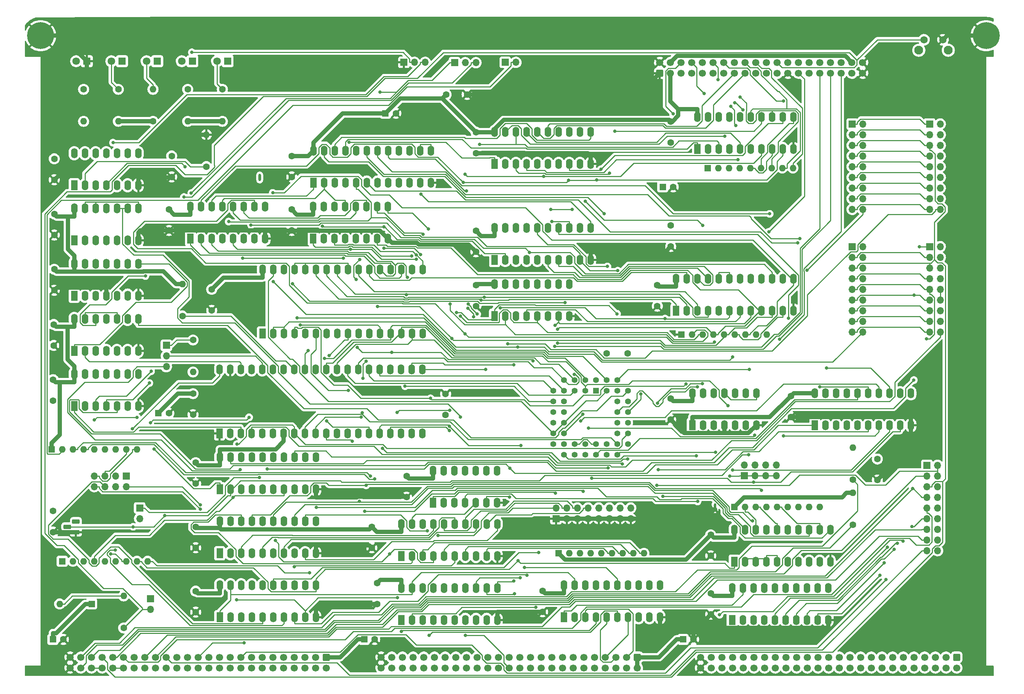
<source format=gbr>
%TF.GenerationSoftware,KiCad,Pcbnew,(6.0.11)*%
%TF.CreationDate,2024-05-09T12:26:13-05:00*%
%TF.ProjectId,processor.6809,70726f63-6573-4736-9f72-2e363830392e,v1.2*%
%TF.SameCoordinates,Original*%
%TF.FileFunction,Copper,L1,Top*%
%TF.FilePolarity,Positive*%
%FSLAX46Y46*%
G04 Gerber Fmt 4.6, Leading zero omitted, Abs format (unit mm)*
G04 Created by KiCad (PCBNEW (6.0.11)) date 2024-05-09 12:26:13*
%MOMM*%
%LPD*%
G01*
G04 APERTURE LIST*
G04 Aperture macros list*
%AMRoundRect*
0 Rectangle with rounded corners*
0 $1 Rounding radius*
0 $2 $3 $4 $5 $6 $7 $8 $9 X,Y pos of 4 corners*
0 Add a 4 corners polygon primitive as box body*
4,1,4,$2,$3,$4,$5,$6,$7,$8,$9,$2,$3,0*
0 Add four circle primitives for the rounded corners*
1,1,$1+$1,$2,$3*
1,1,$1+$1,$4,$5*
1,1,$1+$1,$6,$7*
1,1,$1+$1,$8,$9*
0 Add four rect primitives between the rounded corners*
20,1,$1+$1,$2,$3,$4,$5,0*
20,1,$1+$1,$4,$5,$6,$7,0*
20,1,$1+$1,$6,$7,$8,$9,0*
20,1,$1+$1,$8,$9,$2,$3,0*%
G04 Aperture macros list end*
%TA.AperFunction,ComponentPad*%
%ADD10RoundRect,0.250000X-0.600000X0.600000X-0.600000X-0.600000X0.600000X-0.600000X0.600000X0.600000X0*%
%TD*%
%TA.AperFunction,ComponentPad*%
%ADD11C,1.700000*%
%TD*%
%TA.AperFunction,ComponentPad*%
%ADD12C,1.600000*%
%TD*%
%TA.AperFunction,ComponentPad*%
%ADD13R,1.600000X1.600000*%
%TD*%
%TA.AperFunction,ComponentPad*%
%ADD14R,1.800000X1.800000*%
%TD*%
%TA.AperFunction,ComponentPad*%
%ADD15C,1.800000*%
%TD*%
%TA.AperFunction,ComponentPad*%
%ADD16O,1.600000X1.600000*%
%TD*%
%TA.AperFunction,ComponentPad*%
%ADD17R,1.600000X2.400000*%
%TD*%
%TA.AperFunction,ComponentPad*%
%ADD18O,1.600000X2.400000*%
%TD*%
%TA.AperFunction,ComponentPad*%
%ADD19R,1.800000X1.100000*%
%TD*%
%TA.AperFunction,ComponentPad*%
%ADD20RoundRect,0.275000X0.625000X-0.275000X0.625000X0.275000X-0.625000X0.275000X-0.625000X-0.275000X0*%
%TD*%
%TA.AperFunction,ComponentPad*%
%ADD21C,6.400000*%
%TD*%
%TA.AperFunction,ComponentPad*%
%ADD22RoundRect,0.250000X0.600000X-0.600000X0.600000X0.600000X-0.600000X0.600000X-0.600000X-0.600000X0*%
%TD*%
%TA.AperFunction,ComponentPad*%
%ADD23R,1.422400X1.422400*%
%TD*%
%TA.AperFunction,ComponentPad*%
%ADD24C,1.422400*%
%TD*%
%TA.AperFunction,ComponentPad*%
%ADD25R,1.700000X1.700000*%
%TD*%
%TA.AperFunction,ComponentPad*%
%ADD26O,1.700000X1.700000*%
%TD*%
%TA.AperFunction,ComponentPad*%
%ADD27C,2.100000*%
%TD*%
%TA.AperFunction,ComponentPad*%
%ADD28C,1.750000*%
%TD*%
%TA.AperFunction,ComponentPad*%
%ADD29C,0.600000*%
%TD*%
%TA.AperFunction,ViaPad*%
%ADD30C,0.800000*%
%TD*%
%TA.AperFunction,Conductor*%
%ADD31C,0.250000*%
%TD*%
%TA.AperFunction,Conductor*%
%ADD32C,1.000000*%
%TD*%
G04 APERTURE END LIST*
%TO.C,NT4*%
G36*
X200800000Y-187850000D02*
G01*
X200200000Y-187850000D01*
X200200000Y-186650000D01*
X200800000Y-186650000D01*
X200800000Y-187850000D01*
G37*
%TO.C,NT3*%
G36*
X92450000Y-109350000D02*
G01*
X91850000Y-109350000D01*
X91850000Y-108150000D01*
X92450000Y-108150000D01*
X92450000Y-109350000D01*
G37*
%TD*%
D10*
%TO.P,P1,1,Pin_1*%
%TO.N,VCC*%
X108000000Y-223000000D03*
D11*
%TO.P,P1,2,Pin_2*%
X108000000Y-225540000D03*
%TO.P,P1,3,Pin_3*%
%TO.N,~{RD}*%
X105460000Y-223000000D03*
%TO.P,P1,4,Pin_4*%
%TO.N,/bus/E*%
X105460000Y-225540000D03*
%TO.P,P1,5,Pin_5*%
%TO.N,~{WR}*%
X102920000Y-223000000D03*
%TO.P,P1,6,Pin_6*%
%TO.N,/bus/ST*%
X102920000Y-225540000D03*
%TO.P,P1,7,Pin_7*%
%TO.N,~{IORQ}*%
X100380000Y-223000000D03*
%TO.P,P1,8,Pin_8*%
%TO.N,/bus/PHI*%
X100380000Y-225540000D03*
%TO.P,P1,9,Pin_9*%
%TO.N,~{MREQ}*%
X97840000Y-223000000D03*
%TO.P,P1,10,Pin_10*%
%TO.N,/bus/~{INT2}*%
X97840000Y-225540000D03*
%TO.P,P1,11,Pin_11*%
%TO.N,~{M1}*%
X95300000Y-223000000D03*
%TO.P,P1,12,Pin_12*%
%TO.N,/bus/~{INT1}*%
X95300000Y-225540000D03*
%TO.P,P1,13,Pin_13*%
%TO.N,/bus/~{BUSACK}*%
X92760000Y-223000000D03*
%TO.P,P1,14,Pin_14*%
%TO.N,/bus/CRUCLK*%
X92760000Y-225540000D03*
%TO.P,P1,15,Pin_15*%
%TO.N,bCLK*%
X90220000Y-223000000D03*
%TO.P,P1,16,Pin_16*%
%TO.N,/bus/CRUOUT*%
X90220000Y-225540000D03*
%TO.P,P1,17,Pin_17*%
%TO.N,~{INT0}*%
X87680000Y-223000000D03*
%TO.P,P1,18,Pin_18*%
%TO.N,/bus/CRUIN*%
X87680000Y-225540000D03*
%TO.P,P1,19,Pin_19*%
%TO.N,~{NMI}*%
X85140000Y-223000000D03*
%TO.P,P1,20,Pin_20*%
%TO.N,~{RES_IN}*%
X85140000Y-225540000D03*
%TO.P,P1,21,Pin_21*%
%TO.N,~{RES_OUT}*%
X82600000Y-223000000D03*
%TO.P,P1,22,Pin_22*%
%TO.N,/bus/USER8*%
X82600000Y-225540000D03*
%TO.P,P1,23,Pin_23*%
%TO.N,~{BUSRQ}*%
X80060000Y-223000000D03*
%TO.P,P1,24,Pin_24*%
%TO.N,/bus/USER7*%
X80060000Y-225540000D03*
%TO.P,P1,25,Pin_25*%
%TO.N,~{WAIT}*%
X77520000Y-223000000D03*
%TO.P,P1,26,Pin_26*%
%TO.N,/bus/USER6*%
X77520000Y-225540000D03*
%TO.P,P1,27,Pin_27*%
%TO.N,/bus/~{HALT}*%
X74980000Y-223000000D03*
%TO.P,P1,28,Pin_28*%
%TO.N,/bus/USER5*%
X74980000Y-225540000D03*
%TO.P,P1,29,Pin_29*%
%TO.N,/bus/~{RFSH}*%
X72440000Y-223000000D03*
%TO.P,P1,30,Pin_30*%
%TO.N,/bus/USER4*%
X72440000Y-225540000D03*
%TO.P,P1,31,Pin_31*%
%TO.N,~{EIRQ7}*%
X69900000Y-223000000D03*
%TO.P,P1,32,Pin_32*%
%TO.N,/bus/USER3*%
X69900000Y-225540000D03*
%TO.P,P1,33,Pin_33*%
%TO.N,~{EIRQ6}*%
X67360000Y-223000000D03*
%TO.P,P1,34,Pin_34*%
%TO.N,/bus/USER2*%
X67360000Y-225540000D03*
%TO.P,P1,35,Pin_35*%
%TO.N,~{EIRQ5}*%
X64820000Y-223000000D03*
%TO.P,P1,36,Pin_36*%
%TO.N,/bus/USER1*%
X64820000Y-225540000D03*
%TO.P,P1,37,Pin_37*%
%TO.N,~{EIRQ4}*%
X62280000Y-223000000D03*
%TO.P,P1,38,Pin_38*%
%TO.N,/bus/USER0*%
X62280000Y-225540000D03*
%TO.P,P1,39,Pin_39*%
%TO.N,~{EIRQ3}*%
X59740000Y-223000000D03*
%TO.P,P1,40,Pin_40*%
%TO.N,Net-(P1-Pad40)*%
X59740000Y-225540000D03*
%TO.P,P1,41,Pin_41*%
%TO.N,~{EIRQ2}*%
X57200000Y-223000000D03*
%TO.P,P1,42,Pin_42*%
%TO.N,Net-(P1-Pad40)*%
X57200000Y-225540000D03*
%TO.P,P1,43,Pin_43*%
%TO.N,~{EIRQ1}*%
X54660000Y-223000000D03*
%TO.P,P1,44,Pin_44*%
%TO.N,Net-(P1-Pad44)*%
X54660000Y-225540000D03*
%TO.P,P1,45,Pin_45*%
%TO.N,~{EIRQ0}*%
X52120000Y-223000000D03*
%TO.P,P1,46,Pin_46*%
%TO.N,Net-(P1-Pad44)*%
X52120000Y-225540000D03*
%TO.P,P1,47,Pin_47*%
%TO.N,I2C_SCL*%
X49580000Y-223000000D03*
%TO.P,P1,48,Pin_48*%
%TO.N,I2C_SDA*%
X49580000Y-225540000D03*
%TO.P,P1,49,Pin_49*%
%TO.N,GND*%
X47040000Y-223000000D03*
%TO.P,P1,50,Pin_50*%
X47040000Y-225540000D03*
%TD*%
D12*
%TO.P,C2,1*%
%TO.N,VCC*%
X127075000Y-179875000D03*
%TO.P,C2,2*%
%TO.N,GND*%
X127075000Y-184875000D03*
%TD*%
%TO.P,C3,1*%
%TO.N,VCC*%
X43255000Y-130605000D03*
%TO.P,C3,2*%
%TO.N,GND*%
X43255000Y-135605000D03*
%TD*%
%TO.P,C4,1*%
%TO.N,VCC*%
X174700000Y-150625000D03*
%TO.P,C4,2*%
%TO.N,GND*%
X179700000Y-150625000D03*
%TD*%
%TO.P,C5,1*%
%TO.N,VCC*%
X76910000Y-191940000D03*
%TO.P,C5,2*%
%TO.N,GND*%
X76910000Y-196940000D03*
%TD*%
%TO.P,C6,1*%
%TO.N,VCC*%
X43000000Y-156900000D03*
%TO.P,C6,2*%
%TO.N,GND*%
X43000000Y-161900000D03*
%TD*%
%TO.P,C8,1*%
%TO.N,VCC*%
X159460000Y-207180000D03*
%TO.P,C8,2*%
%TO.N,GND*%
X159460000Y-212180000D03*
%TD*%
%TO.P,C9,1*%
%TO.N,VCC*%
X199465000Y-193845000D03*
%TO.P,C9,2*%
%TO.N,GND*%
X199465000Y-198845000D03*
%TD*%
%TO.P,C10,1*%
%TO.N,VCC*%
X76910000Y-207270000D03*
%TO.P,C10,2*%
%TO.N,GND*%
X76910000Y-212270000D03*
%TD*%
%TO.P,C11,1*%
%TO.N,VCC*%
X43255000Y-117457500D03*
%TO.P,C11,2*%
%TO.N,GND*%
X43255000Y-122457500D03*
%TD*%
%TO.P,C14,1*%
%TO.N,VCC*%
X189940000Y-120185000D03*
%TO.P,C14,2*%
%TO.N,GND*%
X189940000Y-125185000D03*
%TD*%
%TO.P,C15,1*%
%TO.N,VCC*%
X143600000Y-134400000D03*
%TO.P,C15,2*%
%TO.N,GND*%
X143600000Y-139400000D03*
%TD*%
D13*
%TO.P,C25,1*%
%TO.N,VCC*%
X42929600Y-218750000D03*
D12*
%TO.P,C25,2*%
%TO.N,GND*%
X45429600Y-218750000D03*
%TD*%
D13*
%TO.P,C26,1*%
%TO.N,VCC*%
X68019900Y-164900000D03*
D12*
%TO.P,C26,2*%
%TO.N,GND*%
X70519900Y-164900000D03*
%TD*%
%TO.P,C17,1*%
%TO.N,VCC*%
X80720000Y-135390000D03*
%TO.P,C17,2*%
%TO.N,GND*%
X80720000Y-140390000D03*
%TD*%
%TO.P,C20,1*%
%TO.N,VCC*%
X120090000Y-205315000D03*
%TO.P,C20,2*%
%TO.N,GND*%
X120090000Y-210315000D03*
%TD*%
%TO.P,C21,1*%
%TO.N,VCC*%
X76910000Y-176660000D03*
%TO.P,C21,2*%
%TO.N,GND*%
X76910000Y-181660000D03*
%TD*%
%TO.P,C22,1*%
%TO.N,VCC*%
X99770000Y-116375000D03*
%TO.P,C22,2*%
%TO.N,GND*%
X99770000Y-121375000D03*
%TD*%
%TO.P,C23,1*%
%TO.N,VCC*%
X136385000Y-165310000D03*
%TO.P,C23,2*%
%TO.N,GND*%
X136385000Y-160310000D03*
%TD*%
D13*
%TO.P,C27,1*%
%TO.N,VCC*%
X117000000Y-218750000D03*
D12*
%TO.P,C27,2*%
%TO.N,GND*%
X119500000Y-218750000D03*
%TD*%
D13*
%TO.P,C28,1*%
%TO.N,VCC*%
X192884700Y-218750000D03*
D12*
%TO.P,C28,2*%
%TO.N,GND*%
X195384700Y-218750000D03*
%TD*%
D13*
%TO.P,C29,1*%
%TO.N,VCC*%
X188044900Y-111000000D03*
D12*
%TO.P,C29,2*%
%TO.N,GND*%
X190544900Y-111000000D03*
%TD*%
D14*
%TO.P,D4,1,K*%
%TO.N,Net-(D4-Pad1)*%
X67755000Y-81065000D03*
D15*
%TO.P,D4,2,A*%
%TO.N,Net-(D4-Pad2)*%
X65215000Y-81065000D03*
%TD*%
D13*
%TO.P,D6,1,K*%
%TO.N,VCC*%
X52145000Y-210315000D03*
D16*
%TO.P,D6,2,A*%
%TO.N,Net-(D6-Pad2)*%
X44525000Y-210315000D03*
%TD*%
D14*
%TO.P,D2,1,K*%
%TO.N,Net-(D2-Pad1)*%
X76132500Y-81065000D03*
D15*
%TO.P,D2,2,A*%
%TO.N,Net-(D2-Pad2)*%
X73592500Y-81065000D03*
%TD*%
D12*
%TO.P,R5,1*%
%TO.N,Net-(D3-Pad2)*%
X58495000Y-87760000D03*
D16*
%TO.P,R5,2*%
%TO.N,VCC*%
X58495000Y-95380000D03*
%TD*%
D12*
%TO.P,R6,1*%
%TO.N,Net-(J10-Pad1)*%
X76275000Y-147450000D03*
D16*
%TO.P,R6,2*%
%TO.N,VCC*%
X76275000Y-155070000D03*
%TD*%
D17*
%TO.P,U4,1*%
%TO.N,~{CPU-INT}*%
X48000000Y-163200000D03*
D18*
%TO.P,U4,2*%
%TO.N,Net-(D3-Pad1)*%
X50540000Y-163200000D03*
%TO.P,U4,3*%
%TO.N,~{CS_IO}*%
X53080000Y-163200000D03*
%TO.P,U4,4*%
%TO.N,Net-(D9-Pad1)*%
X55620000Y-163200000D03*
%TO.P,U4,5*%
%TO.N,~{NMI}*%
X58160000Y-163200000D03*
%TO.P,U4,6*%
%TO.N,Net-(D2-Pad1)*%
X60700000Y-163200000D03*
%TO.P,U4,7,GND*%
%TO.N,GND*%
X63240000Y-163200000D03*
%TO.P,U4,8*%
%TO.N,N/C*%
X63240000Y-155580000D03*
%TO.P,U4,9*%
X60700000Y-155580000D03*
%TO.P,U4,10*%
%TO.N,~{RES_OUT}*%
X58160000Y-155580000D03*
%TO.P,U4,11*%
%TO.N,Net-(D6-Pad2)*%
X55620000Y-155580000D03*
%TO.P,U4,12*%
%TO.N,~{BUSRQ}*%
X53080000Y-155580000D03*
%TO.P,U4,13*%
%TO.N,~{6809ACTIVE}*%
X50540000Y-155580000D03*
%TO.P,U4,14,VCC*%
%TO.N,VCC*%
X48000000Y-155580000D03*
%TD*%
D17*
%TO.P,U5,1,VPP*%
%TO.N,unconnected-(U5-Pad1)*%
X92785000Y-145925000D03*
D18*
%TO.P,U5,2,A16*%
%TO.N,ZERO*%
X95325000Y-145925000D03*
%TO.P,U5,3,A15*%
X97865000Y-145925000D03*
%TO.P,U5,4,A12*%
%TO.N,CPU-A12*%
X100405000Y-145925000D03*
%TO.P,U5,5,A7*%
%TO.N,CPU-A7*%
X102945000Y-145925000D03*
%TO.P,U5,6,A6*%
%TO.N,CPU-A6*%
X105485000Y-145925000D03*
%TO.P,U5,7,A5*%
%TO.N,CPU-A5*%
X108025000Y-145925000D03*
%TO.P,U5,8,A4*%
%TO.N,CPU-A4*%
X110565000Y-145925000D03*
%TO.P,U5,9,A3*%
%TO.N,CPU-A3*%
X113105000Y-145925000D03*
%TO.P,U5,10,A2*%
%TO.N,CPU-A2*%
X115645000Y-145925000D03*
%TO.P,U5,11,A1*%
%TO.N,CPU-A1*%
X118185000Y-145925000D03*
%TO.P,U5,12,A0*%
%TO.N,CPU-A0*%
X120725000Y-145925000D03*
%TO.P,U5,13,D0*%
%TO.N,CPU-D0*%
X123265000Y-145925000D03*
%TO.P,U5,14,D1*%
%TO.N,CPU-D1*%
X125805000Y-145925000D03*
%TO.P,U5,15,D2*%
%TO.N,CPU-D2*%
X128345000Y-145925000D03*
%TO.P,U5,16,GND*%
%TO.N,GND*%
X130885000Y-145925000D03*
%TO.P,U5,17,D3*%
%TO.N,CPU-D3*%
X130885000Y-130685000D03*
%TO.P,U5,18,D4*%
%TO.N,CPU-D4*%
X128345000Y-130685000D03*
%TO.P,U5,19,D5*%
%TO.N,CPU-D5*%
X125805000Y-130685000D03*
%TO.P,U5,20,D6*%
%TO.N,CPU-D6*%
X123265000Y-130685000D03*
%TO.P,U5,21,D7*%
%TO.N,CPU-D7*%
X120725000Y-130685000D03*
%TO.P,U5,22,~{CE}*%
%TO.N,~{ONBOARD_ROM}*%
X118185000Y-130685000D03*
%TO.P,U5,23,A10*%
%TO.N,CPU-A10*%
X115645000Y-130685000D03*
%TO.P,U5,24,~{OE}*%
%TO.N,ZERO*%
X113105000Y-130685000D03*
%TO.P,U5,25,A11*%
%TO.N,CPU-A11*%
X110565000Y-130685000D03*
%TO.P,U5,26,A9*%
%TO.N,CPU-A9*%
X108025000Y-130685000D03*
%TO.P,U5,27,A8*%
%TO.N,CPU-A8*%
X105485000Y-130685000D03*
%TO.P,U5,28,A13*%
%TO.N,ZERO*%
X102945000Y-130685000D03*
%TO.P,U5,29,A14*%
X100405000Y-130685000D03*
%TO.P,U5,30*%
%TO.N,N/C*%
X97865000Y-130685000D03*
%TO.P,U5,31,~{PGM}*%
%TO.N,ONE*%
X95325000Y-130685000D03*
%TO.P,U5,32,VCC*%
%TO.N,VCC*%
X92785000Y-130685000D03*
%TD*%
D17*
%TO.P,U6,1,OEa*%
%TO.N,~{6809EN}*%
X82630000Y-198240000D03*
D18*
%TO.P,U6,2,I0a*%
%TO.N,CPU-A0*%
X85170000Y-198240000D03*
%TO.P,U6,3,O3b*%
%TO.N,A7*%
X87710000Y-198240000D03*
%TO.P,U6,4,I1a*%
%TO.N,CPU-A1*%
X90250000Y-198240000D03*
%TO.P,U6,5,O2b*%
%TO.N,A6*%
X92790000Y-198240000D03*
%TO.P,U6,6,I2a*%
%TO.N,CPU-A2*%
X95330000Y-198240000D03*
%TO.P,U6,7,O1b*%
%TO.N,A5*%
X97870000Y-198240000D03*
%TO.P,U6,8,I3a*%
%TO.N,CPU-A3*%
X100410000Y-198240000D03*
%TO.P,U6,9,O0b*%
%TO.N,A4*%
X102950000Y-198240000D03*
%TO.P,U6,10,GND*%
%TO.N,GND*%
X105490000Y-198240000D03*
%TO.P,U6,11,I0b*%
%TO.N,CPU-A4*%
X105490000Y-190620000D03*
%TO.P,U6,12,O3a*%
%TO.N,A3*%
X102950000Y-190620000D03*
%TO.P,U6,13,I1b*%
%TO.N,CPU-A5*%
X100410000Y-190620000D03*
%TO.P,U6,14,O2a*%
%TO.N,A2*%
X97870000Y-190620000D03*
%TO.P,U6,15,I2b*%
%TO.N,CPU-A6*%
X95330000Y-190620000D03*
%TO.P,U6,16,O1a*%
%TO.N,A1*%
X92790000Y-190620000D03*
%TO.P,U6,17,I3b*%
%TO.N,CPU-A7*%
X90250000Y-190620000D03*
%TO.P,U6,18,O0a*%
%TO.N,A0*%
X87710000Y-190620000D03*
%TO.P,U6,19,OEb*%
%TO.N,~{6809EN}*%
X85170000Y-190620000D03*
%TO.P,U6,20,VCC*%
%TO.N,VCC*%
X82630000Y-190620000D03*
%TD*%
D17*
%TO.P,U8,1,OEa*%
%TO.N,~{6809EN}*%
X164540000Y-213480000D03*
D18*
%TO.P,U8,2,I0a*%
%TO.N,CPU-A8*%
X167080000Y-213480000D03*
%TO.P,U8,3,O3b*%
%TO.N,A15*%
X169620000Y-213480000D03*
%TO.P,U8,4,I1a*%
%TO.N,CPU-A9*%
X172160000Y-213480000D03*
%TO.P,U8,5,O2b*%
%TO.N,A14*%
X174700000Y-213480000D03*
%TO.P,U8,6,I2a*%
%TO.N,CPU-A10*%
X177240000Y-213480000D03*
%TO.P,U8,7,O1b*%
%TO.N,A13*%
X179780000Y-213480000D03*
%TO.P,U8,8,I3a*%
%TO.N,CPU-A11*%
X182320000Y-213480000D03*
%TO.P,U8,9,O0b*%
%TO.N,A12*%
X184860000Y-213480000D03*
%TO.P,U8,10,GND*%
%TO.N,GND*%
X187400000Y-213480000D03*
%TO.P,U8,11,I0b*%
%TO.N,CPU-A12*%
X187400000Y-205860000D03*
%TO.P,U8,12,O3a*%
%TO.N,A11*%
X184860000Y-205860000D03*
%TO.P,U8,13,I1b*%
%TO.N,CPU-A13*%
X182320000Y-205860000D03*
%TO.P,U8,14,O2a*%
%TO.N,A10*%
X179780000Y-205860000D03*
%TO.P,U8,15,I2b*%
%TO.N,SEL-A14*%
X177240000Y-205860000D03*
%TO.P,U8,16,O1a*%
%TO.N,A9*%
X174700000Y-205860000D03*
%TO.P,U8,17,I3b*%
%TO.N,SEL-A15*%
X172160000Y-205860000D03*
%TO.P,U8,18,O0a*%
%TO.N,A8*%
X169620000Y-205860000D03*
%TO.P,U8,19,OEb*%
%TO.N,~{6809EN}*%
X167080000Y-205860000D03*
%TO.P,U8,20,VCC*%
%TO.N,VCC*%
X164540000Y-205860000D03*
%TD*%
D19*
%TO.P,U15,1,Pin_1*%
%TO.N,GND*%
X48400000Y-193200000D03*
D20*
%TO.P,U15,2,Pin_2*%
%TO.N,~{RES_OUT}*%
X46330000Y-191930000D03*
%TO.P,U15,3,Pin_3*%
%TO.N,VCC*%
X48400000Y-190660000D03*
%TD*%
D17*
%TO.P,U1,1*%
%TO.N,Net-(U1-Pad1)*%
X48000000Y-150052500D03*
D18*
%TO.P,U1,2*%
%TO.N,CLK*%
X50540000Y-150052500D03*
%TO.P,U1,3*%
%TO.N,unconnected-(U1-Pad3)*%
X53080000Y-150052500D03*
%TO.P,U1,4*%
%TO.N,unconnected-(U1-Pad4)*%
X55620000Y-150052500D03*
%TO.P,U1,5*%
%TO.N,unconnected-(U1-Pad5)*%
X58160000Y-150052500D03*
%TO.P,U1,6*%
%TO.N,unconnected-(U1-Pad6)*%
X60700000Y-150052500D03*
%TO.P,U1,7,GND*%
%TO.N,GND*%
X63240000Y-150052500D03*
%TO.P,U1,8*%
%TO.N,Net-(U1-Pad8)*%
X63240000Y-142432500D03*
%TO.P,U1,9*%
%TO.N,~{RES_OUT}*%
X60700000Y-142432500D03*
%TO.P,U1,10*%
%TO.N,6809EN*%
X58160000Y-142432500D03*
%TO.P,U1,11*%
%TO.N,~{6809EN}*%
X55620000Y-142432500D03*
%TO.P,U1,12*%
%TO.N,Net-(D4-Pad1)*%
X53080000Y-142432500D03*
%TO.P,U1,13*%
%TO.N,6809EN*%
X50540000Y-142432500D03*
%TO.P,U1,14,VCC*%
%TO.N,VCC*%
X48000000Y-142432500D03*
%TD*%
D10*
%TO.P,P2,1,Pin_1*%
%TO.N,VCC*%
X182000000Y-223000000D03*
D11*
%TO.P,P2,2,Pin_2*%
X182000000Y-225540000D03*
%TO.P,P2,3,Pin_3*%
%TO.N,A15*%
X179460000Y-223000000D03*
%TO.P,P2,4,Pin_4*%
%TO.N,/bus/A31*%
X179460000Y-225540000D03*
%TO.P,P2,5,Pin_5*%
%TO.N,A14*%
X176920000Y-223000000D03*
%TO.P,P2,6,Pin_6*%
%TO.N,/bus/A30*%
X176920000Y-225540000D03*
%TO.P,P2,7,Pin_7*%
%TO.N,A13*%
X174380000Y-223000000D03*
%TO.P,P2,8,Pin_8*%
%TO.N,/bus/A29*%
X174380000Y-225540000D03*
%TO.P,P2,9,Pin_9*%
%TO.N,A12*%
X171840000Y-223000000D03*
%TO.P,P2,10,Pin_10*%
%TO.N,/bus/A28*%
X171840000Y-225540000D03*
%TO.P,P2,11,Pin_11*%
%TO.N,A11*%
X169300000Y-223000000D03*
%TO.P,P2,12,Pin_12*%
%TO.N,/bus/A27*%
X169300000Y-225540000D03*
%TO.P,P2,13,Pin_13*%
%TO.N,A10*%
X166760000Y-223000000D03*
%TO.P,P2,14,Pin_14*%
%TO.N,/bus/A26*%
X166760000Y-225540000D03*
%TO.P,P2,15,Pin_15*%
%TO.N,A9*%
X164220000Y-223000000D03*
%TO.P,P2,16,Pin_16*%
%TO.N,/bus/A25*%
X164220000Y-225540000D03*
%TO.P,P2,17,Pin_17*%
%TO.N,A8*%
X161680000Y-223000000D03*
%TO.P,P2,18,Pin_18*%
%TO.N,/bus/A24*%
X161680000Y-225540000D03*
%TO.P,P2,19,Pin_19*%
%TO.N,+12V*%
X159140000Y-223000000D03*
%TO.P,P2,20,Pin_20*%
X159140000Y-225540000D03*
%TO.P,P2,21,Pin_21*%
%TO.N,A7*%
X156600000Y-223000000D03*
%TO.P,P2,22,Pin_22*%
%TO.N,/bus/A23*%
X156600000Y-225540000D03*
%TO.P,P2,23,Pin_23*%
%TO.N,A6*%
X154060000Y-223000000D03*
%TO.P,P2,24,Pin_24*%
%TO.N,/bus/A22*%
X154060000Y-225540000D03*
%TO.P,P2,25,Pin_25*%
%TO.N,A5*%
X151520000Y-223000000D03*
%TO.P,P2,26,Pin_26*%
%TO.N,A21*%
X151520000Y-225540000D03*
%TO.P,P2,27,Pin_27*%
%TO.N,A4*%
X148980000Y-223000000D03*
%TO.P,P2,28,Pin_28*%
%TO.N,A20*%
X148980000Y-225540000D03*
%TO.P,P2,29,Pin_29*%
%TO.N,A3*%
X146440000Y-223000000D03*
%TO.P,P2,30,Pin_30*%
%TO.N,A19*%
X146440000Y-225540000D03*
%TO.P,P2,31,Pin_31*%
%TO.N,A2*%
X143900000Y-223000000D03*
%TO.P,P2,32,Pin_32*%
%TO.N,A18*%
X143900000Y-225540000D03*
%TO.P,P2,33,Pin_33*%
%TO.N,A1*%
X141360000Y-223000000D03*
%TO.P,P2,34,Pin_34*%
%TO.N,A17*%
X141360000Y-225540000D03*
%TO.P,P2,35,Pin_35*%
%TO.N,A0*%
X138820000Y-223000000D03*
%TO.P,P2,36,Pin_36*%
%TO.N,A16*%
X138820000Y-225540000D03*
%TO.P,P2,37,Pin_37*%
%TO.N,-12V*%
X136280000Y-223000000D03*
%TO.P,P2,38,Pin_38*%
X136280000Y-225540000D03*
%TO.P,P2,39,Pin_39*%
%TO.N,/bus/IC3*%
X133740000Y-223000000D03*
%TO.P,P2,40,Pin_40*%
%TO.N,~{TEND1}*%
X133740000Y-225540000D03*
%TO.P,P2,41,Pin_41*%
%TO.N,/bus/IC2*%
X131200000Y-223000000D03*
%TO.P,P2,42,Pin_42*%
%TO.N,~{DREQ1}*%
X131200000Y-225540000D03*
%TO.P,P2,43,Pin_43*%
%TO.N,/bus/IC1*%
X128660000Y-223000000D03*
%TO.P,P2,44,Pin_44*%
%TO.N,~{TEND0}*%
X128660000Y-225540000D03*
%TO.P,P2,45,Pin_45*%
%TO.N,/bus/IC0*%
X126120000Y-223000000D03*
%TO.P,P2,46,Pin_46*%
%TO.N,~{DREQ0}*%
X126120000Y-225540000D03*
%TO.P,P2,47,Pin_47*%
%TO.N,/bus/AUXCLK1*%
X123580000Y-223000000D03*
%TO.P,P2,48,Pin_48*%
%TO.N,/bus/AUXCLK0*%
X123580000Y-225540000D03*
%TO.P,P2,49,Pin_49*%
%TO.N,GND*%
X121040000Y-223000000D03*
%TO.P,P2,50,Pin_50*%
X121040000Y-225540000D03*
%TD*%
D21*
%TO.P,H2,1,1*%
%TO.N,GND*%
X265000000Y-75000000D03*
%TD*%
D13*
%TO.P,RN1,1,common*%
%TO.N,VCC*%
X42620000Y-173485000D03*
D16*
%TO.P,RN1,2,R1*%
%TO.N,~{CPU-RESET}*%
X45160000Y-173485000D03*
%TO.P,RN1,3,R2*%
%TO.N,~{TEND0}*%
X47700000Y-173485000D03*
%TO.P,RN1,4,R3*%
%TO.N,~{TEND1}*%
X50240000Y-173485000D03*
%TO.P,RN1,5,R4*%
%TO.N,~{CPU-FIRQ}*%
X52780000Y-173485000D03*
%TO.P,RN1,6,R5*%
%TO.N,Net-(JP4-Pad1)*%
X55320000Y-173485000D03*
%TO.P,RN1,7,R6*%
%TO.N,Net-(JP4-Pad3)*%
X57860000Y-173485000D03*
%TO.P,RN1,8,R7*%
%TO.N,Net-(JP4-Pad5)*%
X60400000Y-173485000D03*
%TO.P,RN1,9,R8*%
%TO.N,Net-(JP4-Pad7)*%
X62940000Y-173485000D03*
%TD*%
D17*
%TO.P,U11,1,A->B*%
%TO.N,DATA-DIR*%
X204550000Y-214115000D03*
D18*
%TO.P,U11,2,A0*%
%TO.N,CPU-D0*%
X207090000Y-214115000D03*
%TO.P,U11,3,A1*%
%TO.N,CPU-D1*%
X209630000Y-214115000D03*
%TO.P,U11,4,A2*%
%TO.N,CPU-D2*%
X212170000Y-214115000D03*
%TO.P,U11,5,A3*%
%TO.N,CPU-D3*%
X214710000Y-214115000D03*
%TO.P,U11,6,A4*%
%TO.N,CPU-D4*%
X217250000Y-214115000D03*
%TO.P,U11,7,A5*%
%TO.N,CPU-D5*%
X219790000Y-214115000D03*
%TO.P,U11,8,A6*%
%TO.N,CPU-D6*%
X222330000Y-214115000D03*
%TO.P,U11,9,A7*%
%TO.N,CPU-D7*%
X224870000Y-214115000D03*
%TO.P,U11,10,GND*%
%TO.N,GND*%
X227410000Y-214115000D03*
%TO.P,U11,11,B7*%
%TO.N,D7*%
X227410000Y-206495000D03*
%TO.P,U11,12,B6*%
%TO.N,D6*%
X224870000Y-206495000D03*
%TO.P,U11,13,B5*%
%TO.N,D5*%
X222330000Y-206495000D03*
%TO.P,U11,14,B4*%
%TO.N,D4*%
X219790000Y-206495000D03*
%TO.P,U11,15,B3*%
%TO.N,D3*%
X217250000Y-206495000D03*
%TO.P,U11,16,B2*%
%TO.N,D2*%
X214710000Y-206495000D03*
%TO.P,U11,17,B1*%
%TO.N,D1*%
X212170000Y-206495000D03*
%TO.P,U11,18,B0*%
%TO.N,D0*%
X209630000Y-206495000D03*
%TO.P,U11,19,CE*%
%TO.N,~{6809EN}*%
X207090000Y-206495000D03*
%TO.P,U11,20,VCC*%
%TO.N,VCC*%
X204550000Y-206495000D03*
%TD*%
D12*
%TO.P,C19,1*%
%TO.N,VCC*%
X43000000Y-188200000D03*
%TO.P,C19,2*%
%TO.N,GND*%
X43000000Y-193200000D03*
%TD*%
%TO.P,C18,1*%
%TO.N,VCC*%
X43125000Y-143752500D03*
%TO.P,C18,2*%
%TO.N,GND*%
X43125000Y-148752500D03*
%TD*%
%TO.P,C12,1*%
%TO.N,VCC*%
X76275000Y-160230000D03*
%TO.P,C12,2*%
%TO.N,GND*%
X76275000Y-165230000D03*
%TD*%
%TO.P,C16,1*%
%TO.N,VCC*%
X199465000Y-207775000D03*
%TO.P,C16,2*%
%TO.N,GND*%
X199465000Y-212775000D03*
%TD*%
D17*
%TO.P,U3,1,I0/CLK*%
%TO.N,CPU-A0*%
X104915000Y-109985000D03*
D18*
%TO.P,U3,2,I1*%
%TO.N,CPU-A1*%
X107455000Y-109985000D03*
%TO.P,U3,3,I2*%
%TO.N,CPU-A2*%
X109995000Y-109985000D03*
%TO.P,U3,4,I3*%
%TO.N,CPU-A3*%
X112535000Y-109985000D03*
%TO.P,U3,5,I4*%
%TO.N,~{CS_IO}*%
X115075000Y-109985000D03*
%TO.P,U3,6,I5*%
%TO.N,~{INT-I2C}*%
X117615000Y-109985000D03*
%TO.P,U3,7,I6*%
%TO.N,CPU-R~{W}*%
X120155000Y-109985000D03*
%TO.P,U3,8,I7*%
%TO.N,unconnected-(U3-Pad8)*%
X122695000Y-109985000D03*
%TO.P,U3,9,I8*%
%TO.N,unconnected-(U3-Pad9)*%
X125235000Y-109985000D03*
%TO.P,U3,10,I9*%
%TO.N,unconnected-(U3-Pad10)*%
X127775000Y-109985000D03*
%TO.P,U3,11,I10*%
%TO.N,unconnected-(U3-Pad11)*%
X130315000Y-109985000D03*
%TO.P,U3,12,GND*%
%TO.N,GND*%
X132855000Y-109985000D03*
%TO.P,U3,13,I11*%
%TO.N,Net-(U3-Pad13)*%
X132855000Y-102365000D03*
%TO.P,U3,14,O9*%
X130315000Y-102365000D03*
%TO.P,U3,15,O8*%
%TO.N,unconnected-(U3-Pad15)*%
X127775000Y-102365000D03*
%TO.P,U3,16,O7*%
%TO.N,~{PAGE-WR}*%
X125235000Y-102365000D03*
%TO.P,U3,17,O6*%
%TO.N,~{CS_I2C_WR}*%
X122695000Y-102365000D03*
%TO.P,U3,18,O5*%
%TO.N,INT-I2C*%
X120155000Y-102365000D03*
%TO.P,U3,19,O4*%
%TO.N,~{CS_I2C}*%
X117615000Y-102365000D03*
%TO.P,U3,20,O3*%
%TO.N,~{RES_OUT}*%
X115075000Y-102365000D03*
%TO.P,U3,21,O2*%
%TO.N,~{FP-LATCH-RD}*%
X112535000Y-102365000D03*
%TO.P,U3,22,O1*%
%TO.N,FP-LATCH-WR*%
X109995000Y-102365000D03*
%TO.P,U3,23,O0*%
%TO.N,~{CS_UART}*%
X107455000Y-102365000D03*
%TO.P,U3,24,VCC*%
%TO.N,VCC*%
X104915000Y-102365000D03*
%TD*%
D21*
%TO.P,H1,1,1*%
%TO.N,GND*%
X40000000Y-75000000D03*
%TD*%
D14*
%TO.P,D7,1,K*%
%TO.N,GND*%
X51000000Y-81065000D03*
D15*
%TO.P,D7,2,A*%
%TO.N,Net-(D7-Pad2)*%
X48460000Y-81065000D03*
%TD*%
D10*
%TO.P,P3,1,Pin_1*%
%TO.N,VCC*%
X258000000Y-223000000D03*
D11*
%TO.P,P3,2,Pin_2*%
X258000000Y-225540000D03*
%TO.P,P3,3,Pin_3*%
%TO.N,/bus/D15*%
X255460000Y-223000000D03*
%TO.P,P3,4,Pin_4*%
%TO.N,/bus/D31*%
X255460000Y-225540000D03*
%TO.P,P3,5,Pin_5*%
%TO.N,/bus/D14*%
X252920000Y-223000000D03*
%TO.P,P3,6,Pin_6*%
%TO.N,/bus/D30*%
X252920000Y-225540000D03*
%TO.P,P3,7,Pin_7*%
%TO.N,/bus/D13*%
X250380000Y-223000000D03*
%TO.P,P3,8,Pin_8*%
%TO.N,/bus/D29*%
X250380000Y-225540000D03*
%TO.P,P3,9,Pin_9*%
%TO.N,/bus/D12*%
X247840000Y-223000000D03*
%TO.P,P3,10,Pin_10*%
%TO.N,/bus/D28*%
X247840000Y-225540000D03*
%TO.P,P3,11,Pin_11*%
%TO.N,/bus/D11*%
X245300000Y-223000000D03*
%TO.P,P3,12,Pin_12*%
%TO.N,/bus/D27*%
X245300000Y-225540000D03*
%TO.P,P3,13,Pin_13*%
%TO.N,/bus/D10*%
X242760000Y-223000000D03*
%TO.P,P3,14,Pin_14*%
%TO.N,/bus/D26*%
X242760000Y-225540000D03*
%TO.P,P3,15,Pin_15*%
%TO.N,/bus/D9*%
X240220000Y-223000000D03*
%TO.P,P3,16,Pin_16*%
%TO.N,/bus/D25*%
X240220000Y-225540000D03*
%TO.P,P3,17,Pin_17*%
%TO.N,/bus/D8*%
X237680000Y-223000000D03*
%TO.P,P3,18,Pin_18*%
%TO.N,/bus/D24*%
X237680000Y-225540000D03*
%TO.P,P3,19,Pin_19*%
%TO.N,D7*%
X235140000Y-223000000D03*
%TO.P,P3,20,Pin_20*%
%TO.N,/bus/D23*%
X235140000Y-225540000D03*
%TO.P,P3,21,Pin_21*%
%TO.N,D6*%
X232600000Y-223000000D03*
%TO.P,P3,22,Pin_22*%
%TO.N,/bus/D22*%
X232600000Y-225540000D03*
%TO.P,P3,23,Pin_23*%
%TO.N,D5*%
X230060000Y-223000000D03*
%TO.P,P3,24,Pin_24*%
%TO.N,/bus/D21*%
X230060000Y-225540000D03*
%TO.P,P3,25,Pin_25*%
%TO.N,D4*%
X227520000Y-223000000D03*
%TO.P,P3,26,Pin_26*%
%TO.N,/bus/D20*%
X227520000Y-225540000D03*
%TO.P,P3,27,Pin_27*%
%TO.N,D3*%
X224980000Y-223000000D03*
%TO.P,P3,28,Pin_28*%
%TO.N,/bus/D19*%
X224980000Y-225540000D03*
%TO.P,P3,29,Pin_29*%
%TO.N,D2*%
X222440000Y-223000000D03*
%TO.P,P3,30,Pin_30*%
%TO.N,/bus/D18*%
X222440000Y-225540000D03*
%TO.P,P3,31,Pin_31*%
%TO.N,D1*%
X219900000Y-223000000D03*
%TO.P,P3,32,Pin_32*%
%TO.N,/bus/D17*%
X219900000Y-225540000D03*
%TO.P,P3,33,Pin_33*%
%TO.N,D0*%
X217360000Y-223000000D03*
%TO.P,P3,34,Pin_34*%
%TO.N,/bus/D16*%
X217360000Y-225540000D03*
%TO.P,P3,35,Pin_35*%
%TO.N,/bus/~{BUSERR}*%
X214820000Y-223000000D03*
%TO.P,P3,36,Pin_36*%
%TO.N,/bus/UDS*%
X214820000Y-225540000D03*
%TO.P,P3,37,Pin_37*%
%TO.N,/bus/~{VPA}*%
X212280000Y-223000000D03*
%TO.P,P3,38,Pin_38*%
%TO.N,/bus/LDS*%
X212280000Y-225540000D03*
%TO.P,P3,39,Pin_39*%
%TO.N,/bus/~{VMA}*%
X209740000Y-223000000D03*
%TO.P,P3,40,Pin_40*%
%TO.N,/bus/S2*%
X209740000Y-225540000D03*
%TO.P,P3,41,Pin_41*%
%TO.N,/bus/~{BHE}*%
X207200000Y-223000000D03*
%TO.P,P3,42,Pin_42*%
%TO.N,/bus/S1*%
X207200000Y-225540000D03*
%TO.P,P3,43,Pin_43*%
%TO.N,/bus/IPL2*%
X204660000Y-223000000D03*
%TO.P,P3,44,Pin_44*%
%TO.N,/bus/S0*%
X204660000Y-225540000D03*
%TO.P,P3,45,Pin_45*%
%TO.N,/bus/IPL1*%
X202120000Y-223000000D03*
%TO.P,P3,46,Pin_46*%
%TO.N,/bus/AUXCLK3*%
X202120000Y-225540000D03*
%TO.P,P3,47,Pin_47*%
%TO.N,/bus/IPL0*%
X199580000Y-223000000D03*
%TO.P,P3,48,Pin_48*%
%TO.N,/bus/AUXCLK2*%
X199580000Y-225540000D03*
%TO.P,P3,49,Pin_49*%
%TO.N,GND*%
X197040000Y-223000000D03*
%TO.P,P3,50,Pin_50*%
X197040000Y-225540000D03*
%TD*%
D17*
%TO.P,U13,1,Pin_1*%
%TO.N,VCC*%
X48000000Y-136905000D03*
D18*
%TO.P,U13,2,Pin_2*%
%TO.N,unconnected-(U13-Pad2)*%
X50540000Y-136905000D03*
%TO.P,U13,3,Pin_3*%
%TO.N,unconnected-(U13-Pad3)*%
X53080000Y-136905000D03*
%TO.P,U13,4,Pin_4*%
%TO.N,GND*%
X55620000Y-136905000D03*
%TO.P,U13,5,Pin_5*%
%TO.N,unconnected-(U13-Pad5)*%
X58160000Y-136905000D03*
%TO.P,U13,6,Pin_6*%
%TO.N,unconnected-(U13-Pad6)*%
X60700000Y-136905000D03*
%TO.P,U13,7,Pin_7*%
%TO.N,GND*%
X63240000Y-136905000D03*
%TO.P,U13,8,Pin_8*%
%TO.N,Net-(U1-Pad1)*%
X63240000Y-129285000D03*
%TO.P,U13,9,Pin_9*%
%TO.N,unconnected-(U13-Pad9)*%
X60700000Y-129285000D03*
%TO.P,U13,10,Pin_10*%
%TO.N,unconnected-(U13-Pad10)*%
X58160000Y-129285000D03*
%TO.P,U13,11,Pin_11*%
%TO.N,Net-(U1-Pad1)*%
X55620000Y-129285000D03*
%TO.P,U13,12,Pin_12*%
%TO.N,unconnected-(U13-Pad12)*%
X53080000Y-129285000D03*
%TO.P,U13,13,Pin_13*%
%TO.N,unconnected-(U13-Pad13)*%
X50540000Y-129285000D03*
%TO.P,U13,14,Pin_14*%
%TO.N,VCC*%
X48000000Y-129285000D03*
%TD*%
D12*
%TO.P,C36,1*%
%TO.N,VCC*%
X189940000Y-95420000D03*
%TO.P,C36,2*%
%TO.N,GND*%
X189940000Y-100420000D03*
%TD*%
%TO.P,C38,1*%
%TO.N,VCC*%
X143600000Y-121455000D03*
%TO.P,C38,2*%
%TO.N,GND*%
X143600000Y-126455000D03*
%TD*%
D13*
%TO.P,C46,1*%
%TO.N,VCC*%
X122059900Y-93475000D03*
D12*
%TO.P,C46,2*%
%TO.N,GND*%
X124559900Y-93475000D03*
%TD*%
D17*
%TO.P,U19,1,S*%
%TO.N,~{PAGE-EN}*%
X148020000Y-141725000D03*
D18*
%TO.P,U19,2,I0a*%
%TO.N,mA14*%
X150560000Y-141725000D03*
%TO.P,U19,3,I1a*%
%TO.N,CPU-A14*%
X153100000Y-141725000D03*
%TO.P,U19,4,Za*%
%TO.N,SEL-A14*%
X155640000Y-141725000D03*
%TO.P,U19,5,I0b*%
%TO.N,mA15*%
X158180000Y-141725000D03*
%TO.P,U19,6,I1b*%
%TO.N,CPU-A15*%
X160720000Y-141725000D03*
%TO.P,U19,7,Zb*%
%TO.N,SEL-A15*%
X163260000Y-141725000D03*
%TO.P,U19,8,GND*%
%TO.N,GND*%
X165800000Y-141725000D03*
%TO.P,U19,9,Zc*%
%TO.N,unconnected-(U19-Pad9)*%
X165800000Y-134105000D03*
%TO.P,U19,10,I1c*%
%TO.N,unconnected-(U19-Pad10)*%
X163260000Y-134105000D03*
%TO.P,U19,11,I0c*%
%TO.N,unconnected-(U19-Pad11)*%
X160720000Y-134105000D03*
%TO.P,U19,12,Zd*%
%TO.N,unconnected-(U19-Pad12)*%
X158180000Y-134105000D03*
%TO.P,U19,13,I1d*%
%TO.N,unconnected-(U19-Pad13)*%
X155640000Y-134105000D03*
%TO.P,U19,14,I0d*%
%TO.N,unconnected-(U19-Pad14)*%
X153100000Y-134105000D03*
%TO.P,U19,15,E*%
%TO.N,GND*%
X150560000Y-134105000D03*
%TO.P,U19,16,VCC*%
%TO.N,VCC*%
X148020000Y-134105000D03*
%TD*%
D17*
%TO.P,U7,1*%
%TO.N,UART_INT*%
X133410000Y-186175000D03*
D18*
%TO.P,U7,2*%
%TO.N,Net-(J8-Pad10)*%
X135950000Y-186175000D03*
%TO.P,U7,3*%
%TO.N,INT-I2C*%
X138490000Y-186175000D03*
%TO.P,U7,4*%
%TO.N,Net-(J7-Pad10)*%
X141030000Y-186175000D03*
%TO.P,U7,5*%
%TO.N,Net-(U22-Pad19)*%
X143570000Y-186175000D03*
%TO.P,U7,6*%
%TO.N,Net-(U16-Pad10)*%
X146110000Y-186175000D03*
%TO.P,U7,7,GND*%
%TO.N,GND*%
X148650000Y-186175000D03*
%TO.P,U7,8*%
%TO.N,N/C*%
X148650000Y-178555000D03*
%TO.P,U7,9*%
X146110000Y-178555000D03*
%TO.P,U7,10*%
%TO.N,unconnected-(U7-Pad10)*%
X143570000Y-178555000D03*
%TO.P,U7,11*%
%TO.N,unconnected-(U7-Pad11)*%
X141030000Y-178555000D03*
%TO.P,U7,12*%
%TO.N,N/C*%
X138490000Y-178555000D03*
%TO.P,U7,13*%
X135950000Y-178555000D03*
%TO.P,U7,14,VCC*%
%TO.N,VCC*%
X133410000Y-178555000D03*
%TD*%
D14*
%TO.P,D9,1,K*%
%TO.N,Net-(D9-Pad1)*%
X84510000Y-81065000D03*
D15*
%TO.P,D9,2,A*%
%TO.N,Net-(D9-Pad2)*%
X81970000Y-81065000D03*
%TD*%
D13*
%TO.P,RN4,1,common*%
%TO.N,VCC*%
X45145000Y-200155000D03*
D16*
%TO.P,RN4,2,R1*%
%TO.N,~{RES_OUT}*%
X47685000Y-200155000D03*
%TO.P,RN4,3,R2*%
%TO.N,~{DREQ0}*%
X50225000Y-200155000D03*
%TO.P,RN4,4,R3*%
%TO.N,~{CPU-NMI}*%
X52765000Y-200155000D03*
%TO.P,RN4,5,R4*%
%TO.N,~{CPU-INT}*%
X55305000Y-200155000D03*
%TO.P,RN4,6,R5*%
%TO.N,~{CPU-HALT}*%
X57845000Y-200155000D03*
%TO.P,RN4,7,R6*%
%TO.N,~{BUSRQ}*%
X60385000Y-200155000D03*
%TO.P,RN4,8,R7*%
%TO.N,~{CPU-IORQ}*%
X62925000Y-200155000D03*
%TO.P,RN4,9,R8*%
%TO.N,~{DREQ1}*%
X65465000Y-200155000D03*
%TD*%
D22*
%TO.P,J11,1,Pin_1*%
%TO.N,GND*%
X187350000Y-83917500D03*
D11*
%TO.P,J11,2,Pin_2*%
X187350000Y-81377500D03*
%TO.P,J11,3,Pin_3*%
%TO.N,VCC*%
X189890000Y-83917500D03*
%TO.P,J11,4,Pin_4*%
X189890000Y-81377500D03*
%TO.P,J11,5,Pin_5*%
%TO.N,Net-(J11-Pad5)*%
X192430000Y-83917500D03*
%TO.P,J11,6,Pin_6*%
%TO.N,/fpanel/FP-D0*%
X192430000Y-81377500D03*
%TO.P,J11,7,Pin_7*%
%TO.N,Net-(J11-Pad7)*%
X194970000Y-83917500D03*
%TO.P,J11,8,Pin_8*%
%TO.N,/fpanel/FP-D1*%
X194970000Y-81377500D03*
%TO.P,J11,9,Pin_9*%
%TO.N,Net-(J11-Pad9)*%
X197510000Y-83917500D03*
%TO.P,J11,10,Pin_10*%
%TO.N,/fpanel/FP-D2*%
X197510000Y-81377500D03*
%TO.P,J11,11,Pin_11*%
%TO.N,Net-(J11-Pad11)*%
X200050000Y-83917500D03*
%TO.P,J11,12,Pin_12*%
%TO.N,/fpanel/FP-D3*%
X200050000Y-81377500D03*
%TO.P,J11,13,Pin_13*%
%TO.N,Net-(J11-Pad13)*%
X202590000Y-83917500D03*
%TO.P,J11,14,Pin_14*%
%TO.N,/fpanel/FP-D4*%
X202590000Y-81377500D03*
%TO.P,J11,15,Pin_15*%
%TO.N,Net-(J11-Pad15)*%
X205130000Y-83917500D03*
%TO.P,J11,16,Pin_16*%
%TO.N,/fpanel/FP-D5*%
X205130000Y-81377500D03*
%TO.P,J11,17,Pin_17*%
%TO.N,Net-(J11-Pad17)*%
X207670000Y-83917500D03*
%TO.P,J11,18,Pin_18*%
%TO.N,/fpanel/FP-D6*%
X207670000Y-81377500D03*
%TO.P,J11,19,Pin_19*%
%TO.N,Net-(J11-Pad19)*%
X210210000Y-83917500D03*
%TO.P,J11,20,Pin_20*%
%TO.N,/fpanel/FP-D7*%
X210210000Y-81377500D03*
%TO.P,J11,21,Pin_21*%
%TO.N,I2C_SDA*%
X212750000Y-83917500D03*
%TO.P,J11,22,Pin_22*%
%TO.N,GND*%
X212750000Y-81377500D03*
%TO.P,J11,23,Pin_23*%
%TO.N,I2C_SCL*%
X215290000Y-83917500D03*
%TO.P,J11,24,Pin_24*%
%TO.N,~{EXT_RES}*%
X215290000Y-81377500D03*
%TO.P,J11,25,Pin_25*%
%TO.N,GND*%
X217830000Y-83917500D03*
%TO.P,J11,26,Pin_26*%
%TO.N,unconnected-(J11-Pad26)*%
X217830000Y-81377500D03*
%TO.P,J11,27,Pin_27*%
%TO.N,~{RTS}*%
X220370000Y-83917500D03*
%TO.P,J11,28,Pin_28*%
%TO.N,unconnected-(J11-Pad28)*%
X220370000Y-81377500D03*
%TO.P,J11,29,Pin_29*%
%TO.N,unconnected-(J11-Pad29)*%
X222910000Y-83917500D03*
%TO.P,J11,30,Pin_30*%
%TO.N,unconnected-(J11-Pad30)*%
X222910000Y-81377500D03*
%TO.P,J11,31,Pin_31*%
%TO.N,RX*%
X225450000Y-83917500D03*
%TO.P,J11,32,Pin_32*%
%TO.N,unconnected-(J11-Pad32)*%
X225450000Y-81377500D03*
%TO.P,J11,33,Pin_33*%
%TO.N,TX*%
X227990000Y-83917500D03*
%TO.P,J11,34,Pin_34*%
%TO.N,unconnected-(J11-Pad34)*%
X227990000Y-81377500D03*
%TO.P,J11,35,Pin_35*%
%TO.N,~{CTS}*%
X230530000Y-83917500D03*
%TO.P,J11,36,Pin_36*%
%TO.N,unconnected-(J11-Pad36)*%
X230530000Y-81377500D03*
%TO.P,J11,37,Pin_37*%
%TO.N,VCC*%
X233070000Y-83917500D03*
%TO.P,J11,38,Pin_38*%
X233070000Y-81377500D03*
%TO.P,J11,39,Pin_39*%
%TO.N,GND*%
X235610000Y-83917500D03*
%TO.P,J11,40,Pin_40*%
X235610000Y-81377500D03*
%TD*%
D13*
%TO.P,RN5,1,common*%
%TO.N,VCC*%
X198705000Y-106500000D03*
D16*
%TO.P,RN5,2,R1*%
%TO.N,/fpanel/FP-D0*%
X201245000Y-106500000D03*
%TO.P,RN5,3,R2*%
%TO.N,/fpanel/FP-D1*%
X203785000Y-106500000D03*
%TO.P,RN5,4,R3*%
%TO.N,/fpanel/FP-D2*%
X206325000Y-106500000D03*
%TO.P,RN5,5,R4*%
%TO.N,/fpanel/FP-D3*%
X208865000Y-106500000D03*
%TO.P,RN5,6,R5*%
%TO.N,/fpanel/FP-D4*%
X211405000Y-106500000D03*
%TO.P,RN5,7,R6*%
%TO.N,/fpanel/FP-D5*%
X213945000Y-106500000D03*
%TO.P,RN5,8,R7*%
%TO.N,/fpanel/FP-D6*%
X216485000Y-106500000D03*
%TO.P,RN5,9,R8*%
%TO.N,/fpanel/FP-D7*%
X219025000Y-106500000D03*
%TD*%
D17*
%TO.P,U31,1,OEa*%
%TO.N,~{FP-LATCH-RD}*%
X196305000Y-102000000D03*
D18*
%TO.P,U31,2,I0a*%
%TO.N,/fpanel/FP-D0*%
X198845000Y-102000000D03*
%TO.P,U31,3,O3b*%
%TO.N,CPU-D7*%
X201385000Y-102000000D03*
%TO.P,U31,4,I1a*%
%TO.N,/fpanel/FP-D1*%
X203925000Y-102000000D03*
%TO.P,U31,5,O2b*%
%TO.N,CPU-D6*%
X206465000Y-102000000D03*
%TO.P,U31,6,I2a*%
%TO.N,/fpanel/FP-D2*%
X209005000Y-102000000D03*
%TO.P,U31,7,O1b*%
%TO.N,CPU-D5*%
X211545000Y-102000000D03*
%TO.P,U31,8,I3a*%
%TO.N,/fpanel/FP-D3*%
X214085000Y-102000000D03*
%TO.P,U31,9,O0b*%
%TO.N,CPU-D4*%
X216625000Y-102000000D03*
%TO.P,U31,10,GND*%
%TO.N,GND*%
X219165000Y-102000000D03*
%TO.P,U31,11,I0b*%
%TO.N,/fpanel/FP-D4*%
X219165000Y-94380000D03*
%TO.P,U31,12,O3a*%
%TO.N,CPU-D3*%
X216625000Y-94380000D03*
%TO.P,U31,13,I1b*%
%TO.N,/fpanel/FP-D5*%
X214085000Y-94380000D03*
%TO.P,U31,14,O2a*%
%TO.N,CPU-D2*%
X211545000Y-94380000D03*
%TO.P,U31,15,I2b*%
%TO.N,/fpanel/FP-D6*%
X209005000Y-94380000D03*
%TO.P,U31,16,O1a*%
%TO.N,CPU-D1*%
X206465000Y-94380000D03*
%TO.P,U31,17,I3b*%
%TO.N,/fpanel/FP-D7*%
X203925000Y-94380000D03*
%TO.P,U31,18,O0a*%
%TO.N,CPU-D0*%
X201385000Y-94380000D03*
%TO.P,U31,19,OEb*%
%TO.N,~{FP-LATCH-RD}*%
X198845000Y-94380000D03*
%TO.P,U31,20,VCC*%
%TO.N,VCC*%
X196305000Y-94380000D03*
%TD*%
D17*
%TO.P,U33,1,OE*%
%TO.N,ZERO*%
X148035000Y-105530000D03*
D18*
%TO.P,U33,2,O0*%
%TO.N,Net-(J11-Pad5)*%
X150575000Y-105530000D03*
%TO.P,U33,3,D0*%
%TO.N,CPU-D0*%
X153115000Y-105530000D03*
%TO.P,U33,4,D1*%
%TO.N,CPU-D1*%
X155655000Y-105530000D03*
%TO.P,U33,5,O1*%
%TO.N,Net-(J11-Pad7)*%
X158195000Y-105530000D03*
%TO.P,U33,6,O2*%
%TO.N,Net-(J11-Pad9)*%
X160735000Y-105530000D03*
%TO.P,U33,7,D2*%
%TO.N,CPU-D2*%
X163275000Y-105530000D03*
%TO.P,U33,8,D3*%
%TO.N,CPU-D3*%
X165815000Y-105530000D03*
%TO.P,U33,9,O3*%
%TO.N,Net-(J11-Pad11)*%
X168355000Y-105530000D03*
%TO.P,U33,10,GND*%
%TO.N,GND*%
X170895000Y-105530000D03*
%TO.P,U33,11,Cp*%
%TO.N,FP-LATCH-WR*%
X170895000Y-97910000D03*
%TO.P,U33,12,O4*%
%TO.N,Net-(J11-Pad13)*%
X168355000Y-97910000D03*
%TO.P,U33,13,D4*%
%TO.N,CPU-D4*%
X165815000Y-97910000D03*
%TO.P,U33,14,D5*%
%TO.N,CPU-D5*%
X163275000Y-97910000D03*
%TO.P,U33,15,O5*%
%TO.N,Net-(J11-Pad15)*%
X160735000Y-97910000D03*
%TO.P,U33,16,O6*%
%TO.N,Net-(J11-Pad17)*%
X158195000Y-97910000D03*
%TO.P,U33,17,D6*%
%TO.N,CPU-D6*%
X155655000Y-97910000D03*
%TO.P,U33,18,D7*%
%TO.N,CPU-D7*%
X153115000Y-97910000D03*
%TO.P,U33,19,O7*%
%TO.N,Net-(J11-Pad19)*%
X150575000Y-97910000D03*
%TO.P,U33,20,VCC*%
%TO.N,VCC*%
X148035000Y-97910000D03*
%TD*%
D23*
%TO.P,U20,1,nc*%
%TO.N,unconnected-(U20-Pad1)*%
X172160000Y-159515000D03*
D24*
%TO.P,U20,2,D0*%
%TO.N,CPU-D0*%
X169620000Y-156975000D03*
%TO.P,U20,3,D1*%
%TO.N,CPU-D1*%
X169620000Y-159515000D03*
%TO.P,U20,4,D2*%
%TO.N,CPU-D2*%
X167080000Y-156975000D03*
%TO.P,U20,5,D3*%
%TO.N,CPU-D3*%
X167080000Y-159515000D03*
%TO.P,U20,6,D4*%
%TO.N,CPU-D4*%
X164540000Y-156975000D03*
%TO.P,U20,7,D5*%
%TO.N,CPU-D5*%
X162000000Y-159515000D03*
%TO.P,U20,8,D6*%
%TO.N,CPU-D6*%
X164540000Y-159515000D03*
%TO.P,U20,9,D7*%
%TO.N,CPU-D7*%
X162000000Y-162055000D03*
%TO.P,U20,10,RCLK*%
%TO.N,Net-(U20-Pad10)*%
X164540000Y-162055000D03*
%TO.P,U20,11,SIN*%
%TO.N,RX*%
X162000000Y-164595000D03*
%TO.P,U20,12,nc*%
%TO.N,unconnected-(U20-Pad12)*%
X164540000Y-164595000D03*
%TO.P,U20,13,SOUT*%
%TO.N,TX*%
X162000000Y-167135000D03*
%TO.P,U20,14,CS0*%
%TO.N,ONE*%
X164540000Y-167135000D03*
%TO.P,U20,15,CS1*%
X162000000Y-169675000D03*
%TO.P,U20,16,~{CS2}*%
%TO.N,~{CS_UART}*%
X164540000Y-169675000D03*
%TO.P,U20,17,~{BAUDOUT}*%
%TO.N,Net-(U20-Pad10)*%
X162000000Y-172215000D03*
%TO.P,U20,18,XIN*%
%TO.N,UART-CLK*%
X164540000Y-174755000D03*
%TO.P,U20,19,XOUT*%
%TO.N,unconnected-(U20-Pad19)*%
X164540000Y-172215000D03*
%TO.P,U20,20,~{WR}*%
%TO.N,~{CPU-WR}*%
X167080000Y-174755000D03*
%TO.P,U20,21,WR*%
%TO.N,ZERO*%
X167080000Y-172215000D03*
%TO.P,U20,22,GND*%
%TO.N,GND*%
X169620000Y-174755000D03*
%TO.P,U20,23,nc*%
%TO.N,unconnected-(U20-Pad23)*%
X169620000Y-172215000D03*
%TO.P,U20,24,~{RD}*%
%TO.N,~{CPU-RD}*%
X172160000Y-174755000D03*
%TO.P,U20,25,RD*%
%TO.N,ZERO*%
X172160000Y-172215000D03*
%TO.P,U20,26,DDIS*%
%TO.N,unconnected-(U20-Pad26)*%
X174700000Y-174755000D03*
%TO.P,U20,27,~{TXRDY}*%
%TO.N,unconnected-(U20-Pad27)*%
X174700000Y-172215000D03*
%TO.P,U20,28,~{ADS}*%
%TO.N,ZERO*%
X177240000Y-174755000D03*
%TO.P,U20,29,A2*%
%TO.N,CPU-A2*%
X179780000Y-172215000D03*
%TO.P,U20,30,A1*%
%TO.N,CPU-A1*%
X177240000Y-172215000D03*
%TO.P,U20,31,A0*%
%TO.N,CPU-A0*%
X179780000Y-169675000D03*
%TO.P,U20,32,~{RXRDY}*%
%TO.N,unconnected-(U20-Pad32)*%
X177240000Y-169675000D03*
%TO.P,U20,33,INTR*%
%TO.N,UART_INT*%
X179780000Y-167135000D03*
%TO.P,U20,34,nc*%
%TO.N,unconnected-(U20-Pad34)*%
X177240000Y-167135000D03*
%TO.P,U20,35,~{OUT2}*%
%TO.N,~{PAGE-EN}*%
X179780000Y-164595000D03*
%TO.P,U20,36,~{RTS}*%
%TO.N,~{RTS}*%
X177240000Y-164595000D03*
%TO.P,U20,37,~{DTR}*%
%TO.N,unconnected-(U20-Pad37)*%
X179780000Y-162055000D03*
%TO.P,U20,38,~{OUT1}*%
%TO.N,~{ENABLEINT}*%
X177240000Y-162055000D03*
%TO.P,U20,39,MR*%
%TO.N,Net-(U1-Pad8)*%
X179780000Y-159515000D03*
%TO.P,U20,40,~{CTS}*%
%TO.N,~{CTS}*%
X177240000Y-156975000D03*
%TO.P,U20,41,~{DSR}*%
%TO.N,ZERO*%
X177240000Y-159515000D03*
%TO.P,U20,42,~{DCD}*%
X174700000Y-156975000D03*
%TO.P,U20,43,~{RI}*%
%TO.N,ONE*%
X174700000Y-159515000D03*
%TO.P,U20,44,VCC*%
%TO.N,VCC*%
X172160000Y-156975000D03*
%TD*%
D12*
%TO.P,C37,1*%
%TO.N,VCC*%
X118820000Y-191940000D03*
%TO.P,C37,2*%
%TO.N,GND*%
X118820000Y-196940000D03*
%TD*%
D25*
%TO.P,JP10,1,Pin_1*%
%TO.N,ZERO*%
X207500000Y-179775000D03*
D26*
%TO.P,JP10,2,Pin_2*%
%TO.N,Net-(JP10-Pad2)*%
X207500000Y-177235000D03*
%TO.P,JP10,3,Pin_3*%
%TO.N,ZERO*%
X210040000Y-179775000D03*
%TO.P,JP10,4,Pin_4*%
%TO.N,Net-(JP10-Pad4)*%
X210040000Y-177235000D03*
%TO.P,JP10,5,Pin_5*%
%TO.N,ZERO*%
X212580000Y-179775000D03*
%TO.P,JP10,6,Pin_6*%
%TO.N,Net-(JP10-Pad6)*%
X212580000Y-177235000D03*
%TO.P,JP10,7,Pin_7*%
%TO.N,ZERO*%
X215120000Y-179775000D03*
%TO.P,JP10,8,Pin_8*%
%TO.N,Net-(JP10-Pad8)*%
X215120000Y-177235000D03*
%TD*%
D13*
%TO.P,RN8,1,common*%
%TO.N,VCC*%
X205075000Y-187250000D03*
D16*
%TO.P,RN8,2,R1*%
%TO.N,Net-(JP10-Pad2)*%
X207615000Y-187250000D03*
%TO.P,RN8,3,R2*%
%TO.N,Net-(JP10-Pad4)*%
X210155000Y-187250000D03*
%TO.P,RN8,4,R3*%
%TO.N,Net-(JP10-Pad6)*%
X212695000Y-187250000D03*
%TO.P,RN8,5,R4*%
%TO.N,Net-(JP10-Pad8)*%
X215235000Y-187250000D03*
%TO.P,RN8,6,R5*%
%TO.N,Net-(RN8-Pad6)*%
X217775000Y-187250000D03*
%TO.P,RN8,7,R6*%
%TO.N,unconnected-(RN8-Pad7)*%
X220315000Y-187250000D03*
%TO.P,RN8,8,R7*%
%TO.N,unconnected-(RN8-Pad8)*%
X222855000Y-187250000D03*
%TO.P,RN8,9,R8*%
%TO.N,unconnected-(RN8-Pad9)*%
X225395000Y-187250000D03*
%TD*%
D17*
%TO.P,U9,1,I0/CLK*%
%TO.N,CPU-A8*%
X191205000Y-140455000D03*
D18*
%TO.P,U9,2,I1*%
%TO.N,CPU-A9*%
X193745000Y-140455000D03*
%TO.P,U9,3,I2*%
%TO.N,CPU-A10*%
X196285000Y-140455000D03*
%TO.P,U9,4,I3*%
%TO.N,CPU-A11*%
X198825000Y-140455000D03*
%TO.P,U9,5,I4*%
%TO.N,CPU-A12*%
X201365000Y-140455000D03*
%TO.P,U9,6,I5*%
%TO.N,CPU-A13*%
X203905000Y-140455000D03*
%TO.P,U9,7,I6*%
%TO.N,SEL-A14*%
X206445000Y-140455000D03*
%TO.P,U9,8,I7*%
%TO.N,SEL-A15*%
X208985000Y-140455000D03*
%TO.P,U9,9,I8*%
%TO.N,mA16*%
X211525000Y-140455000D03*
%TO.P,U9,10,I9*%
%TO.N,mA17*%
X214065000Y-140455000D03*
%TO.P,U9,11,I10*%
%TO.N,mA18*%
X216605000Y-140455000D03*
%TO.P,U9,12,GND*%
%TO.N,GND*%
X219145000Y-140455000D03*
%TO.P,U9,13,I11*%
%TO.N,mA19*%
X219145000Y-132835000D03*
%TO.P,U9,14,O9*%
%TO.N,mA20*%
X216605000Y-132835000D03*
%TO.P,U9,15,O8*%
%TO.N,mA21*%
X214065000Y-132835000D03*
%TO.P,U9,16,O7*%
%TO.N,unconnected-(U9-Pad16)*%
X211525000Y-132835000D03*
%TO.P,U9,17,O6*%
%TO.N,unconnected-(U9-Pad17)*%
X208985000Y-132835000D03*
%TO.P,U9,18,O5*%
%TO.N,unconnected-(U9-Pad18)*%
X206445000Y-132835000D03*
%TO.P,U9,19,O4*%
%TO.N,HIMEM*%
X203905000Y-132835000D03*
%TO.P,U9,20,O3*%
X201365000Y-132835000D03*
%TO.P,U9,21,O2*%
%TO.N,IOPAGE*%
X198825000Y-132835000D03*
%TO.P,U9,22,O1*%
%TO.N,~{OFFBOARD_MEM}*%
X196285000Y-132835000D03*
%TO.P,U9,23,O0*%
%TO.N,~{ONBOARD_ROM}*%
X193745000Y-132835000D03*
%TO.P,U9,24,VCC*%
%TO.N,VCC*%
X191205000Y-132835000D03*
%TD*%
D17*
%TO.P,U10,1,OEa*%
%TO.N,~{6809EN}*%
X125810000Y-214115000D03*
D18*
%TO.P,U10,2,I0a*%
%TO.N,mA16*%
X128350000Y-214115000D03*
%TO.P,U10,3,O3b*%
%TO.N,unconnected-(U10-Pad3)*%
X130890000Y-214115000D03*
%TO.P,U10,4,I1a*%
%TO.N,mA17*%
X133430000Y-214115000D03*
%TO.P,U10,5,O2b*%
%TO.N,unconnected-(U10-Pad5)*%
X135970000Y-214115000D03*
%TO.P,U10,6,I2a*%
%TO.N,mA18*%
X138510000Y-214115000D03*
%TO.P,U10,7,O1b*%
%TO.N,A21*%
X141050000Y-214115000D03*
%TO.P,U10,8,I3a*%
%TO.N,mA19*%
X143590000Y-214115000D03*
%TO.P,U10,9,O0b*%
%TO.N,A20*%
X146130000Y-214115000D03*
%TO.P,U10,10,GND*%
%TO.N,GND*%
X148670000Y-214115000D03*
%TO.P,U10,11,I0b*%
%TO.N,mA20*%
X148670000Y-206495000D03*
%TO.P,U10,12,O3a*%
%TO.N,A19*%
X146130000Y-206495000D03*
%TO.P,U10,13,I1b*%
%TO.N,mA21*%
X143590000Y-206495000D03*
%TO.P,U10,14,O2a*%
%TO.N,A18*%
X141050000Y-206495000D03*
%TO.P,U10,15,I2b*%
%TO.N,unconnected-(U10-Pad15)*%
X138510000Y-206495000D03*
%TO.P,U10,16,O1a*%
%TO.N,A17*%
X135970000Y-206495000D03*
%TO.P,U10,17,I3b*%
%TO.N,unconnected-(U10-Pad17)*%
X133430000Y-206495000D03*
%TO.P,U10,18,O0a*%
%TO.N,A16*%
X130890000Y-206495000D03*
%TO.P,U10,19,OEb*%
%TO.N,~{6809EN}*%
X128350000Y-206495000D03*
%TO.P,U10,20,VCC*%
%TO.N,VCC*%
X125810000Y-206495000D03*
%TD*%
D17*
%TO.P,U12,1,G*%
%TO.N,~{CPU-IORQ}*%
X205075000Y-200250000D03*
D18*
%TO.P,U12,2,P0*%
%TO.N,Net-(RN8-Pad6)*%
X207615000Y-200250000D03*
%TO.P,U12,3,R0*%
X210155000Y-200250000D03*
%TO.P,U12,4,P1*%
X212695000Y-200250000D03*
%TO.P,U12,5,R1*%
X215235000Y-200250000D03*
%TO.P,U12,6,P2*%
X217775000Y-200250000D03*
%TO.P,U12,7,R2*%
X220315000Y-200250000D03*
%TO.P,U12,8,P3*%
X222855000Y-200250000D03*
%TO.P,U12,9,R3*%
X225395000Y-200250000D03*
%TO.P,U12,10,GND*%
%TO.N,GND*%
X227935000Y-200250000D03*
%TO.P,U12,11,P4*%
%TO.N,CPU-A4*%
X227935000Y-192630000D03*
%TO.P,U12,12,R4*%
%TO.N,Net-(JP10-Pad8)*%
X225395000Y-192630000D03*
%TO.P,U12,13,P5*%
%TO.N,CPU-A5*%
X222855000Y-192630000D03*
%TO.P,U12,14,R5*%
%TO.N,Net-(JP10-Pad6)*%
X220315000Y-192630000D03*
%TO.P,U12,15,P6*%
%TO.N,CPU-A6*%
X217775000Y-192630000D03*
%TO.P,U12,16,R6*%
%TO.N,Net-(JP10-Pad4)*%
X215235000Y-192630000D03*
%TO.P,U12,17,P7*%
%TO.N,CPU-A7*%
X212695000Y-192630000D03*
%TO.P,U12,18,R7*%
%TO.N,Net-(JP10-Pad2)*%
X210155000Y-192630000D03*
%TO.P,U12,19,P=R*%
%TO.N,~{CS_IO}*%
X207615000Y-192630000D03*
%TO.P,U12,20,VCC*%
%TO.N,VCC*%
X205075000Y-192630000D03*
%TD*%
D12*
%TO.P,C30,1*%
%TO.N,VCC*%
X239125000Y-175800000D03*
%TO.P,C30,2*%
%TO.N,GND*%
X239125000Y-180800000D03*
%TD*%
%TO.P,C31,1*%
%TO.N,VCC*%
X143600000Y-97960000D03*
%TO.P,C31,2*%
%TO.N,GND*%
X143600000Y-102960000D03*
%TD*%
%TO.P,C32,1*%
%TO.N,VCC*%
X99770000Y-103635000D03*
%TO.P,C32,2*%
%TO.N,GND*%
X99770000Y-108635000D03*
%TD*%
%TO.P,C33,1*%
%TO.N,VCC*%
X71195000Y-103635000D03*
%TO.P,C33,2*%
%TO.N,GND*%
X71195000Y-108635000D03*
%TD*%
%TO.P,C34,1*%
%TO.N,VCC*%
X43255000Y-104310000D03*
%TO.P,C34,2*%
%TO.N,GND*%
X43255000Y-109310000D03*
%TD*%
%TO.P,C35,1*%
%TO.N,VCC*%
X136500000Y-89000000D03*
%TO.P,C35,2*%
%TO.N,GND*%
X141500000Y-89000000D03*
%TD*%
D17*
%TO.P,U14,1,OEa*%
%TO.N,~{6809EN}*%
X82630000Y-213480000D03*
D18*
%TO.P,U14,2,I0a*%
%TO.N,unconnected-(U14-Pad2)*%
X85170000Y-213480000D03*
%TO.P,U14,3,O3b*%
%TO.N,~{RD}*%
X87710000Y-213480000D03*
%TO.P,U14,4,I1a*%
%TO.N,unconnected-(U14-Pad4)*%
X90250000Y-213480000D03*
%TO.P,U14,5,O2b*%
%TO.N,~{WR}*%
X92790000Y-213480000D03*
%TO.P,U14,6,I2a*%
%TO.N,unconnected-(U14-Pad6)*%
X95330000Y-213480000D03*
%TO.P,U14,7,O1b*%
%TO.N,~{MREQ}*%
X97870000Y-213480000D03*
%TO.P,U14,8,I3a*%
%TO.N,~{CPU-M1}*%
X100410000Y-213480000D03*
%TO.P,U14,9,O0b*%
%TO.N,~{IORQ}*%
X102950000Y-213480000D03*
%TO.P,U14,10,GND*%
%TO.N,GND*%
X105490000Y-213480000D03*
%TO.P,U14,11,I0b*%
%TO.N,~{CPU-IORQ}*%
X105490000Y-205860000D03*
%TO.P,U14,12,O3a*%
%TO.N,~{M1}*%
X102950000Y-205860000D03*
%TO.P,U14,13,I1b*%
%TO.N,~{CPU-MREQ}*%
X100410000Y-205860000D03*
%TO.P,U14,14,O2a*%
%TO.N,unconnected-(U14-Pad14)*%
X97870000Y-205860000D03*
%TO.P,U14,15,I2b*%
%TO.N,~{CPU-WR}*%
X95330000Y-205860000D03*
%TO.P,U14,16,O1a*%
%TO.N,unconnected-(U14-Pad16)*%
X92790000Y-205860000D03*
%TO.P,U14,17,I3b*%
%TO.N,~{CPU-RD}*%
X90250000Y-205860000D03*
%TO.P,U14,18,O0a*%
%TO.N,unconnected-(U14-Pad18)*%
X87710000Y-205860000D03*
%TO.P,U14,19,OEb*%
%TO.N,~{6809EN}*%
X85170000Y-205860000D03*
%TO.P,U14,20,VCC*%
%TO.N,VCC*%
X82630000Y-205860000D03*
%TD*%
D17*
%TO.P,U2,1,I1/CLK*%
%TO.N,CLK*%
X148035000Y-128390000D03*
D18*
%TO.P,U2,2,I2*%
%TO.N,CPU-R~{W}*%
X150575000Y-128390000D03*
%TO.P,U2,3,I3*%
%TO.N,HIMEM*%
X153115000Y-128390000D03*
%TO.P,U2,4,I4*%
%TO.N,unconnected-(U2-Pad4)*%
X155655000Y-128390000D03*
%TO.P,U2,5,I5*%
%TO.N,unconnected-(U2-Pad5)*%
X158195000Y-128390000D03*
%TO.P,U2,6,I6*%
%TO.N,IOPAGE*%
X160735000Y-128390000D03*
%TO.P,U2,7,I7*%
%TO.N,~{OFFBOARD_MEM}*%
X163275000Y-128390000D03*
%TO.P,U2,8,I8*%
%TO.N,E*%
X165815000Y-128390000D03*
%TO.P,U2,9,I9*%
%TO.N,~{CS_IO}*%
X168355000Y-128390000D03*
%TO.P,U2,10,GND*%
%TO.N,GND*%
X170895000Y-128390000D03*
%TO.P,U2,11,I10/~{OE}*%
%TO.N,~{6809EN}*%
X170895000Y-120770000D03*
%TO.P,U2,12,IO8*%
%TO.N,unconnected-(U2-Pad12)*%
X168355000Y-120770000D03*
%TO.P,U2,13,IO7*%
%TO.N,~{CPU-M1}*%
X165815000Y-120770000D03*
%TO.P,U2,14,IO6*%
%TO.N,DATA-DIR*%
X163275000Y-120770000D03*
%TO.P,U2,15,IO5*%
%TO.N,~{CPU-WR}*%
X160735000Y-120770000D03*
%TO.P,U2,16,IO4*%
%TO.N,~{CPU-RD}*%
X158195000Y-120770000D03*
%TO.P,U2,17,I03*%
%TO.N,unconnected-(U2-Pad17)*%
X155655000Y-120770000D03*
%TO.P,U2,18,IO2*%
%TO.N,~{CPU-IORQ}*%
X153115000Y-120770000D03*
%TO.P,U2,19,IO1*%
%TO.N,~{CPU-MREQ}*%
X150575000Y-120770000D03*
%TO.P,U2,20,VCC*%
%TO.N,VCC*%
X148035000Y-120770000D03*
%TD*%
D14*
%TO.P,D3,1,K*%
%TO.N,Net-(D3-Pad1)*%
X59377500Y-81065000D03*
D15*
%TO.P,D3,2,A*%
%TO.N,Net-(D3-Pad2)*%
X56837500Y-81065000D03*
%TD*%
D12*
%TO.P,R4,1*%
%TO.N,Net-(D2-Pad2)*%
X75005000Y-87760000D03*
D16*
%TO.P,R4,2*%
%TO.N,VCC*%
X75005000Y-95380000D03*
%TD*%
D27*
%TO.P,SW1,*%
%TO.N,*%
X255985000Y-78452500D03*
X248975000Y-78452500D03*
D28*
%TO.P,SW1,1,1*%
%TO.N,~{EXT_RES}*%
X250225000Y-75962500D03*
%TO.P,SW1,2,2*%
%TO.N,GND*%
X254725000Y-75962500D03*
%TD*%
D12*
%TO.P,C39,1*%
%TO.N,VCC*%
X70560000Y-116375000D03*
%TO.P,C39,2*%
%TO.N,GND*%
X70560000Y-121375000D03*
%TD*%
D17*
%TO.P,U18,1,Pin_1*%
%TO.N,VCC*%
X195080000Y-167735000D03*
D18*
%TO.P,U18,2,Pin_2*%
%TO.N,unconnected-(U18-Pad2)*%
X197620000Y-167735000D03*
%TO.P,U18,3,Pin_3*%
%TO.N,unconnected-(U18-Pad3)*%
X200160000Y-167735000D03*
%TO.P,U18,4,Pin_4*%
%TO.N,GND*%
X202700000Y-167735000D03*
%TO.P,U18,5,Pin_5*%
%TO.N,unconnected-(U18-Pad5)*%
X205240000Y-167735000D03*
%TO.P,U18,6,Pin_6*%
%TO.N,unconnected-(U18-Pad6)*%
X207780000Y-167735000D03*
%TO.P,U18,7,Pin_7*%
%TO.N,GND*%
X210320000Y-167735000D03*
%TO.P,U18,8,Pin_8*%
%TO.N,UART-CLK*%
X210320000Y-160115000D03*
%TO.P,U18,9,Pin_9*%
%TO.N,unconnected-(U18-Pad9)*%
X207780000Y-160115000D03*
%TO.P,U18,10,Pin_10*%
%TO.N,unconnected-(U18-Pad10)*%
X205240000Y-160115000D03*
%TO.P,U18,11,Pin_11*%
%TO.N,UART-CLK*%
X202700000Y-160115000D03*
%TO.P,U18,12,Pin_12*%
%TO.N,unconnected-(U18-Pad12)*%
X200160000Y-160115000D03*
%TO.P,U18,13,Pin_13*%
%TO.N,unconnected-(U18-Pad13)*%
X197620000Y-160115000D03*
%TO.P,U18,14,Pin_14*%
%TO.N,VCC*%
X195080000Y-160115000D03*
%TD*%
D12*
%TO.P,C13,1*%
%TO.N,VCC*%
X189940000Y-161420000D03*
%TO.P,C13,2*%
%TO.N,GND*%
X189940000Y-166420000D03*
%TD*%
%TO.P,C24,1*%
%TO.N,VCC*%
X186750000Y-134400000D03*
%TO.P,C24,2*%
%TO.N,GND*%
X186750000Y-139400000D03*
%TD*%
%TO.P,R8,1*%
%TO.N,VCC*%
X66750000Y-95380000D03*
D16*
%TO.P,R8,2*%
%TO.N,Net-(D4-Pad2)*%
X66750000Y-87760000D03*
%TD*%
D25*
%TO.P,JP3,1,A*%
%TO.N,Net-(JP3-Pad1)*%
X150565000Y-81340000D03*
D26*
%TO.P,JP3,2,B*%
%TO.N,~{CPU-RESET}*%
X153105000Y-81340000D03*
%TD*%
D12*
%TO.P,R9,1*%
%TO.N,Net-(R9-Pad1)*%
X79450000Y-106175000D03*
D16*
%TO.P,R9,2*%
%TO.N,GND*%
X79450000Y-98555000D03*
%TD*%
D17*
%TO.P,U22,1,G*%
%TO.N,~{IORQ}*%
X125810000Y-198875000D03*
D18*
%TO.P,U22,2,P0*%
%TO.N,A0*%
X128350000Y-198875000D03*
%TO.P,U22,3,R0*%
%TO.N,Net-(J1-Pad16)*%
X130890000Y-198875000D03*
%TO.P,U22,4,P1*%
%TO.N,A1*%
X133430000Y-198875000D03*
%TO.P,U22,5,R1*%
%TO.N,Net-(J1-Pad14)*%
X135970000Y-198875000D03*
%TO.P,U22,6,P2*%
%TO.N,A2*%
X138510000Y-198875000D03*
%TO.P,U22,7,R2*%
%TO.N,Net-(J1-Pad12)*%
X141050000Y-198875000D03*
%TO.P,U22,8,P3*%
%TO.N,A3*%
X143590000Y-198875000D03*
%TO.P,U22,9,R3*%
%TO.N,Net-(J1-Pad10)*%
X146130000Y-198875000D03*
%TO.P,U22,10,GND*%
%TO.N,GND*%
X148670000Y-198875000D03*
%TO.P,U22,11,P4*%
%TO.N,A4*%
X148670000Y-191255000D03*
%TO.P,U22,12,R4*%
%TO.N,Net-(J1-Pad8)*%
X146130000Y-191255000D03*
%TO.P,U22,13,P5*%
%TO.N,A5*%
X143590000Y-191255000D03*
%TO.P,U22,14,R5*%
%TO.N,Net-(J1-Pad6)*%
X141050000Y-191255000D03*
%TO.P,U22,15,P6*%
%TO.N,A6*%
X138510000Y-191255000D03*
%TO.P,U22,16,R6*%
%TO.N,Net-(J1-Pad4)*%
X135970000Y-191255000D03*
%TO.P,U22,17,P7*%
%TO.N,A7*%
X133430000Y-191255000D03*
%TO.P,U22,18,R7*%
%TO.N,Net-(J1-Pad2)*%
X130890000Y-191255000D03*
%TO.P,U22,19,P=R*%
%TO.N,Net-(U22-Pad19)*%
X128350000Y-191255000D03*
%TO.P,U22,20,VCC*%
%TO.N,VCC*%
X125810000Y-191255000D03*
%TD*%
D12*
%TO.P,R12,1*%
%TO.N,Net-(D9-Pad2)*%
X83260000Y-87760000D03*
D16*
%TO.P,R12,2*%
%TO.N,VCC*%
X83260000Y-95380000D03*
%TD*%
D25*
%TO.P,J9,1,Pin_1*%
%TO.N,~{INT0}*%
X250900000Y-177295000D03*
D26*
%TO.P,J9,2,Pin_2*%
%TO.N,~{CPU-FIRQ}*%
X253440000Y-177295000D03*
%TO.P,J9,3,Pin_3*%
%TO.N,~{EIRQ0}*%
X250900000Y-179835000D03*
%TO.P,J9,4,Pin_4*%
%TO.N,~{CPU-FIRQ}*%
X253440000Y-179835000D03*
%TO.P,J9,5,Pin_5*%
%TO.N,~{EIRQ1}*%
X250900000Y-182375000D03*
%TO.P,J9,6,Pin_6*%
%TO.N,~{CPU-FIRQ}*%
X253440000Y-182375000D03*
%TO.P,J9,7,Pin_7*%
%TO.N,~{EIRQ2}*%
X250900000Y-184915000D03*
%TO.P,J9,8,Pin_8*%
%TO.N,~{CPU-FIRQ}*%
X253440000Y-184915000D03*
%TO.P,J9,9,Pin_9*%
%TO.N,~{EIRQ3}*%
X250900000Y-187455000D03*
%TO.P,J9,10,Pin_10*%
%TO.N,~{CPU-FIRQ}*%
X253440000Y-187455000D03*
%TO.P,J9,11,Pin_11*%
%TO.N,~{EIRQ4}*%
X250900000Y-189995000D03*
%TO.P,J9,12,Pin_12*%
%TO.N,~{CPU-FIRQ}*%
X253440000Y-189995000D03*
%TO.P,J9,13,Pin_13*%
%TO.N,~{EIRQ5}*%
X250900000Y-192535000D03*
%TO.P,J9,14,Pin_14*%
%TO.N,~{CPU-FIRQ}*%
X253440000Y-192535000D03*
%TO.P,J9,15,Pin_15*%
%TO.N,~{EIRQ6}*%
X250900000Y-195075000D03*
%TO.P,J9,16,Pin_16*%
%TO.N,~{CPU-FIRQ}*%
X253440000Y-195075000D03*
%TO.P,J9,17,Pin_17*%
%TO.N,~{EIRQ7}*%
X250900000Y-197615000D03*
%TO.P,J9,18,Pin_18*%
%TO.N,~{CPU-FIRQ}*%
X253440000Y-197615000D03*
%TD*%
D25*
%TO.P,JP1,1,A*%
%TO.N,Net-(JP1-Pad1)*%
X63575000Y-187455000D03*
D26*
%TO.P,JP1,2,B*%
%TO.N,bCLK*%
X63575000Y-189995000D03*
%TD*%
D25*
%TO.P,J7,1,Pin_1*%
%TO.N,~{INT0}*%
X233115000Y-96025000D03*
D26*
%TO.P,J7,2,Pin_2*%
%TO.N,Net-(J7-Pad10)*%
X235655000Y-96025000D03*
%TO.P,J7,3,Pin_3*%
%TO.N,~{EIRQ0}*%
X233115000Y-98565000D03*
%TO.P,J7,4,Pin_4*%
%TO.N,Net-(J7-Pad10)*%
X235655000Y-98565000D03*
%TO.P,J7,5,Pin_5*%
%TO.N,~{EIRQ1}*%
X233115000Y-101105000D03*
%TO.P,J7,6,Pin_6*%
%TO.N,Net-(J7-Pad10)*%
X235655000Y-101105000D03*
%TO.P,J7,7,Pin_7*%
%TO.N,~{EIRQ2}*%
X233115000Y-103645000D03*
%TO.P,J7,8,Pin_8*%
%TO.N,Net-(J7-Pad10)*%
X235655000Y-103645000D03*
%TO.P,J7,9,Pin_9*%
%TO.N,~{EIRQ3}*%
X233115000Y-106185000D03*
%TO.P,J7,10,Pin_10*%
%TO.N,Net-(J7-Pad10)*%
X235655000Y-106185000D03*
%TO.P,J7,11,Pin_11*%
%TO.N,~{EIRQ4}*%
X233115000Y-108725000D03*
%TO.P,J7,12,Pin_12*%
%TO.N,Net-(J7-Pad10)*%
X235655000Y-108725000D03*
%TO.P,J7,13,Pin_13*%
%TO.N,~{EIRQ5}*%
X233115000Y-111265000D03*
%TO.P,J7,14,Pin_14*%
%TO.N,Net-(J7-Pad10)*%
X235655000Y-111265000D03*
%TO.P,J7,15,Pin_15*%
%TO.N,~{EIRQ6}*%
X233115000Y-113805000D03*
%TO.P,J7,16,Pin_16*%
%TO.N,Net-(J7-Pad10)*%
X235655000Y-113805000D03*
%TO.P,J7,17,Pin_17*%
%TO.N,~{EIRQ7}*%
X233115000Y-116345000D03*
%TO.P,J7,18,Pin_18*%
%TO.N,Net-(J7-Pad10)*%
X235655000Y-116345000D03*
%TD*%
D25*
%TO.P,J10,1,Pin_1*%
%TO.N,Net-(J10-Pad1)*%
X69925000Y-148735000D03*
D26*
%TO.P,J10,2,Pin_2*%
%TO.N,Net-(J10-Pad2)*%
X69925000Y-151275000D03*
%TO.P,J10,3,Pin_3*%
%TO.N,~{CPU-WAIT}*%
X69925000Y-153815000D03*
%TD*%
D12*
%TO.P,R3,1*%
%TO.N,I2C_SDA*%
X233250000Y-191500000D03*
D16*
%TO.P,R3,2*%
%TO.N,VCC*%
X233250000Y-183880000D03*
%TD*%
D29*
%TO.P,NT4,1,1*%
%TO.N,GND*%
X200500000Y-187850000D03*
%TO.P,NT4,2,2*%
%TO.N,ZERO*%
X200500000Y-186650000D03*
%TD*%
D25*
%TO.P,J3,1,Pin_1*%
%TO.N,GND*%
X126455000Y-81340000D03*
D26*
%TO.P,J3,2,Pin_2*%
%TO.N,~{6809EN}*%
X128995000Y-81340000D03*
%TO.P,J3,3,Pin_3*%
%TO.N,~{6809ACTIVE}*%
X131535000Y-81340000D03*
%TD*%
D17*
%TO.P,U17,1,OEa*%
%TO.N,~{6809EN}*%
X82630000Y-183000000D03*
D18*
%TO.P,U17,2,I0a*%
%TO.N,~{RES_OUT}*%
X85170000Y-183000000D03*
%TO.P,U17,3,O3b*%
%TO.N,~{CPU-WAIT}*%
X87710000Y-183000000D03*
%TO.P,U17,4,I1a*%
%TO.N,CLK*%
X90250000Y-183000000D03*
%TO.P,U17,5,O2b*%
%TO.N,~{CPU-INT}*%
X92790000Y-183000000D03*
%TO.P,U17,6,I2a*%
%TO.N,unconnected-(U17-Pad6)*%
X95330000Y-183000000D03*
%TO.P,U17,7,O1b*%
%TO.N,~{CPU-NMI}*%
X97870000Y-183000000D03*
%TO.P,U17,8,I3a*%
%TO.N,unconnected-(U17-Pad8)*%
X100410000Y-183000000D03*
%TO.P,U17,9,O0b*%
%TO.N,unconnected-(U17-Pad9)*%
X102950000Y-183000000D03*
%TO.P,U17,10,GND*%
%TO.N,GND*%
X105490000Y-183000000D03*
%TO.P,U17,11,I0b*%
%TO.N,unconnected-(U17-Pad11)*%
X105490000Y-175380000D03*
%TO.P,U17,12,O3a*%
%TO.N,unconnected-(U17-Pad12)*%
X102950000Y-175380000D03*
%TO.P,U17,13,I1b*%
%TO.N,~{bNMI}*%
X100410000Y-175380000D03*
%TO.P,U17,14,O2a*%
%TO.N,unconnected-(U17-Pad14)*%
X97870000Y-175380000D03*
%TO.P,U17,15,I2b*%
%TO.N,~{bINT0}*%
X95330000Y-175380000D03*
%TO.P,U17,16,O1a*%
%TO.N,Net-(JP1-Pad1)*%
X92790000Y-175380000D03*
%TO.P,U17,17,I3b*%
%TO.N,~{WAIT}*%
X90250000Y-175380000D03*
%TO.P,U17,18,O0a*%
%TO.N,Net-(JP3-Pad1)*%
X87710000Y-175380000D03*
%TO.P,U17,19,OEb*%
%TO.N,~{ENABLEINT}*%
X85170000Y-175380000D03*
%TO.P,U17,20,VCC*%
%TO.N,VCC*%
X82630000Y-175380000D03*
%TD*%
D29*
%TO.P,NT3,1,1*%
%TO.N,VCC*%
X92150000Y-109350000D03*
%TO.P,NT3,2,2*%
%TO.N,ONE*%
X92150000Y-108150000D03*
%TD*%
D25*
%TO.P,J1,1,Pin_1*%
%TO.N,GND*%
X162635000Y-189995000D03*
D26*
%TO.P,J1,2,Pin_2*%
%TO.N,Net-(J1-Pad2)*%
X162635000Y-187455000D03*
%TO.P,J1,3,Pin_3*%
%TO.N,GND*%
X165175000Y-189995000D03*
%TO.P,J1,4,Pin_4*%
%TO.N,Net-(J1-Pad4)*%
X165175000Y-187455000D03*
%TO.P,J1,5,Pin_5*%
%TO.N,GND*%
X167715000Y-189995000D03*
%TO.P,J1,6,Pin_6*%
%TO.N,Net-(J1-Pad6)*%
X167715000Y-187455000D03*
%TO.P,J1,7,Pin_7*%
%TO.N,GND*%
X170255000Y-189995000D03*
%TO.P,J1,8,Pin_8*%
%TO.N,Net-(J1-Pad8)*%
X170255000Y-187455000D03*
%TO.P,J1,9,Pin_9*%
%TO.N,GND*%
X172795000Y-189995000D03*
%TO.P,J1,10,Pin_10*%
%TO.N,Net-(J1-Pad10)*%
X172795000Y-187455000D03*
%TO.P,J1,11,Pin_11*%
%TO.N,GND*%
X175335000Y-189995000D03*
%TO.P,J1,12,Pin_12*%
%TO.N,Net-(J1-Pad12)*%
X175335000Y-187455000D03*
%TO.P,J1,13,Pin_13*%
%TO.N,GND*%
X177875000Y-189995000D03*
%TO.P,J1,14,Pin_14*%
%TO.N,Net-(J1-Pad14)*%
X177875000Y-187455000D03*
%TO.P,J1,15,Pin_15*%
%TO.N,GND*%
X180415000Y-189995000D03*
%TO.P,J1,16,Pin_16*%
%TO.N,Net-(J1-Pad16)*%
X180415000Y-187455000D03*
%TD*%
D25*
%TO.P,JP4,1,Pin_1*%
%TO.N,Net-(JP4-Pad1)*%
X60390000Y-179830000D03*
D26*
%TO.P,JP4,2,Pin_2*%
%TO.N,~{IORQ}*%
X60390000Y-182370000D03*
%TO.P,JP4,3,Pin_3*%
%TO.N,Net-(JP4-Pad3)*%
X57850000Y-179830000D03*
%TO.P,JP4,4,Pin_4*%
%TO.N,~{MREQ}*%
X57850000Y-182370000D03*
%TO.P,JP4,5,Pin_5*%
%TO.N,Net-(JP4-Pad5)*%
X55310000Y-179830000D03*
%TO.P,JP4,6,Pin_6*%
%TO.N,~{WR}*%
X55310000Y-182370000D03*
%TO.P,JP4,7,Pin_7*%
%TO.N,Net-(JP4-Pad7)*%
X52770000Y-179830000D03*
%TO.P,JP4,8,Pin_8*%
%TO.N,~{RD}*%
X52770000Y-182370000D03*
%TD*%
D17*
%TO.P,U27,1,CLK*%
%TO.N,CLK*%
X224235000Y-167760000D03*
D18*
%TO.P,U27,2,SDA*%
%TO.N,I2C_SDA*%
X226775000Y-167760000D03*
%TO.P,U27,3,SCL*%
%TO.N,I2C_SCL*%
X229315000Y-167760000D03*
%TO.P,U27,4,~{IACK}*%
%TO.N,unconnected-(U27-Pad4)*%
X231855000Y-167760000D03*
%TO.P,U27,5,~{INT}*%
%TO.N,~{INT-I2C}*%
X234395000Y-167760000D03*
%TO.P,U27,6,A0*%
%TO.N,CPU-A0*%
X236935000Y-167760000D03*
%TO.P,U27,7,D0*%
%TO.N,CPU-D0*%
X239475000Y-167760000D03*
%TO.P,U27,8,D1*%
%TO.N,CPU-D1*%
X242015000Y-167760000D03*
%TO.P,U27,9,D2*%
%TO.N,CPU-D2*%
X244555000Y-167760000D03*
%TO.P,U27,10,VSS*%
%TO.N,GND*%
X247095000Y-167760000D03*
%TO.P,U27,11,D3*%
%TO.N,CPU-D3*%
X247095000Y-160140000D03*
%TO.P,U27,12,D4*%
%TO.N,CPU-D4*%
X244555000Y-160140000D03*
%TO.P,U27,13,D5*%
%TO.N,CPU-D5*%
X242015000Y-160140000D03*
%TO.P,U27,14,D6*%
%TO.N,CPU-D6*%
X239475000Y-160140000D03*
%TO.P,U27,15,D7*%
%TO.N,CPU-D7*%
X236935000Y-160140000D03*
%TO.P,U27,16,~{RD}*%
%TO.N,~{CPU-RD}*%
X234395000Y-160140000D03*
%TO.P,U27,17,~{CS}*%
%TO.N,~{CS_I2C}*%
X231855000Y-160140000D03*
%TO.P,U27,18,~{WR}*%
%TO.N,~{CS_I2C_WR}*%
X229315000Y-160140000D03*
%TO.P,U27,19,~{RST}*%
%TO.N,~{RES_OUT}*%
X226775000Y-160140000D03*
%TO.P,U27,20,VDD*%
%TO.N,VCC*%
X224235000Y-160140000D03*
%TD*%
D12*
%TO.P,C40,1*%
%TO.N,VCC*%
X218515000Y-160825000D03*
%TO.P,C40,2*%
%TO.N,GND*%
X218515000Y-165825000D03*
%TD*%
D17*
%TO.P,U29,1,D2*%
%TO.N,CPU-D5*%
X75655000Y-123310000D03*
D18*
%TO.P,U29,2,D3*%
%TO.N,CPU-D6*%
X78195000Y-123310000D03*
%TO.P,U29,3,D4*%
%TO.N,CPU-D7*%
X80735000Y-123310000D03*
%TO.P,U29,4,Rb*%
%TO.N,CPU-A15*%
X83275000Y-123310000D03*
%TO.P,U29,5,Ra*%
%TO.N,CPU-A14*%
X85815000Y-123310000D03*
%TO.P,U29,6,Q4*%
%TO.N,mA21*%
X88355000Y-123310000D03*
%TO.P,U29,7,Q3*%
%TO.N,mA20*%
X90895000Y-123310000D03*
%TO.P,U29,8,GND*%
%TO.N,GND*%
X93435000Y-123310000D03*
%TO.P,U29,9,Q2*%
%TO.N,mA19*%
X93435000Y-115690000D03*
%TO.P,U29,10,Q1*%
%TO.N,mA18*%
X90895000Y-115690000D03*
%TO.P,U29,11,~{Er}*%
%TO.N,~{PAGE-EN}*%
X88355000Y-115690000D03*
%TO.P,U29,12,~{Ew}*%
%TO.N,~{PAGE-WR}*%
X85815000Y-115690000D03*
%TO.P,U29,13,Wb*%
%TO.N,CPU-A1*%
X83275000Y-115690000D03*
%TO.P,U29,14,Wa*%
%TO.N,CPU-A0*%
X80735000Y-115690000D03*
%TO.P,U29,15,D1*%
%TO.N,CPU-D4*%
X78195000Y-115690000D03*
%TO.P,U29,16,VCC*%
%TO.N,VCC*%
X75655000Y-115690000D03*
%TD*%
D25*
%TO.P,J8,1,Pin_1*%
%TO.N,~{INT0}*%
X251535000Y-96025000D03*
D26*
%TO.P,J8,2,Pin_2*%
%TO.N,Net-(J8-Pad10)*%
X254075000Y-96025000D03*
%TO.P,J8,3,Pin_3*%
%TO.N,~{EIRQ0}*%
X251535000Y-98565000D03*
%TO.P,J8,4,Pin_4*%
%TO.N,Net-(J8-Pad10)*%
X254075000Y-98565000D03*
%TO.P,J8,5,Pin_5*%
%TO.N,~{EIRQ1}*%
X251535000Y-101105000D03*
%TO.P,J8,6,Pin_6*%
%TO.N,Net-(J8-Pad10)*%
X254075000Y-101105000D03*
%TO.P,J8,7,Pin_7*%
%TO.N,~{EIRQ2}*%
X251535000Y-103645000D03*
%TO.P,J8,8,Pin_8*%
%TO.N,Net-(J8-Pad10)*%
X254075000Y-103645000D03*
%TO.P,J8,9,Pin_9*%
%TO.N,~{EIRQ3}*%
X251535000Y-106185000D03*
%TO.P,J8,10,Pin_10*%
%TO.N,Net-(J8-Pad10)*%
X254075000Y-106185000D03*
%TO.P,J8,11,Pin_11*%
%TO.N,~{EIRQ4}*%
X251535000Y-108725000D03*
%TO.P,J8,12,Pin_12*%
%TO.N,Net-(J8-Pad10)*%
X254075000Y-108725000D03*
%TO.P,J8,13,Pin_13*%
%TO.N,~{EIRQ5}*%
X251535000Y-111265000D03*
%TO.P,J8,14,Pin_14*%
%TO.N,Net-(J8-Pad10)*%
X254075000Y-111265000D03*
%TO.P,J8,15,Pin_15*%
%TO.N,~{EIRQ6}*%
X251535000Y-113805000D03*
%TO.P,J8,16,Pin_16*%
%TO.N,Net-(J8-Pad10)*%
X254075000Y-113805000D03*
%TO.P,J8,17,Pin_17*%
%TO.N,~{EIRQ7}*%
X251535000Y-116345000D03*
%TO.P,J8,18,Pin_18*%
%TO.N,Net-(J8-Pad10)*%
X254075000Y-116345000D03*
%TD*%
D12*
%TO.P,R7,1*%
%TO.N,~{EXT_RES}*%
X59765000Y-216030000D03*
D16*
%TO.P,R7,2*%
%TO.N,Net-(D6-Pad2)*%
X59765000Y-208410000D03*
%TD*%
D17*
%TO.P,U28,1,VSS*%
%TO.N,GND*%
X82580000Y-169680000D03*
D18*
%TO.P,U28,2,~{NMI}*%
%TO.N,~{CPU-NMI}*%
X85120000Y-169680000D03*
%TO.P,U28,3,~{IRQ}*%
%TO.N,~{CPU-INT}*%
X87660000Y-169680000D03*
%TO.P,U28,4,~{FIRQ}*%
%TO.N,~{CPU-FIRQ}*%
X90200000Y-169680000D03*
%TO.P,U28,5,BS*%
%TO.N,unconnected-(U28-Pad5)*%
X92740000Y-169680000D03*
%TO.P,U28,6,BA*%
%TO.N,unconnected-(U28-Pad6)*%
X95280000Y-169680000D03*
%TO.P,U28,7,VCC*%
%TO.N,VCC*%
X97820000Y-169680000D03*
%TO.P,U28,8,A0*%
%TO.N,CPU-A0*%
X100360000Y-169680000D03*
%TO.P,U28,9,A1*%
%TO.N,CPU-A1*%
X102900000Y-169680000D03*
%TO.P,U28,10,A2*%
%TO.N,CPU-A2*%
X105440000Y-169680000D03*
%TO.P,U28,11,A3*%
%TO.N,CPU-A3*%
X107980000Y-169680000D03*
%TO.P,U28,12,A4*%
%TO.N,CPU-A4*%
X110520000Y-169680000D03*
%TO.P,U28,13,A5*%
%TO.N,CPU-A5*%
X113060000Y-169680000D03*
%TO.P,U28,14,A6*%
%TO.N,CPU-A6*%
X115600000Y-169680000D03*
%TO.P,U28,15,A7*%
%TO.N,CPU-A7*%
X118140000Y-169680000D03*
%TO.P,U28,16,A8*%
%TO.N,CPU-A8*%
X120680000Y-169680000D03*
%TO.P,U28,17,A9*%
%TO.N,CPU-A9*%
X123220000Y-169680000D03*
%TO.P,U28,18,A10*%
%TO.N,CPU-A10*%
X125760000Y-169680000D03*
%TO.P,U28,19,A11*%
%TO.N,CPU-A11*%
X128300000Y-169680000D03*
%TO.P,U28,20,A12*%
%TO.N,CPU-A12*%
X130840000Y-169680000D03*
%TO.P,U28,21,A13*%
%TO.N,CPU-A13*%
X130840000Y-154440000D03*
%TO.P,U28,22,A14*%
%TO.N,CPU-A14*%
X128300000Y-154440000D03*
%TO.P,U28,23,A15*%
%TO.N,CPU-A15*%
X125760000Y-154440000D03*
%TO.P,U28,24,D7*%
%TO.N,CPU-D7*%
X123220000Y-154440000D03*
%TO.P,U28,25,D6*%
%TO.N,CPU-D6*%
X120680000Y-154440000D03*
%TO.P,U28,26,D5*%
%TO.N,CPU-D5*%
X118140000Y-154440000D03*
%TO.P,U28,27,D4*%
%TO.N,CPU-D4*%
X115600000Y-154440000D03*
%TO.P,U28,28,D3*%
%TO.N,CPU-D3*%
X113060000Y-154440000D03*
%TO.P,U28,29,D2*%
%TO.N,CPU-D2*%
X110520000Y-154440000D03*
%TO.P,U28,30,D1*%
%TO.N,CPU-D1*%
X107980000Y-154440000D03*
%TO.P,U28,31,D0*%
%TO.N,CPU-D0*%
X105440000Y-154440000D03*
%TO.P,U28,32,R/~{W}*%
%TO.N,CPU-R~{W}*%
X102900000Y-154440000D03*
%TO.P,U28,33,~{DMA/BREQ}*%
%TO.N,Net-(R1-Pad1)*%
X100360000Y-154440000D03*
%TO.P,U28,34,E*%
%TO.N,E*%
X97820000Y-154440000D03*
%TO.P,U28,35,Q*%
%TO.N,unconnected-(U28-Pad35)*%
X95280000Y-154440000D03*
%TO.P,U28,36,MRDY*%
%TO.N,Net-(J10-Pad2)*%
X92740000Y-154440000D03*
%TO.P,U28,37,~{RESET}*%
%TO.N,6809RST*%
X90200000Y-154440000D03*
%TO.P,U28,38,EXTAL*%
%TO.N,CLK*%
X87660000Y-154440000D03*
%TO.P,U28,39,XTAL*%
%TO.N,GND*%
X85120000Y-154440000D03*
%TO.P,U28,40,~{HALT}*%
%TO.N,~{CPU-HALT}*%
X82580000Y-154440000D03*
%TD*%
D25*
%TO.P,J5,1,Pin_1*%
%TO.N,~{NMI}*%
X251535000Y-125225000D03*
D26*
%TO.P,J5,2,Pin_2*%
%TO.N,~{bNMI}*%
X254075000Y-125225000D03*
%TO.P,J5,3,Pin_3*%
%TO.N,~{EIRQ0}*%
X251535000Y-127765000D03*
%TO.P,J5,4,Pin_4*%
%TO.N,~{bNMI}*%
X254075000Y-127765000D03*
%TO.P,J5,5,Pin_5*%
%TO.N,~{EIRQ1}*%
X251535000Y-130305000D03*
%TO.P,J5,6,Pin_6*%
%TO.N,~{bNMI}*%
X254075000Y-130305000D03*
%TO.P,J5,7,Pin_7*%
%TO.N,~{EIRQ2}*%
X251535000Y-132845000D03*
%TO.P,J5,8,Pin_8*%
%TO.N,~{bNMI}*%
X254075000Y-132845000D03*
%TO.P,J5,9,Pin_9*%
%TO.N,~{EIRQ3}*%
X251535000Y-135385000D03*
%TO.P,J5,10,Pin_10*%
%TO.N,~{bNMI}*%
X254075000Y-135385000D03*
%TO.P,J5,11,Pin_11*%
%TO.N,~{EIRQ4}*%
X251535000Y-137925000D03*
%TO.P,J5,12,Pin_12*%
%TO.N,~{bNMI}*%
X254075000Y-137925000D03*
%TO.P,J5,13,Pin_13*%
%TO.N,~{EIRQ5}*%
X251535000Y-140465000D03*
%TO.P,J5,14,Pin_14*%
%TO.N,~{bNMI}*%
X254075000Y-140465000D03*
%TO.P,J5,15,Pin_15*%
%TO.N,~{EIRQ6}*%
X251535000Y-143005000D03*
%TO.P,J5,16,Pin_16*%
%TO.N,~{bNMI}*%
X254075000Y-143005000D03*
%TO.P,J5,17,Pin_17*%
%TO.N,~{EIRQ7}*%
X251535000Y-145545000D03*
%TO.P,J5,18,Pin_18*%
%TO.N,~{bNMI}*%
X254075000Y-145545000D03*
%TD*%
D25*
%TO.P,J4,1,Pin_1*%
%TO.N,~{RES_IN}*%
X66115000Y-209040000D03*
D26*
%TO.P,J4,2,Pin_2*%
%TO.N,~{EXT_RES}*%
X66115000Y-211580000D03*
%TD*%
D12*
%TO.P,R13,1*%
%TO.N,Net-(D7-Pad2)*%
X50240000Y-87760000D03*
D16*
%TO.P,R13,2*%
%TO.N,VCC*%
X50240000Y-95380000D03*
%TD*%
D13*
%TO.P,RN2,1,common*%
%TO.N,VCC*%
X163255000Y-198250000D03*
D16*
%TO.P,RN2,2,R1*%
%TO.N,Net-(J1-Pad2)*%
X165795000Y-198250000D03*
%TO.P,RN2,3,R2*%
%TO.N,Net-(J1-Pad4)*%
X168335000Y-198250000D03*
%TO.P,RN2,4,R3*%
%TO.N,Net-(J1-Pad6)*%
X170875000Y-198250000D03*
%TO.P,RN2,5,R4*%
%TO.N,Net-(J1-Pad8)*%
X173415000Y-198250000D03*
%TO.P,RN2,6,R5*%
%TO.N,Net-(J1-Pad10)*%
X175955000Y-198250000D03*
%TO.P,RN2,7,R6*%
%TO.N,Net-(J1-Pad12)*%
X178495000Y-198250000D03*
%TO.P,RN2,8,R7*%
%TO.N,Net-(J1-Pad14)*%
X181035000Y-198250000D03*
%TO.P,RN2,9,R8*%
%TO.N,Net-(J1-Pad16)*%
X183575000Y-198250000D03*
%TD*%
D12*
%TO.P,R2,1*%
%TO.N,I2C_SCL*%
X233250000Y-180750000D03*
D16*
%TO.P,R2,2*%
%TO.N,VCC*%
X233250000Y-173130000D03*
%TD*%
D17*
%TO.P,U24,1,D2*%
%TO.N,CPU-D1*%
X104865000Y-123310000D03*
D18*
%TO.P,U24,2,D3*%
%TO.N,CPU-D2*%
X107405000Y-123310000D03*
%TO.P,U24,3,D4*%
%TO.N,CPU-D3*%
X109945000Y-123310000D03*
%TO.P,U24,4,Rb*%
%TO.N,CPU-A15*%
X112485000Y-123310000D03*
%TO.P,U24,5,Ra*%
%TO.N,CPU-A14*%
X115025000Y-123310000D03*
%TO.P,U24,6,Q4*%
%TO.N,mA17*%
X117565000Y-123310000D03*
%TO.P,U24,7,Q3*%
%TO.N,mA16*%
X120105000Y-123310000D03*
%TO.P,U24,8,GND*%
%TO.N,GND*%
X122645000Y-123310000D03*
%TO.P,U24,9,Q2*%
%TO.N,mA15*%
X122645000Y-115690000D03*
%TO.P,U24,10,Q1*%
%TO.N,mA14*%
X120105000Y-115690000D03*
%TO.P,U24,11,~{Er}*%
%TO.N,~{PAGE-EN}*%
X117565000Y-115690000D03*
%TO.P,U24,12,~{Ew}*%
%TO.N,~{PAGE-WR}*%
X115025000Y-115690000D03*
%TO.P,U24,13,Wb*%
%TO.N,CPU-A1*%
X112485000Y-115690000D03*
%TO.P,U24,14,Wa*%
%TO.N,CPU-A0*%
X109945000Y-115690000D03*
%TO.P,U24,15,D1*%
%TO.N,CPU-D0*%
X107405000Y-115690000D03*
%TO.P,U24,16,VCC*%
%TO.N,VCC*%
X104865000Y-115690000D03*
%TD*%
D12*
%TO.P,R1,1*%
%TO.N,Net-(R1-Pad1)*%
X73735000Y-141735000D03*
D16*
%TO.P,R1,2*%
%TO.N,VCC*%
X73735000Y-134115000D03*
%TD*%
D25*
%TO.P,J6,1,Pin_1*%
%TO.N,~{INT0}*%
X233115000Y-125225000D03*
D26*
%TO.P,J6,2,Pin_2*%
%TO.N,~{bINT0}*%
X235655000Y-125225000D03*
%TO.P,J6,3,Pin_3*%
%TO.N,~{EIRQ0}*%
X233115000Y-127765000D03*
%TO.P,J6,4,Pin_4*%
%TO.N,~{bINT0}*%
X235655000Y-127765000D03*
%TO.P,J6,5,Pin_5*%
%TO.N,~{EIRQ1}*%
X233115000Y-130305000D03*
%TO.P,J6,6,Pin_6*%
%TO.N,~{bINT0}*%
X235655000Y-130305000D03*
%TO.P,J6,7,Pin_7*%
%TO.N,~{EIRQ2}*%
X233115000Y-132845000D03*
%TO.P,J6,8,Pin_8*%
%TO.N,~{bINT0}*%
X235655000Y-132845000D03*
%TO.P,J6,9,Pin_9*%
%TO.N,~{EIRQ3}*%
X233115000Y-135385000D03*
%TO.P,J6,10,Pin_10*%
%TO.N,~{bINT0}*%
X235655000Y-135385000D03*
%TO.P,J6,11,Pin_11*%
%TO.N,~{EIRQ4}*%
X233115000Y-137925000D03*
%TO.P,J6,12,Pin_12*%
%TO.N,~{bINT0}*%
X235655000Y-137925000D03*
%TO.P,J6,13,Pin_13*%
%TO.N,~{EIRQ5}*%
X233115000Y-140465000D03*
%TO.P,J6,14,Pin_14*%
%TO.N,~{bINT0}*%
X235655000Y-140465000D03*
%TO.P,J6,15,Pin_15*%
%TO.N,~{EIRQ6}*%
X233115000Y-143005000D03*
%TO.P,J6,16,Pin_16*%
%TO.N,~{bINT0}*%
X235655000Y-143005000D03*
%TO.P,J6,17,Pin_17*%
%TO.N,~{EIRQ7}*%
X233115000Y-145545000D03*
%TO.P,J6,18,Pin_18*%
%TO.N,~{bINT0}*%
X235655000Y-145545000D03*
%TD*%
D13*
%TO.P,RN3,1,common*%
%TO.N,GND*%
X192465000Y-146180000D03*
D16*
%TO.P,RN3,2,R1*%
%TO.N,mA14*%
X195005000Y-146180000D03*
%TO.P,RN3,3,R2*%
%TO.N,mA15*%
X197545000Y-146180000D03*
%TO.P,RN3,4,R3*%
%TO.N,mA16*%
X200085000Y-146180000D03*
%TO.P,RN3,5,R4*%
%TO.N,mA17*%
X202625000Y-146180000D03*
%TO.P,RN3,6,R5*%
%TO.N,mA18*%
X205165000Y-146180000D03*
%TO.P,RN3,7,R6*%
%TO.N,mA19*%
X207705000Y-146180000D03*
%TO.P,RN3,8,R7*%
%TO.N,mA20*%
X210245000Y-146180000D03*
%TO.P,RN3,9,R8*%
%TO.N,mA21*%
X212785000Y-146180000D03*
%TD*%
D17*
%TO.P,U16,1*%
%TO.N,unconnected-(U16-Pad1)*%
X48000000Y-123757500D03*
D18*
%TO.P,U16,2*%
%TO.N,unconnected-(U16-Pad2)*%
X50540000Y-123757500D03*
%TO.P,U16,3*%
%TO.N,unconnected-(U16-Pad3)*%
X53080000Y-123757500D03*
%TO.P,U16,4*%
%TO.N,N/C*%
X55620000Y-123757500D03*
%TO.P,U16,5*%
X58160000Y-123757500D03*
%TO.P,U16,6*%
X60700000Y-123757500D03*
%TO.P,U16,7,GND*%
%TO.N,GND*%
X63240000Y-123757500D03*
%TO.P,U16,8*%
%TO.N,Net-(U16-Pad12)*%
X63240000Y-116137500D03*
%TO.P,U16,9*%
%TO.N,Net-(U16-Pad10)*%
X60700000Y-116137500D03*
%TO.P,U16,10*%
X58160000Y-116137500D03*
%TO.P,U16,11*%
%TO.N,68TOGGLE*%
X55620000Y-116137500D03*
%TO.P,U16,12*%
%TO.N,Net-(U16-Pad12)*%
X53080000Y-116137500D03*
%TO.P,U16,13*%
X50540000Y-116137500D03*
%TO.P,U16,14,VCC*%
%TO.N,VCC*%
X48000000Y-116137500D03*
%TD*%
D17*
%TO.P,U21,1,~{R}*%
%TO.N,VCC*%
X48000000Y-110610000D03*
D18*
%TO.P,U21,2,D*%
%TO.N,Net-(R9-Pad1)*%
X50540000Y-110610000D03*
%TO.P,U21,3,C*%
%TO.N,68TOGGLE*%
X53080000Y-110610000D03*
%TO.P,U21,4,~{S}*%
%TO.N,~{RES_OUT}*%
X55620000Y-110610000D03*
%TO.P,U21,5,Q*%
%TO.N,~{6809ACTIVE}*%
X58160000Y-110610000D03*
%TO.P,U21,6,~{Q}*%
%TO.N,unconnected-(U21-Pad6)*%
X60700000Y-110610000D03*
%TO.P,U21,7,GND*%
%TO.N,GND*%
X63240000Y-110610000D03*
%TO.P,U21,8,~{Q}*%
%TO.N,unconnected-(U21-Pad8)*%
X63240000Y-102990000D03*
%TO.P,U21,9,Q*%
%TO.N,unconnected-(U21-Pad9)*%
X60700000Y-102990000D03*
%TO.P,U21,10,~{S}*%
%TO.N,unconnected-(U21-Pad10)*%
X58160000Y-102990000D03*
%TO.P,U21,11,C*%
%TO.N,unconnected-(U21-Pad11)*%
X55620000Y-102990000D03*
%TO.P,U21,12,D*%
%TO.N,unconnected-(U21-Pad12)*%
X53080000Y-102990000D03*
%TO.P,U21,13,~{R}*%
%TO.N,unconnected-(U21-Pad13)*%
X50540000Y-102990000D03*
%TO.P,U21,14,VCC*%
%TO.N,VCC*%
X48000000Y-102990000D03*
%TD*%
D25*
%TO.P,J2,1,Pin_1*%
%TO.N,~{RES_OUT}*%
X138505000Y-81410000D03*
D26*
%TO.P,J2,2,Pin_2*%
%TO.N,6809RST*%
X141045000Y-81410000D03*
%TO.P,J2,3,Pin_3*%
%TO.N,6809EN*%
X143585000Y-81410000D03*
%TD*%
D30*
%TO.N,~{CPU-FIRQ}*%
X52780000Y-166500000D03*
X62940000Y-165865000D03*
X66115000Y-167135000D03*
X89610000Y-165865000D03*
%TO.N,GND*%
X67385000Y-101730000D03*
%TO.N,6809EN*%
X74116400Y-113390600D03*
%TO.N,~{6809EN}*%
X75992800Y-78938200D03*
X67016300Y-173416100D03*
X130478800Y-112691000D03*
%TO.N,~{INT0}*%
X241183800Y-204474700D03*
%TO.N,~{TEND1}*%
X119463900Y-180561900D03*
%TO.N,~{TEND0}*%
X118515100Y-179870300D03*
%TO.N,~{DREQ1}*%
X104005300Y-202916800D03*
%TO.N,~{BUSRQ}*%
X56638600Y-198401400D03*
%TO.N,~{NMI}*%
X249147100Y-125225000D03*
X247794500Y-156994700D03*
%TO.N,CLK*%
X151696300Y-177997700D03*
X93915200Y-178176900D03*
%TO.N,~{MREQ}*%
X57756300Y-197443300D03*
%TO.N,~{IORQ}*%
X124956200Y-208835900D03*
X86610000Y-209357200D03*
X78046500Y-186760300D03*
%TO.N,~{RD}*%
X78019900Y-187760500D03*
%TO.N,A1*%
X95837400Y-195157900D03*
X123040300Y-198419600D03*
%TO.N,A2*%
X100341900Y-201460400D03*
%TO.N,A3*%
X131998400Y-192875500D03*
%TO.N,~{6809ACTIVE}*%
X57225000Y-100460000D03*
%TO.N,Net-(JP1-Pad1)*%
X92040500Y-180170000D03*
%TO.N,ZERO*%
X200576000Y-174170300D03*
X113433100Y-100386400D03*
X204013200Y-179902700D03*
%TO.N,Net-(D9-Pad1)*%
X65885800Y-157709900D03*
%TO.N,~{CPU-WAIT}*%
X87495600Y-178302800D03*
%TO.N,Net-(J11-Pad19)*%
X202788200Y-98892100D03*
%TO.N,~{CPU-IORQ}*%
X153607100Y-199997200D03*
%TO.N,CPU-R~{W}*%
X103695600Y-149963500D03*
X107031900Y-120309100D03*
X121673200Y-120534100D03*
%TO.N,CPU-A1*%
X117458400Y-152495900D03*
X116725200Y-156557500D03*
X116573000Y-164811200D03*
%TO.N,CPU-A0*%
X187009400Y-178296100D03*
X101776800Y-143872300D03*
X86729900Y-172234400D03*
%TO.N,~{CPU-M1}*%
X161620700Y-119244900D03*
X155702900Y-203507300D03*
%TO.N,~{CPU-WR}*%
X158499800Y-198027100D03*
%TO.N,~{CPU-RD}*%
X117161400Y-188233900D03*
X174882000Y-129948200D03*
X169130100Y-183466500D03*
%TO.N,~{CPU-MREQ}*%
X137370400Y-164182300D03*
X124839700Y-164700500D03*
X141760100Y-138922500D03*
X143898100Y-141279600D03*
%TO.N,DATA-DIR*%
X217960200Y-142295700D03*
%TO.N,/fpanel/FP-D5*%
X206476800Y-89590900D03*
%TO.N,/fpanel/FP-D4*%
X216818900Y-90516400D03*
%TO.N,/fpanel/FP-D3*%
X204224400Y-91843200D03*
X201225200Y-85454400D03*
X205444400Y-96409800D03*
%TO.N,/fpanel/FP-D2*%
X205142300Y-90925300D03*
X207167500Y-92641200D03*
%TO.N,/fpanel/FP-D1*%
X197935200Y-88729900D03*
%TO.N,/fpanel/FP-D0*%
X190508300Y-93605800D03*
%TO.N,CPU-A3*%
X108633200Y-151118700D03*
X114186300Y-171574800D03*
%TO.N,CPU-A4*%
X105572100Y-187336000D03*
%TO.N,CPU-A2*%
X116254100Y-165848500D03*
X115118900Y-133030400D03*
X121332000Y-173225200D03*
X115916200Y-128269900D03*
X179716800Y-175772200D03*
%TO.N,CPU-A6*%
X209379400Y-190505800D03*
X115856700Y-185883500D03*
X113245600Y-159495400D03*
%TO.N,CPU-A7*%
X108108800Y-166727100D03*
X117473200Y-182077000D03*
X211569800Y-183217000D03*
%TO.N,~{EIRQ2}*%
X247503400Y-182833400D03*
%TO.N,CPU-A11*%
X127007300Y-136717100D03*
%TO.N,CPU-A12*%
X132786600Y-161334600D03*
X193543900Y-157943000D03*
%TO.N,CPU-A10*%
X132472400Y-217768200D03*
%TO.N,CPU-A13*%
X149395600Y-139780300D03*
X145878100Y-154440000D03*
X188584700Y-142334100D03*
%TO.N,CPU-A9*%
X125806500Y-216855100D03*
X137279200Y-168993400D03*
X145567900Y-137236900D03*
%TO.N,CPU-A14*%
X113766800Y-125830900D03*
X152638300Y-153344700D03*
X129410900Y-128237500D03*
%TO.N,CPU-A8*%
X144795900Y-137967800D03*
X137286800Y-167975600D03*
X154306200Y-172540900D03*
%TO.N,CPU-A15*%
X112024400Y-127930300D03*
X88077500Y-127930300D03*
X123521700Y-150397500D03*
X157172100Y-152397100D03*
X115311600Y-149187200D03*
%TO.N,~{CPU-NMI}*%
X85777300Y-184946000D03*
%TO.N,CPU-D1*%
X203572600Y-163117300D03*
X128308000Y-127466600D03*
X204674100Y-178430100D03*
X205982200Y-104515500D03*
%TO.N,CPU-D7*%
X127245200Y-132491900D03*
X225433200Y-158622100D03*
X239706200Y-203463000D03*
X144495800Y-100855200D03*
X126735900Y-158460200D03*
%TO.N,CPU-D6*%
X168519000Y-166716100D03*
X240732200Y-200512100D03*
%TO.N,CPU-D3*%
X173354300Y-106780000D03*
X241467200Y-196801500D03*
X129409800Y-127203000D03*
%TO.N,CPU-D0*%
X175371900Y-107761000D03*
X170362500Y-168405000D03*
X107525600Y-151843900D03*
X216791400Y-170261500D03*
X209897900Y-170161700D03*
%TO.N,CPU-D2*%
X209628500Y-181326700D03*
X171175400Y-180395700D03*
X176675800Y-97716900D03*
%TO.N,CPU-D5*%
X227022000Y-154135500D03*
X159723200Y-108513900D03*
X141042700Y-108016500D03*
X243095000Y-197262300D03*
%TO.N,CPU-D4*%
X166987700Y-155636800D03*
X140566900Y-109957100D03*
X165630900Y-109445000D03*
X172350200Y-109305600D03*
X243846300Y-195828100D03*
%TO.N,A19*%
X152730700Y-207871400D03*
%TO.N,A21*%
X141124300Y-217777700D03*
%TO.N,~{EIRQ3}*%
X250821600Y-147219800D03*
%TO.N,~{EIRQ4}*%
X247893500Y-136730800D03*
X201551600Y-212893000D03*
X247352300Y-191891000D03*
X245268300Y-195378000D03*
%TO.N,~{CPU-FIRQ}*%
X186634600Y-182064400D03*
X178457600Y-176960700D03*
%TO.N,~{CS_IO}*%
X84743900Y-119251100D03*
X177337300Y-130929200D03*
X66296700Y-154899700D03*
X188060900Y-184702000D03*
%TO.N,~{bINT0}*%
X101005000Y-142154700D03*
%TO.N,mA14*%
X137454200Y-138922500D03*
X130986800Y-122263900D03*
%TO.N,mA15*%
X139920000Y-141791900D03*
X132257100Y-120993600D03*
%TO.N,mA16*%
X157831900Y-211109400D03*
X163054700Y-144879900D03*
%TO.N,UART-CLK*%
X196072100Y-175025700D03*
%TO.N,~{RES_OUT}*%
X62018400Y-191930000D03*
X208456600Y-174795900D03*
X75842500Y-112470900D03*
X74370000Y-106175000D03*
X69583400Y-189245300D03*
X120725000Y-88395000D03*
%TO.N,Net-(D4-Pad1)*%
X64940500Y-132231400D03*
%TO.N,mA17*%
X120196100Y-139456000D03*
X137842800Y-147109000D03*
%TO.N,mA18*%
X200387800Y-147959100D03*
X141017500Y-145954700D03*
%TO.N,mA19*%
X186780000Y-162535600D03*
X197437400Y-157887000D03*
X95240400Y-112419000D03*
%TO.N,Net-(J1-Pad2)*%
X134568500Y-193974300D03*
%TO.N,~{INT-I2C}*%
X220172200Y-124319700D03*
%TO.N,INT-I2C*%
X141683700Y-139934500D03*
X143006400Y-141888700D03*
X141344900Y-111963400D03*
%TO.N,~{CS_I2C_WR}*%
X213495600Y-117409500D03*
%TO.N,~{CS_I2C}*%
X220696200Y-123312700D03*
%TO.N,~{RTS}*%
X196255800Y-158612100D03*
X213273100Y-121712200D03*
%TO.N,RX*%
X163037700Y-148226100D03*
%TO.N,TX*%
X162353400Y-148962700D03*
%TO.N,~{CTS}*%
X208654400Y-154477200D03*
X215856100Y-147266200D03*
%TO.N,~{CS_UART}*%
X169036900Y-165136200D03*
X174071900Y-117346800D03*
%TO.N,mA20*%
X95388700Y-133541000D03*
X153493700Y-149136600D03*
X204695400Y-151539200D03*
X152643300Y-204821200D03*
%TO.N,mA21*%
X90066200Y-120073700D03*
X154108100Y-204071900D03*
X156330000Y-126563900D03*
%TO.N,~{CPU-HALT}*%
X61831200Y-168628700D03*
%TO.N,Net-(J7-Pad10)*%
X222369700Y-130805400D03*
X196335700Y-185912500D03*
%TO.N,E*%
X99909000Y-134094200D03*
X164768700Y-138514200D03*
%TO.N,UART_INT*%
X162519000Y-183939800D03*
%TO.N,~{PAGE-EN}*%
X177181500Y-141213600D03*
X182835900Y-160306900D03*
X130421400Y-127152800D03*
X121665200Y-125619400D03*
X139012300Y-140889300D03*
%TO.N,~{ENABLEINT}*%
X175076800Y-177920000D03*
%TO.N,HIMEM*%
X161365000Y-116335000D03*
X197560000Y-120145000D03*
X169620000Y-114430000D03*
X166445000Y-116335000D03*
%TO.N,Net-(J8-Pad10)*%
X151174800Y-148343000D03*
%TO.N,SEL-A15*%
X162442300Y-143946300D03*
%TO.N,SEL-A14*%
X155111400Y-201626100D03*
%TO.N,Net-(U16-Pad10)*%
X139887500Y-165827500D03*
X151586900Y-184865700D03*
%TO.N,~{WAIT}*%
X88423500Y-219605100D03*
%TD*%
D31*
%TO.N,~{CPU-RESET}*%
X44412600Y-174642600D02*
X45160000Y-173895200D01*
X45160000Y-173895200D02*
X45160000Y-173485000D01*
X44412600Y-174642600D02*
X41716900Y-174642600D01*
%TO.N,~{CPU-FIRQ}*%
X53415000Y-165865000D02*
X52780000Y-166500000D01*
X62940000Y-165865000D02*
X53415000Y-165865000D01*
X66750000Y-166500000D02*
X66115000Y-167135000D01*
X88975000Y-166500000D02*
X66750000Y-166500000D01*
X89610000Y-165865000D02*
X88975000Y-166500000D01*
D32*
%TO.N,GND*%
X126983400Y-184783400D02*
X115401100Y-184783400D01*
X187400000Y-213480000D02*
X187400000Y-215380100D01*
X129971700Y-124714300D02*
X141859300Y-124714300D01*
X200500000Y-187850000D02*
X184110100Y-187850000D01*
X218515000Y-165825000D02*
X247060100Y-165825000D01*
X105490000Y-196339900D02*
X118219900Y-196339900D01*
X195384700Y-216399500D02*
X195384700Y-218750000D01*
X195840500Y-216399500D02*
X195384700Y-216399500D01*
X63722400Y-121375000D02*
X63240000Y-121857400D01*
X55620000Y-136905000D02*
X55620000Y-135004900D01*
X120090000Y-210315000D02*
X106754900Y-210315000D01*
X202705100Y-216015100D02*
X227410000Y-216015100D01*
X170895000Y-128390000D02*
X170895000Y-126489900D01*
X159460000Y-212180000D02*
X159425100Y-212214900D01*
X193155100Y-169635100D02*
X202700000Y-169635100D01*
X208419900Y-169635100D02*
X202700000Y-169635100D01*
X51000000Y-81065000D02*
X44935000Y-75000000D01*
X170895000Y-105530000D02*
X170895000Y-103629900D01*
X170225100Y-102960000D02*
X170895000Y-103629900D01*
X115401100Y-184783400D02*
X115284400Y-184900100D01*
X141859300Y-124714300D02*
X143600000Y-126455000D01*
X99804200Y-121409200D02*
X120744200Y-121409200D01*
X70560000Y-121375000D02*
X63722400Y-121375000D01*
X189940000Y-166420000D02*
X193155100Y-169635100D01*
X255687500Y-75000000D02*
X265000000Y-75000000D01*
X175335000Y-189995000D02*
X172795000Y-189995000D01*
X177875000Y-189995000D02*
X175335000Y-189995000D01*
X247095000Y-167760000D02*
X247095000Y-165859900D01*
X177875000Y-189995000D02*
X180415000Y-189995000D01*
X123679200Y-124344200D02*
X129601600Y-124344200D01*
X165175000Y-189995000D02*
X162635000Y-189995000D01*
X159425100Y-212214900D02*
X148670000Y-212214900D01*
X51000000Y-81065000D02*
X51000000Y-82665100D01*
X199465000Y-212775000D02*
X202705100Y-216015100D01*
X70560000Y-98555000D02*
X67385000Y-101730000D01*
X127075000Y-184875000D02*
X126983400Y-184783400D01*
X227410000Y-214115000D02*
X227410000Y-216015100D01*
X63240000Y-123757500D02*
X63240000Y-121857400D01*
X105490000Y-198240000D02*
X105490000Y-196339900D01*
X43255000Y-109310000D02*
X45759300Y-106805700D01*
X120744200Y-121409200D02*
X122645000Y-123310000D01*
X118219900Y-196339900D02*
X118820000Y-196940000D01*
X202700000Y-167735000D02*
X202700000Y-169635100D01*
X247095000Y-172830000D02*
X247095000Y-167760000D01*
X45759300Y-87905800D02*
X51000000Y-82665100D01*
X99770000Y-121375000D02*
X99804200Y-121409200D01*
X172795000Y-189995000D02*
X170255000Y-189995000D01*
X79450000Y-98555000D02*
X70560000Y-98555000D01*
X93400100Y-121375000D02*
X70560000Y-121375000D01*
X239125000Y-180800000D02*
X247095000Y-172830000D01*
X180415000Y-189995000D02*
X181965100Y-189995000D01*
X106754900Y-210315000D02*
X105490000Y-211579900D01*
X210320000Y-167735000D02*
X208419900Y-169635100D01*
X45759300Y-106805700D02*
X45759300Y-87905800D01*
X63240000Y-108709900D02*
X71120100Y-108709900D01*
X129601600Y-124344200D02*
X129971700Y-124714300D01*
X188635100Y-126489900D02*
X189940000Y-125185000D01*
X93435000Y-121409900D02*
X93400100Y-121375000D01*
X188419400Y-216399500D02*
X187400000Y-215380100D01*
X247060100Y-165825000D02*
X247095000Y-165859900D01*
X43855100Y-135004900D02*
X43255000Y-135605000D01*
X44935000Y-75000000D02*
X40000000Y-75000000D01*
X141500000Y-89000000D02*
X182267500Y-89000000D01*
X122645000Y-123310000D02*
X123679200Y-124344200D01*
X99735100Y-121409900D02*
X99770000Y-121375000D01*
X170255000Y-189995000D02*
X167715000Y-189995000D01*
X148670000Y-214115000D02*
X148670000Y-212214900D01*
X43000000Y-193200000D02*
X48000000Y-193200000D01*
X170895000Y-126489900D02*
X188635100Y-126489900D01*
X143600000Y-102960000D02*
X170225100Y-102960000D01*
X71120100Y-108709900D02*
X71195000Y-108635000D01*
X167715000Y-189995000D02*
X165175000Y-189995000D01*
X55620000Y-135004900D02*
X43855100Y-135004900D01*
X184110100Y-187850000D02*
X181965100Y-189995000D01*
X93435000Y-123310000D02*
X93435000Y-121409900D01*
X195384700Y-216399500D02*
X188419400Y-216399500D01*
X254725000Y-75962500D02*
X255687500Y-75000000D01*
X105490000Y-213480000D02*
X105490000Y-211579900D01*
X199465000Y-212775000D02*
X195840500Y-216399500D01*
X115284400Y-184900100D02*
X105490000Y-184900100D01*
X105490000Y-183000000D02*
X105490000Y-184900100D01*
X182267500Y-89000000D02*
X187350000Y-83917500D01*
X63240000Y-110610000D02*
X63240000Y-108709900D01*
X93435000Y-121409900D02*
X99735100Y-121409900D01*
%TO.N,VCC*%
X182000000Y-223000000D02*
X182000000Y-225540000D01*
X64431100Y-131185100D02*
X48000000Y-131185100D01*
X104915000Y-102365000D02*
X104915000Y-100464900D01*
X52145000Y-210315000D02*
X50644900Y-210315000D01*
X204550000Y-206495000D02*
X204550000Y-208395100D01*
X100985100Y-117590100D02*
X99770000Y-116375000D01*
X233250000Y-183880000D02*
X231749900Y-183880000D01*
X218515000Y-160825000D02*
X219200000Y-160140000D01*
X120810100Y-204594900D02*
X125810000Y-204594900D01*
X46447300Y-144332600D02*
X43705100Y-144332600D01*
X213505100Y-165834900D02*
X218515000Y-160825000D01*
X164768900Y-199763900D02*
X193546100Y-199763900D01*
X205075000Y-194530100D02*
X200150100Y-194530100D01*
X97820000Y-169680000D02*
X97820000Y-171580100D01*
X196305000Y-92479900D02*
X191708100Y-92479900D01*
X76910000Y-207270000D02*
X77400100Y-207760100D01*
X127075000Y-179875000D02*
X127655100Y-180455100D01*
X204550000Y-208395100D02*
X200085100Y-208395100D01*
X164540000Y-205860000D02*
X164540000Y-207760100D01*
X48000000Y-157480100D02*
X44550900Y-157480100D01*
X46498000Y-125882900D02*
X48000000Y-127384900D01*
X104915000Y-100464900D02*
X111904900Y-93475000D01*
X196305000Y-94380000D02*
X196305000Y-92479900D01*
X148035000Y-97231300D02*
X150203300Y-95063000D01*
X191708100Y-92479900D02*
X189890000Y-90661800D01*
X82630000Y-175380000D02*
X82630000Y-173479900D01*
X148035000Y-97634400D02*
X148035000Y-97358800D01*
X219200000Y-160140000D02*
X224235000Y-160140000D01*
X118820000Y-191940000D02*
X120035100Y-193155100D01*
X189890000Y-90661800D02*
X189890000Y-83917500D01*
X150203300Y-95063000D02*
X189583000Y-95063000D01*
X43580100Y-157480100D02*
X43000000Y-156900000D01*
X72689900Y-160230000D02*
X68019900Y-164900000D01*
X195080000Y-165834900D02*
X213505100Y-165834900D01*
X189583000Y-95063000D02*
X189940000Y-95420000D01*
X46447300Y-144332600D02*
X46447300Y-152127200D01*
X46498000Y-118037600D02*
X43835100Y-118037600D01*
X125810000Y-191255000D02*
X125810000Y-193155100D01*
X48000000Y-129285000D02*
X48000000Y-127384900D01*
X200085100Y-208395100D02*
X199465000Y-207775000D01*
X44550900Y-157480100D02*
X43580100Y-157480100D01*
X127655100Y-180455100D02*
X133410000Y-180455100D01*
X70560000Y-116375000D02*
X71775100Y-117590100D01*
X77400100Y-207760100D02*
X82630000Y-207760100D01*
X46447300Y-152127200D02*
X48000000Y-153679900D01*
X43835100Y-118037600D02*
X43255000Y-117457500D01*
X111904900Y-93475000D02*
X122059900Y-93475000D01*
X120035100Y-193155100D02*
X125810000Y-193155100D01*
X48000000Y-142432500D02*
X48000000Y-144332600D01*
X92785000Y-130685000D02*
X92785000Y-132585100D01*
X191447100Y-79820400D02*
X231512900Y-79820400D01*
X148020000Y-134105000D02*
X143895000Y-134105000D01*
X160040100Y-207760100D02*
X159460000Y-207180000D01*
X76910000Y-176660000D02*
X77530100Y-177280100D01*
X82630000Y-192220000D02*
X77190000Y-192220000D01*
X190535100Y-162015100D02*
X189940000Y-161420000D01*
X144815100Y-122670100D02*
X143600000Y-121455000D01*
X69246200Y-131126300D02*
X64489900Y-131126300D01*
X46498000Y-118037600D02*
X46498000Y-125882900D01*
X82930100Y-192520100D02*
X82630000Y-192220000D01*
X64489900Y-131126300D02*
X64431100Y-131185100D01*
X43835100Y-131185100D02*
X43255000Y-130605000D01*
X82630000Y-190620000D02*
X82630000Y-192220000D01*
X48000000Y-155580000D02*
X48000000Y-153679900D01*
X191384600Y-218750000D02*
X187134600Y-223000000D01*
X48000000Y-144332600D02*
X46447300Y-144332600D01*
X42620000Y-171984900D02*
X44550900Y-170054000D01*
X136500000Y-89000000D02*
X135570000Y-89930000D01*
X120090000Y-205315000D02*
X120810100Y-204594900D01*
X148035000Y-120770000D02*
X148035000Y-122670100D01*
X164540000Y-207760100D02*
X160040100Y-207760100D01*
X76275000Y-160230000D02*
X72689900Y-160230000D01*
X73735000Y-134115000D02*
X72234900Y-134115000D01*
X163255000Y-198250000D02*
X164768900Y-199763900D01*
X133410000Y-178555000D02*
X133410000Y-180455100D01*
X48000000Y-118037600D02*
X46498000Y-118037600D01*
X230712400Y-184917500D02*
X231749900Y-183880000D01*
X43705100Y-144332600D02*
X43125000Y-143752500D01*
X83260000Y-95380000D02*
X75005000Y-95380000D01*
X42929600Y-218750000D02*
X42929600Y-217249900D01*
X48000000Y-131185100D02*
X43835100Y-131185100D01*
X77530100Y-177280100D02*
X82630000Y-177280100D01*
X205075000Y-192630000D02*
X205075000Y-194530100D01*
X122059900Y-93475000D02*
X125604900Y-89930000D01*
X118820000Y-191940000D02*
X118239900Y-192520100D01*
X195080000Y-162015100D02*
X190535100Y-162015100D01*
X104865000Y-115690000D02*
X104865000Y-117590100D01*
X99770000Y-103635000D02*
X103645000Y-103635000D01*
X95920200Y-173479900D02*
X97820000Y-171580100D01*
X148035000Y-97358800D02*
X148035000Y-97231300D01*
X195080000Y-160115000D02*
X195080000Y-162015100D01*
X118239900Y-192520100D02*
X82930100Y-192520100D01*
X66750000Y-95380000D02*
X58495000Y-95380000D01*
X125810000Y-206495000D02*
X125810000Y-204594900D01*
X83524900Y-132585100D02*
X92785000Y-132585100D01*
X135570000Y-89930000D02*
X143600000Y-97960000D01*
X71775100Y-117590100D02*
X75655000Y-117590100D01*
X186750000Y-134400000D02*
X187085100Y-134735100D01*
X43710000Y-217249900D02*
X42929600Y-217249900D01*
X189890000Y-81377500D02*
X191447100Y-79820400D01*
X77190000Y-192220000D02*
X76910000Y-191940000D01*
X103645000Y-103635000D02*
X104915000Y-102365000D01*
X147709400Y-97960000D02*
X143600000Y-97960000D01*
X193546100Y-199763900D02*
X199465000Y-193845000D01*
X143895000Y-134105000D02*
X143600000Y-134400000D01*
X82630000Y-173479900D02*
X95920200Y-173479900D01*
X231512900Y-79820400D02*
X233070000Y-81377500D01*
X148035000Y-122670100D02*
X144815100Y-122670100D01*
X189940000Y-95420000D02*
X190322000Y-95420000D01*
X191708100Y-94033900D02*
X191708100Y-92479900D01*
X75655000Y-115690000D02*
X75655000Y-117590100D01*
X48000000Y-155580000D02*
X48000000Y-157480100D01*
X82630000Y-205860000D02*
X82630000Y-207760100D01*
X205075000Y-187250000D02*
X207407500Y-184917500D01*
X195080000Y-167735000D02*
X195080000Y-165834900D01*
X117000000Y-218750000D02*
X115499900Y-218750000D01*
X200150100Y-194530100D02*
X199465000Y-193845000D01*
X44550900Y-170054000D02*
X44550900Y-157480100D01*
X111249900Y-223000000D02*
X108000000Y-223000000D01*
X48000000Y-116137500D02*
X48000000Y-118037600D01*
X50644900Y-210315000D02*
X43710000Y-217249900D01*
X192884700Y-218750000D02*
X191384600Y-218750000D01*
X207407500Y-184917500D02*
X230712400Y-184917500D01*
X42620000Y-173485000D02*
X42620000Y-171984900D01*
X148035000Y-97910000D02*
X148035000Y-97634400D01*
X48000000Y-129285000D02*
X48000000Y-131185100D01*
X191205000Y-132835000D02*
X191205000Y-134735100D01*
X187134600Y-223000000D02*
X182000000Y-223000000D01*
X148035000Y-97634400D02*
X147709400Y-97960000D01*
X72234900Y-134115000D02*
X69246200Y-131126300D01*
X82630000Y-175380000D02*
X82630000Y-177280100D01*
X115499900Y-218750000D02*
X111249900Y-223000000D01*
X80720000Y-135390000D02*
X83524900Y-132585100D01*
X125604900Y-89930000D02*
X135570000Y-89930000D01*
X190322000Y-95420000D02*
X191708100Y-94033900D01*
X187085100Y-134735100D02*
X191205000Y-134735100D01*
X104865000Y-117590100D02*
X100985100Y-117590100D01*
D31*
%TO.N,Net-(D4-Pad2)*%
X66750000Y-87760000D02*
X66750000Y-86634900D01*
X65215000Y-85099900D02*
X65215000Y-81065000D01*
X66750000Y-86634900D02*
X65215000Y-85099900D01*
%TO.N,Net-(D6-Pad2)*%
X44525000Y-210315000D02*
X45650100Y-210315000D01*
X47555100Y-208410000D02*
X45650100Y-210315000D01*
X59765000Y-208410000D02*
X47555100Y-208410000D01*
%TO.N,6809EN*%
X50540000Y-142432500D02*
X50540000Y-140907400D01*
X142409900Y-81410000D02*
X142409900Y-81777200D01*
X142409900Y-81777200D02*
X137957100Y-86230000D01*
X50540000Y-140907400D02*
X58160000Y-140907400D01*
X137957100Y-86230000D02*
X127501200Y-86230000D01*
X123372800Y-90358400D02*
X98980500Y-90358400D01*
X58160000Y-142432500D02*
X58160000Y-140907400D01*
X143585000Y-81410000D02*
X142409900Y-81410000D01*
X127501200Y-86230000D02*
X123372800Y-90358400D01*
X98980500Y-90358400D02*
X75948300Y-113390600D01*
X75948300Y-113390600D02*
X74116400Y-113390600D01*
%TO.N,~{6809EN}*%
X127819900Y-80509000D02*
X126249100Y-78938200D01*
X127819900Y-81340000D02*
X127819900Y-80509000D01*
X76409600Y-182809400D02*
X67016300Y-173416100D01*
X167080000Y-205860000D02*
X167080000Y-204334900D01*
X204544200Y-210565900D02*
X207090000Y-208020100D01*
X85170000Y-208020100D02*
X85170000Y-209414900D01*
X80311100Y-182809400D02*
X76409600Y-182809400D01*
X81645600Y-181474900D02*
X80311100Y-182809400D01*
X130555400Y-202764500D02*
X165509600Y-202764500D01*
X207090000Y-206495000D02*
X207090000Y-208020100D01*
X166146200Y-114496100D02*
X132283900Y-114496100D01*
X82630000Y-213480000D02*
X82630000Y-211954900D01*
X85170000Y-205860000D02*
X85170000Y-208020100D01*
X128350000Y-206495000D02*
X128350000Y-208020100D01*
X132283900Y-114496100D02*
X130478800Y-112691000D01*
X128350000Y-204969900D02*
X130555400Y-202764500D01*
X165509600Y-202764500D02*
X167080000Y-204334900D01*
X170895000Y-119244900D02*
X166146200Y-114496100D01*
X164540000Y-213480000D02*
X164540000Y-211954900D01*
X128995000Y-81340000D02*
X127819900Y-81340000D01*
X85170000Y-209414900D02*
X82630000Y-211954900D01*
X164540000Y-211954900D02*
X166199100Y-211954900D01*
X166199100Y-211954900D02*
X167588100Y-210565900D01*
X170895000Y-120770000D02*
X170895000Y-119244900D01*
X167588100Y-210565900D02*
X204544200Y-210565900D01*
X82630000Y-181474900D02*
X81645600Y-181474900D01*
X85170000Y-208020100D02*
X128350000Y-208020100D01*
X126249100Y-78938200D02*
X75992800Y-78938200D01*
X82630000Y-183000000D02*
X82630000Y-181474900D01*
X128350000Y-206495000D02*
X128350000Y-204969900D01*
%TO.N,~{INT0}*%
X234290100Y-96025000D02*
X234290100Y-95657800D01*
X88920200Y-221759800D02*
X87680000Y-223000000D01*
X146066400Y-224364800D02*
X145075100Y-223373500D01*
X142621800Y-220060000D02*
X129437000Y-220060000D01*
X129437000Y-220060000D02*
X126983000Y-217606000D01*
X233115000Y-96025000D02*
X234290100Y-96025000D01*
X249184800Y-94849900D02*
X250359900Y-96025000D01*
X194641800Y-220746000D02*
X188642000Y-226745800D01*
X145075100Y-223373500D02*
X145075100Y-222513300D01*
X224912500Y-220746000D02*
X194641800Y-220746000D01*
X188642000Y-226745800D02*
X151031000Y-226745800D01*
X115476900Y-217606000D02*
X111323100Y-221759800D01*
X150250000Y-225964800D02*
X150250000Y-225144600D01*
X145075100Y-222513300D02*
X142621800Y-220060000D01*
X111323100Y-221759800D02*
X88920200Y-221759800D01*
X151031000Y-226745800D02*
X150250000Y-225964800D01*
X126983000Y-217606000D02*
X115476900Y-217606000D01*
X149470200Y-224364800D02*
X146066400Y-224364800D01*
X234290100Y-95657800D02*
X235098000Y-94849900D01*
X241183800Y-204474700D02*
X224912500Y-220746000D01*
X251535000Y-96025000D02*
X250359900Y-96025000D01*
X150250000Y-225144600D02*
X149470200Y-224364800D01*
X235098000Y-94849900D02*
X249184800Y-94849900D01*
%TO.N,~{TEND1}*%
X74116200Y-179490500D02*
X66962400Y-172336700D01*
X117064300Y-179444900D02*
X91740200Y-179444900D01*
X91740200Y-179444900D02*
X91694600Y-179490500D01*
X51365100Y-173203700D02*
X51365100Y-173485000D01*
X66962400Y-172336700D02*
X52232100Y-172336700D01*
X52232100Y-172336700D02*
X51365100Y-173203700D01*
X119463900Y-180561900D02*
X119430400Y-180595400D01*
X118214800Y-180595400D02*
X117064300Y-179444900D01*
X50240000Y-173485000D02*
X51365100Y-173485000D01*
X119430400Y-180595400D02*
X118214800Y-180595400D01*
X91694600Y-179490500D02*
X74116200Y-179490500D01*
%TO.N,~{TEND0}*%
X117639600Y-178994800D02*
X91553700Y-178994800D01*
X47700000Y-173485000D02*
X48825100Y-173485000D01*
X91553700Y-178994800D02*
X91508300Y-179040200D01*
X50142300Y-171886500D02*
X48825100Y-173203700D01*
X118515100Y-179870300D02*
X117639600Y-178994800D01*
X74503000Y-179040200D02*
X67349300Y-171886500D01*
X67349300Y-171886500D02*
X50142300Y-171886500D01*
X91508300Y-179040200D02*
X74503000Y-179040200D01*
X48825100Y-173203700D02*
X48825100Y-173485000D01*
%TO.N,~{DREQ1}*%
X67667000Y-201231900D02*
X96404800Y-201231900D01*
X66590100Y-200155000D02*
X67667000Y-201231900D01*
X65465000Y-200155000D02*
X66590100Y-200155000D01*
X98089700Y-202916800D02*
X104005300Y-202916800D01*
X96404800Y-201231900D02*
X98089700Y-202916800D01*
%TO.N,Net-(D3-Pad2)*%
X56837500Y-81065000D02*
X56837500Y-86102500D01*
X56837500Y-86102500D02*
X58495000Y-87760000D01*
%TO.N,~{BUSRQ}*%
X57787600Y-198401400D02*
X56638600Y-198401400D01*
X60385000Y-200155000D02*
X59259900Y-200155000D01*
X59259900Y-200155000D02*
X59259900Y-199873700D01*
X59259900Y-199873700D02*
X57787600Y-198401400D01*
%TO.N,~{NMI}*%
X50061600Y-164725100D02*
X58160000Y-164725100D01*
X218671700Y-163763800D02*
X209374400Y-173061100D01*
X203835400Y-173061100D02*
X200228200Y-176668300D01*
X200228200Y-176668300D02*
X185360500Y-176668300D01*
X242945600Y-163763800D02*
X218671700Y-163763800D01*
X132216400Y-176565600D02*
X131423000Y-177359000D01*
X49125200Y-163788700D02*
X50061600Y-164725100D01*
X183372400Y-178656400D02*
X162662300Y-178656400D01*
X68462800Y-169803900D02*
X52144100Y-169803900D01*
X49013700Y-161674800D02*
X49125200Y-161786300D01*
X52144100Y-169803900D02*
X46874800Y-164534600D01*
X162662300Y-178656400D02*
X160571500Y-176565600D01*
X209374400Y-173061100D02*
X203835400Y-173061100D01*
X76796300Y-178137400D02*
X68462800Y-169803900D01*
X251535000Y-125225000D02*
X249147100Y-125225000D01*
X85046000Y-178137400D02*
X76796300Y-178137400D01*
X58160000Y-163200000D02*
X58160000Y-164725100D01*
X245825000Y-160884400D02*
X242945600Y-163763800D01*
X85824400Y-177359000D02*
X85046000Y-178137400D01*
X131423000Y-177359000D02*
X85824400Y-177359000D01*
X46874800Y-161801400D02*
X47001400Y-161674800D01*
X49125200Y-161786300D02*
X49125200Y-163788700D01*
X160571500Y-176565600D02*
X132216400Y-176565600D01*
X245825000Y-158964200D02*
X245825000Y-160884400D01*
X247794500Y-156994700D02*
X245825000Y-158964200D01*
X46874800Y-164534600D02*
X46874800Y-161801400D01*
X185360500Y-176668300D02*
X183372400Y-178656400D01*
X47001400Y-161674800D02*
X49013700Y-161674800D01*
%TO.N,CLK*%
X131280100Y-178176900D02*
X132438000Y-177019000D01*
X209726500Y-173565800D02*
X204628200Y-173565800D01*
X87660000Y-152914900D02*
X87341400Y-152596300D01*
X87341400Y-152596300D02*
X51558700Y-152596300D01*
X201030500Y-177163500D02*
X186284200Y-177163500D01*
X51558700Y-152596300D02*
X50540000Y-151577600D01*
X224235000Y-167760000D02*
X215532300Y-167760000D01*
X184303300Y-179144400D02*
X152843000Y-179144400D01*
X215532300Y-167760000D02*
X209726500Y-173565800D01*
X152843000Y-179144400D02*
X151696300Y-177997700D01*
X150717600Y-177019000D02*
X151696300Y-177997700D01*
X50540000Y-150052500D02*
X50540000Y-151577600D01*
X87660000Y-154440000D02*
X87660000Y-152914900D01*
X93915200Y-178176900D02*
X131280100Y-178176900D01*
X204628200Y-173565800D02*
X201030500Y-177163500D01*
X186284200Y-177163500D02*
X184303300Y-179144400D01*
X132438000Y-177019000D02*
X150717600Y-177019000D01*
%TO.N,~{MREQ}*%
X97870000Y-213480000D02*
X97870000Y-215005100D01*
X55853600Y-198136300D02*
X55853600Y-198641700D01*
X57756300Y-197443300D02*
X56546600Y-197443300D01*
X55853600Y-198641700D02*
X56575000Y-199363100D01*
X61777400Y-205691400D02*
X65776900Y-205691400D01*
X75543300Y-215457800D02*
X97417300Y-215457800D01*
X65776900Y-205691400D02*
X75543300Y-215457800D01*
X56575000Y-199363100D02*
X56575000Y-200489000D01*
X56575000Y-200489000D02*
X61777400Y-205691400D01*
X97417300Y-215457800D02*
X97870000Y-215005100D01*
X56546600Y-197443300D02*
X55853600Y-198136300D01*
%TO.N,~{IORQ}*%
X86610000Y-209357200D02*
X100352300Y-209357200D01*
X106069000Y-208835900D02*
X124956200Y-208835900D01*
X60390000Y-182370000D02*
X73656200Y-182370000D01*
X102950000Y-213480000D02*
X102950000Y-211954900D01*
X100352300Y-209357200D02*
X102950000Y-211954900D01*
X73656200Y-182370000D02*
X78046500Y-186760300D01*
X102950000Y-211954900D02*
X106069000Y-208835900D01*
%TO.N,~{WR}*%
X51495000Y-200547100D02*
X52252700Y-201304800D01*
X61655000Y-200520100D02*
X76140000Y-215005100D01*
X46492500Y-194824100D02*
X51495000Y-199826600D01*
X56658400Y-196694800D02*
X58517500Y-196694800D01*
X61655000Y-199832300D02*
X61655000Y-200520100D01*
X53231900Y-201304800D02*
X53912200Y-200624500D01*
X42967100Y-194824100D02*
X46492500Y-194824100D01*
X52252700Y-201304800D02*
X53231900Y-201304800D01*
X92790000Y-213480000D02*
X92790000Y-215005100D01*
X41838700Y-191568800D02*
X41838700Y-193695700D01*
X53912200Y-199441000D02*
X56658400Y-196694800D01*
X51495000Y-199826600D02*
X51495000Y-200547100D01*
X76140000Y-215005100D02*
X92790000Y-215005100D01*
X53912200Y-200624500D02*
X53912200Y-199441000D01*
X52218700Y-181188800D02*
X41838700Y-191568800D01*
X55310000Y-182370000D02*
X54128800Y-181188800D01*
X54128800Y-181188800D02*
X52218700Y-181188800D01*
X58517500Y-196694800D02*
X61655000Y-199832300D01*
X41838700Y-193695700D02*
X42967100Y-194824100D01*
%TO.N,~{RD}*%
X52770000Y-182370000D02*
X53945100Y-182370000D01*
X53945100Y-182737300D02*
X53945100Y-182370000D01*
X54752900Y-183545100D02*
X53945100Y-182737300D01*
X78019900Y-187760500D02*
X73804500Y-183545100D01*
X73804500Y-183545100D02*
X54752900Y-183545100D01*
%TO.N,A0*%
X81564400Y-189094900D02*
X79844500Y-190814800D01*
X76674600Y-193324800D02*
X82343400Y-193324800D01*
X82343400Y-193324800D02*
X86440000Y-197421400D01*
X86440000Y-198992400D02*
X88166000Y-200718400D01*
X87710000Y-190620000D02*
X87710000Y-189094900D01*
X128031700Y-200718400D02*
X128350000Y-200400100D01*
X75784700Y-191453200D02*
X75784700Y-192434900D01*
X75784700Y-192434900D02*
X76674600Y-193324800D01*
X88166000Y-200718400D02*
X128031700Y-200718400D01*
X87710000Y-189094900D02*
X81564400Y-189094900D01*
X76423100Y-190814800D02*
X75784700Y-191453200D01*
X79844500Y-190814800D02*
X76423100Y-190814800D01*
X128350000Y-198875000D02*
X128350000Y-200400100D01*
X86440000Y-197421400D02*
X86440000Y-198992400D01*
%TO.N,A1*%
X124142200Y-197317700D02*
X123040300Y-198419600D01*
X133430000Y-200400100D02*
X130423800Y-200400100D01*
X121191700Y-200268200D02*
X97841100Y-200268200D01*
X130423800Y-200400100D02*
X129620000Y-199596300D01*
X129620000Y-199596300D02*
X129620000Y-198139700D01*
X129620000Y-198139700D02*
X128798000Y-197317700D01*
X96673900Y-199101000D02*
X96673900Y-195994400D01*
X133430000Y-198875000D02*
X133430000Y-200400100D01*
X128798000Y-197317700D02*
X124142200Y-197317700D01*
X97841100Y-200268200D02*
X96673900Y-199101000D01*
X96673900Y-195994400D02*
X95837400Y-195157900D01*
X123040300Y-198419600D02*
X121191700Y-200268200D01*
%TO.N,A2*%
X100633700Y-201168600D02*
X100341900Y-201460400D01*
X137741500Y-201168600D02*
X100633700Y-201168600D01*
X138510000Y-198875000D02*
X138510000Y-200400100D01*
X138510000Y-200400100D02*
X137741500Y-201168600D01*
%TO.N,A3*%
X127080000Y-192036400D02*
X127919100Y-192875500D01*
X125641600Y-189094900D02*
X127080000Y-190533300D01*
X102950000Y-189094900D02*
X125641600Y-189094900D01*
X127919100Y-192875500D02*
X131998400Y-192875500D01*
X102950000Y-190620000D02*
X102950000Y-189094900D01*
X127080000Y-190533300D02*
X127080000Y-192036400D01*
%TO.N,A4*%
X123577300Y-195401100D02*
X133389500Y-195401100D01*
X148670000Y-191255000D02*
X148670000Y-192780100D01*
X133389500Y-195401100D02*
X133614600Y-195176000D01*
X146274100Y-195176000D02*
X148670000Y-192780100D01*
X102950000Y-199765100D02*
X119213300Y-199765100D01*
X102950000Y-198240000D02*
X102950000Y-199765100D01*
X133614600Y-195176000D02*
X146274100Y-195176000D01*
X119213300Y-199765100D02*
X123577300Y-195401100D01*
%TO.N,A5*%
X143139900Y-193230200D02*
X143590000Y-192780100D01*
X97870000Y-196714900D02*
X99633900Y-194951000D01*
X132566400Y-194951000D02*
X134287200Y-193230200D01*
X99633900Y-194951000D02*
X132566400Y-194951000D01*
X97870000Y-198240000D02*
X97870000Y-196714900D01*
X134287200Y-193230200D02*
X143139900Y-193230200D01*
X143590000Y-191255000D02*
X143590000Y-192780100D01*
%TO.N,A6*%
X138510000Y-189729900D02*
X135471500Y-189729900D01*
X132363000Y-194500800D02*
X96583200Y-194500800D01*
X92790000Y-198240000D02*
X92790000Y-196714900D01*
X135471500Y-189729900D02*
X134844800Y-190356600D01*
X95081800Y-194423100D02*
X92790000Y-196714900D01*
X96583200Y-194500800D02*
X96505500Y-194423100D01*
X96505500Y-194423100D02*
X95081800Y-194423100D01*
X134844800Y-192019000D02*
X132363000Y-194500800D01*
X138510000Y-191255000D02*
X138510000Y-189729900D01*
X134844800Y-190356600D02*
X134844800Y-192019000D01*
%TO.N,A7*%
X133430000Y-192780100D02*
X132208300Y-194001800D01*
X133430000Y-191255000D02*
X133430000Y-192780100D01*
X90492700Y-193932200D02*
X87710000Y-196714900D01*
X132208300Y-194001800D02*
X99908700Y-194001800D01*
X99839100Y-193932200D02*
X90492700Y-193932200D01*
X99908700Y-194001800D02*
X99839100Y-193932200D01*
X87710000Y-198240000D02*
X87710000Y-196714900D01*
%TO.N,A13*%
X174380000Y-223000000D02*
X179780000Y-217600000D01*
X179780000Y-217600000D02*
X179780000Y-213480000D01*
%TO.N,A14*%
X176920000Y-223000000D02*
X175744800Y-224175200D01*
X174700000Y-213480000D02*
X174700000Y-215005100D01*
X173197700Y-223518700D02*
X173197700Y-216507400D01*
X175744800Y-224175200D02*
X173854200Y-224175200D01*
X173197700Y-216507400D02*
X174700000Y-215005100D01*
X173854200Y-224175200D02*
X173197700Y-223518700D01*
%TO.N,A15*%
X179460000Y-223000000D02*
X180930800Y-221529200D01*
X180930800Y-221529200D02*
X180930800Y-212596500D01*
X179839100Y-211504800D02*
X170070100Y-211504800D01*
X170070100Y-211504800D02*
X169620000Y-211954900D01*
X169620000Y-213480000D02*
X169620000Y-211954900D01*
X180930800Y-212596500D02*
X179839100Y-211504800D01*
%TO.N,~{6809ACTIVE}*%
X57225000Y-100460000D02*
X63320800Y-100460000D01*
X121725900Y-84700000D02*
X117418000Y-89007900D01*
X117418000Y-89007900D02*
X74772900Y-89007900D01*
X130359900Y-81340000D02*
X130359900Y-81705200D01*
X74772900Y-89007900D02*
X63765400Y-100015400D01*
X63320800Y-100460000D02*
X63765400Y-100015400D01*
X130359900Y-81705200D02*
X127365100Y-84700000D01*
X131535000Y-81340000D02*
X130359900Y-81340000D01*
X127365100Y-84700000D02*
X121725900Y-84700000D01*
%TO.N,Net-(JP1-Pad1)*%
X79598900Y-188520100D02*
X65815200Y-188520100D01*
X85989400Y-180170000D02*
X83896700Y-182262700D01*
X63575000Y-187455000D02*
X64750100Y-187455000D01*
X65815200Y-188520100D02*
X64750100Y-187455000D01*
X92040500Y-180170000D02*
X85989400Y-180170000D01*
X83896700Y-182262700D02*
X83896700Y-184222300D01*
X83896700Y-184222300D02*
X79598900Y-188520100D01*
%TO.N,Net-(D9-Pad2)*%
X83260000Y-87760000D02*
X81970000Y-86470000D01*
X81970000Y-86470000D02*
X81970000Y-81065000D01*
%TO.N,ONE*%
X95325000Y-130685000D02*
X95325000Y-132210100D01*
X101630000Y-153662000D02*
X101630000Y-155185500D01*
X99371600Y-151968300D02*
X99936300Y-151968300D01*
X169795600Y-161879400D02*
X172393700Y-161879400D01*
X99936300Y-151968300D02*
X101630000Y-153662000D01*
X164540000Y-167135000D02*
X169795600Y-161879400D01*
X154396600Y-162071600D02*
X162000000Y-169675000D01*
X101630000Y-155185500D02*
X108516100Y-162071600D01*
X94171700Y-133363400D02*
X94171700Y-146768400D01*
X174700000Y-159573100D02*
X174700000Y-159515000D01*
X162000000Y-169675000D02*
X164540000Y-167135000D01*
X94171700Y-146768400D02*
X99371600Y-151968300D01*
X172393700Y-161879400D02*
X174700000Y-159573100D01*
X95325000Y-132210100D02*
X94171700Y-133363400D01*
X108516100Y-162071600D02*
X154396600Y-162071600D01*
%TO.N,ZERO*%
X177824700Y-174170300D02*
X200576000Y-174170300D01*
X207500000Y-179775000D02*
X206324900Y-179775000D01*
X100405000Y-129159900D02*
X102945000Y-129159900D01*
X212580000Y-179775000D02*
X210040000Y-179775000D01*
X102945000Y-130685000D02*
X102945000Y-129272400D01*
X171085400Y-172215000D02*
X171085400Y-172214900D01*
X172160000Y-172215000D02*
X171085400Y-172215000D01*
X140210400Y-104100300D02*
X146814500Y-104100300D01*
X215120000Y-179775000D02*
X212580000Y-179775000D01*
X102945000Y-129159900D02*
X113105000Y-129159900D01*
X170049200Y-171178700D02*
X169190900Y-171178700D01*
X146814500Y-104100300D02*
X146909900Y-104004900D01*
X113465300Y-100354200D02*
X136464300Y-100354200D01*
X146909900Y-104004900D02*
X148035000Y-104004900D01*
X99127000Y-143137900D02*
X97865000Y-144399900D01*
X136464300Y-100354200D02*
X140210400Y-104100300D01*
X97865000Y-144512400D02*
X97865000Y-144399900D01*
X138718300Y-150321700D02*
X131534500Y-143137900D01*
X159769100Y-150321700D02*
X138718300Y-150321700D01*
X100405000Y-130685000D02*
X100405000Y-129159900D01*
X102945000Y-129272400D02*
X102945000Y-129159900D01*
X148035000Y-105530000D02*
X148035000Y-104004900D01*
X168154600Y-172215000D02*
X167080000Y-172215000D01*
X113433100Y-100386400D02*
X113465300Y-100354200D01*
X113105000Y-130685000D02*
X113105000Y-129159900D01*
X95325000Y-145925000D02*
X95325000Y-144399900D01*
X174700000Y-156975000D02*
X169028000Y-151303000D01*
X97865000Y-144399900D02*
X95325000Y-144399900D01*
X206197200Y-179902700D02*
X206324900Y-179775000D01*
X97865000Y-145925000D02*
X97865000Y-144512400D01*
X171085400Y-172214900D02*
X170049200Y-171178700D01*
X210040000Y-179775000D02*
X207500000Y-179775000D01*
X160750400Y-151303000D02*
X159769100Y-150321700D01*
X177240000Y-174755000D02*
X177824700Y-174170300D01*
X169028000Y-151303000D02*
X160750400Y-151303000D01*
X169190900Y-171178700D02*
X168154600Y-172215000D01*
X204013200Y-179902700D02*
X206197200Y-179902700D01*
X131534500Y-143137900D02*
X99127000Y-143137900D01*
%TO.N,Net-(D9-Pad1)*%
X61920800Y-161674900D02*
X65885800Y-157709900D01*
X55620000Y-161674900D02*
X61920800Y-161674900D01*
X55620000Y-163200000D02*
X55620000Y-161674900D01*
%TO.N,Net-(JP4-Pad5)*%
X55310000Y-179830000D02*
X55310000Y-178654900D01*
X55310000Y-178654900D02*
X56355200Y-178654900D01*
X56355200Y-178654900D02*
X60400000Y-174610100D01*
X60400000Y-173485000D02*
X60400000Y-174610100D01*
%TO.N,Net-(JP4-Pad7)*%
X54753100Y-181005200D02*
X55835700Y-181005200D01*
X53945100Y-179830000D02*
X53945100Y-180197200D01*
X62940000Y-173485000D02*
X61814900Y-173485000D01*
X56580000Y-180260900D02*
X56580000Y-179365300D01*
X55835700Y-181005200D02*
X56580000Y-180260900D01*
X61814900Y-174130400D02*
X61814900Y-173485000D01*
X52770000Y-179830000D02*
X53945100Y-179830000D01*
X56580000Y-179365300D02*
X61814900Y-174130400D01*
X53945100Y-180197200D02*
X54753100Y-181005200D01*
%TO.N,~{CPU-WAIT}*%
X87495600Y-178302800D02*
X87209200Y-178589200D01*
X46391600Y-164715400D02*
X46391600Y-161614900D01*
X50528500Y-157478000D02*
X60842100Y-157478000D01*
X60842100Y-157478000D02*
X61970000Y-156350100D01*
X68699500Y-171250000D02*
X52926200Y-171250000D01*
X46391600Y-161614900D02*
X50528500Y-157478000D01*
X61970000Y-156350100D02*
X61970000Y-154826100D01*
X69925000Y-153815000D02*
X68749900Y-153815000D01*
X61970000Y-154826100D02*
X62981100Y-153815000D01*
X76038700Y-178589200D02*
X68699500Y-171250000D01*
X52926200Y-171250000D02*
X46391600Y-164715400D01*
X62981100Y-153815000D02*
X68749900Y-153815000D01*
X87209200Y-178589200D02*
X76038700Y-178589200D01*
%TO.N,Net-(J11-Pad19)*%
X153585900Y-96338400D02*
X154385000Y-97137500D01*
X150575000Y-97910000D02*
X152146600Y-96338400D01*
X154385000Y-98658700D02*
X156511800Y-100785500D01*
X156511800Y-100785500D02*
X187168800Y-100785500D01*
X152146600Y-96338400D02*
X153585900Y-96338400D01*
X187168800Y-100785500D02*
X189062200Y-98892100D01*
X154385000Y-97137500D02*
X154385000Y-98658700D01*
X189062200Y-98892100D02*
X202788200Y-98892100D01*
%TO.N,Net-(J11-Pad17)*%
X162149900Y-98511400D02*
X161226200Y-99435100D01*
X200115000Y-91472500D02*
X200115000Y-95150800D01*
X159720100Y-99435100D02*
X158195000Y-97910000D01*
X198266800Y-96999000D02*
X188653400Y-96999000D01*
X161226200Y-99435100D02*
X159720100Y-99435100D01*
X188653400Y-96999000D02*
X188039300Y-96384900D01*
X200115000Y-95150800D02*
X198266800Y-96999000D01*
X188039300Y-96384900D02*
X162809000Y-96384900D01*
X162809000Y-96384900D02*
X162149900Y-97044000D01*
X207670000Y-83917500D02*
X200115000Y-91472500D01*
X162149900Y-97044000D02*
X162149900Y-98511400D01*
%TO.N,Net-(J11-Pad15)*%
X196135400Y-96548900D02*
X197430200Y-95254100D01*
X160735000Y-96384900D02*
X161185100Y-95934800D01*
X160735000Y-97910000D02*
X160735000Y-96384900D01*
X197430200Y-95254100D02*
X197430200Y-91617300D01*
X197430200Y-91617300D02*
X205130000Y-83917500D01*
X161185100Y-95934800D02*
X188318800Y-95934800D01*
X188318800Y-95934800D02*
X188932900Y-96548900D01*
X188932900Y-96548900D02*
X196135400Y-96548900D01*
%TO.N,~{CPU-IORQ}*%
X203949900Y-201775100D02*
X205075000Y-201775100D01*
X62925000Y-200155000D02*
X64050100Y-200155000D01*
X94847200Y-207385100D02*
X105490000Y-207385100D01*
X202783800Y-200609000D02*
X203949900Y-201775100D01*
X105490000Y-205860000D02*
X105490000Y-207385100D01*
X153607100Y-199997200D02*
X154218900Y-200609000D01*
X65344000Y-201682100D02*
X90629400Y-201682100D01*
X154218900Y-200609000D02*
X202783800Y-200609000D01*
X90629400Y-201682100D02*
X94060000Y-205112700D01*
X151535300Y-202069000D02*
X153607100Y-199997200D01*
X105490000Y-204334900D02*
X107755900Y-202069000D01*
X64050100Y-200155000D02*
X64050100Y-200388200D01*
X205075000Y-200250000D02*
X205075000Y-201775100D01*
X64050100Y-200388200D02*
X65344000Y-201682100D01*
X105490000Y-205860000D02*
X105490000Y-204334900D01*
X94060000Y-206597900D02*
X94847200Y-207385100D01*
X107755900Y-202069000D02*
X151535300Y-202069000D01*
X94060000Y-205112700D02*
X94060000Y-206597900D01*
%TO.N,~{CPU-RESET}*%
X100006800Y-91569900D02*
X122798000Y-91569900D01*
X41716900Y-174642600D02*
X41494800Y-174420500D01*
X127189500Y-87178400D02*
X146899400Y-87178400D01*
X146899400Y-87178400D02*
X151929900Y-82147900D01*
X41494800Y-117604500D02*
X44937200Y-114162100D01*
X153105000Y-81340000D02*
X151929900Y-81340000D01*
X44937200Y-114162100D02*
X77414600Y-114162100D01*
X151929900Y-82147900D02*
X151929900Y-81340000D01*
X77414600Y-114162100D02*
X100006800Y-91569900D01*
X41494800Y-174420500D02*
X41494800Y-117604500D01*
X122798000Y-91569900D02*
X127189500Y-87178400D01*
%TO.N,CPU-R~{W}*%
X124847600Y-123519100D02*
X129943400Y-123519100D01*
X121673200Y-120534100D02*
X121862600Y-120534100D01*
X129943400Y-123519100D02*
X130313500Y-123889200D01*
X145635300Y-126864900D02*
X150575000Y-126864900D01*
X130313500Y-123889200D02*
X142659600Y-123889200D01*
X121673200Y-120534100D02*
X107256900Y-120534100D01*
X103695600Y-149963500D02*
X102900000Y-150759100D01*
X121862600Y-120534100D02*
X124847600Y-123519100D01*
X142659600Y-123889200D02*
X145635300Y-126864900D01*
X150575000Y-128390000D02*
X150575000Y-126864900D01*
X107256900Y-120534100D02*
X107031900Y-120309100D01*
X102900000Y-150759100D02*
X102900000Y-154440000D01*
%TO.N,CPU-A1*%
X118348600Y-166899000D02*
X137483400Y-166899000D01*
X107455000Y-109985000D02*
X107455000Y-111397500D01*
X102900000Y-168154900D02*
X105931500Y-165123400D01*
X116573000Y-165123400D02*
X118348600Y-166899000D01*
X107455000Y-111510000D02*
X105250200Y-113714800D01*
X105250200Y-113714800D02*
X83725100Y-113714800D01*
X83275000Y-115690000D02*
X83275000Y-114164900D01*
X116725200Y-153229100D02*
X117458400Y-152495900D01*
X175753600Y-170728600D02*
X177240000Y-172215000D01*
X107455000Y-111397500D02*
X107455000Y-111510000D01*
X112485000Y-115690000D02*
X112485000Y-114164900D01*
X116725200Y-156557500D02*
X116725200Y-153229100D01*
X83725100Y-113714800D02*
X83275000Y-114164900D01*
X169004400Y-170728600D02*
X175753600Y-170728600D01*
X141748900Y-171164500D02*
X168568500Y-171164500D01*
X168568500Y-171164500D02*
X169004400Y-170728600D01*
X102900000Y-169680000D02*
X102900000Y-168154900D01*
X110109900Y-114164900D02*
X107455000Y-111510000D01*
X105931500Y-165123400D02*
X116573000Y-165123400D01*
X137483400Y-166899000D02*
X141748900Y-171164500D01*
X116573000Y-165123400D02*
X116573000Y-164811200D01*
X112485000Y-114164900D02*
X110109900Y-114164900D01*
%TO.N,CPU-A0*%
X122400900Y-173268600D02*
X121460100Y-172327800D01*
X178350900Y-171104100D02*
X178350900Y-172586300D01*
X236935000Y-169285100D02*
X215628100Y-169285100D01*
X179780000Y-169675000D02*
X178350900Y-171104100D01*
X103007800Y-172327800D02*
X100360000Y-169680000D01*
X207142800Y-174016000D02*
X202862700Y-178296100D01*
X101776800Y-143872300D02*
X120197400Y-143872300D01*
X87117800Y-172234400D02*
X86729900Y-172234400D01*
X120197400Y-143872300D02*
X120725000Y-144399900D01*
X88955800Y-170396400D02*
X87117800Y-172234400D01*
X215628100Y-169285100D02*
X210897200Y-174016000D01*
X81755800Y-113144100D02*
X103281000Y-113144100D01*
X104915000Y-109985000D02*
X104915000Y-111510100D01*
X99909800Y-167704700D02*
X90007100Y-167704700D01*
X121460100Y-172327800D02*
X103007800Y-172327800D01*
X167704600Y-173259900D02*
X167695900Y-173268600D01*
X236935000Y-167760000D02*
X236935000Y-169285100D01*
X100360000Y-168154900D02*
X99909800Y-167704700D01*
X202862700Y-178296100D02*
X187009400Y-178296100D01*
X100360000Y-169680000D02*
X100360000Y-168154900D01*
X103281000Y-113144100D02*
X104915000Y-111510100D01*
X167695900Y-173268600D02*
X122400900Y-173268600D01*
X90007100Y-167704700D02*
X88955800Y-168756000D01*
X120725000Y-145925000D02*
X120725000Y-144399900D01*
X178350900Y-172586300D02*
X177677300Y-173259900D01*
X210897200Y-174016000D02*
X207142800Y-174016000D01*
X80735000Y-115690000D02*
X80735000Y-114164900D01*
X80735000Y-114164900D02*
X81755800Y-113144100D01*
X88955800Y-168756000D02*
X88955800Y-170396400D01*
X177677300Y-173259900D02*
X167704600Y-173259900D01*
%TO.N,~{CPU-M1}*%
X129738300Y-209640200D02*
X123065000Y-209640200D01*
X155499800Y-203304200D02*
X134622100Y-203304200D01*
X109530100Y-212260700D02*
X106785700Y-215005100D01*
X123065000Y-209640200D02*
X120444500Y-212260700D01*
X106785700Y-215005100D02*
X100410000Y-215005100D01*
X165815000Y-120770000D02*
X165815000Y-119244900D01*
X100410000Y-213480000D02*
X100410000Y-215005100D01*
X120444500Y-212260700D02*
X109530100Y-212260700D01*
X132160000Y-207218500D02*
X129738300Y-209640200D01*
X132160000Y-205766300D02*
X132160000Y-207218500D01*
X155702900Y-203507300D02*
X155499800Y-203304200D01*
X165815000Y-119244900D02*
X161620700Y-119244900D01*
X134622100Y-203304200D02*
X132160000Y-205766300D01*
%TO.N,~{CPU-WR}*%
X153827800Y-198027100D02*
X158499800Y-198027100D01*
X95330000Y-205860000D02*
X95330000Y-204334900D01*
X150236100Y-201618800D02*
X153827800Y-198027100D01*
X107063000Y-201618800D02*
X150236100Y-201618800D01*
X95330000Y-204334900D02*
X104346900Y-204334900D01*
X104346900Y-204334900D02*
X107063000Y-201618800D01*
%TO.N,~{CPU-RD}*%
X210175000Y-170910400D02*
X182609400Y-170910400D01*
X182609400Y-170910400D02*
X179809700Y-173710100D01*
X234395000Y-161665100D02*
X219420300Y-161665100D01*
X133037800Y-184077700D02*
X138486000Y-184077700D01*
X158195000Y-120770000D02*
X158195000Y-122295100D01*
X166840100Y-124713300D02*
X169769800Y-127643000D01*
X169769800Y-127643000D02*
X169769800Y-129289200D01*
X128881600Y-188233900D02*
X133037800Y-184077700D01*
X179809700Y-173710100D02*
X173204900Y-173710100D01*
X160613200Y-124713300D02*
X166840100Y-124713300D01*
X158195000Y-122295100D02*
X160613200Y-124713300D01*
X219420300Y-161665100D02*
X210175000Y-170910400D01*
X169769800Y-129289200D02*
X170428800Y-129948200D01*
X173204900Y-173710100D02*
X172160000Y-174755000D01*
X139349000Y-183214700D02*
X168878300Y-183214700D01*
X117161400Y-188233900D02*
X128881600Y-188233900D01*
X138486000Y-184077700D02*
X139349000Y-183214700D01*
X234395000Y-160140000D02*
X234395000Y-161665100D01*
X168878300Y-183214700D02*
X169130100Y-183466500D01*
X170428800Y-129948200D02*
X174882000Y-129948200D01*
%TO.N,~{CPU-MREQ}*%
X125357900Y-164182300D02*
X137370400Y-164182300D01*
X124839700Y-164700500D02*
X125357900Y-164182300D01*
X143844100Y-141279600D02*
X142408800Y-139844300D01*
X142408800Y-139571200D02*
X141760100Y-138922500D01*
X143898100Y-141279600D02*
X143844100Y-141279600D01*
X142408800Y-139844300D02*
X142408800Y-139571200D01*
%TO.N,DATA-DIR*%
X163275000Y-120770000D02*
X163275000Y-122295100D01*
X163275000Y-122295100D02*
X210609500Y-122295100D01*
X220313000Y-134423700D02*
X217960200Y-136776500D01*
X220313000Y-131998600D02*
X220313000Y-134423700D01*
X210609500Y-122295100D02*
X220313000Y-131998600D01*
X217960200Y-136776500D02*
X217960200Y-142295700D01*
%TO.N,~{FP-LATCH-RD}*%
X112535000Y-102365000D02*
X112535000Y-100839900D01*
X113139400Y-99654700D02*
X140355500Y-99654700D01*
X155516900Y-101755400D02*
X155756700Y-101995200D01*
X142456200Y-101755400D02*
X155516900Y-101755400D01*
X112535000Y-100259100D02*
X113139400Y-99654700D01*
X193800300Y-101995200D02*
X195320600Y-100474900D01*
X195320600Y-100474900D02*
X196305000Y-100474900D01*
X112535000Y-100839900D02*
X112535000Y-100259100D01*
X196305000Y-102000000D02*
X196305000Y-100474900D01*
X140355500Y-99654700D02*
X142456200Y-101755400D01*
X155756700Y-101995200D02*
X193800300Y-101995200D01*
%TO.N,FP-LATCH-WR*%
X148535500Y-99443100D02*
X141098700Y-99443100D01*
X150545100Y-95888200D02*
X149305000Y-97128300D01*
X170895000Y-97910000D02*
X170895000Y-99435100D01*
X156925000Y-98667600D02*
X156925000Y-97156100D01*
X149305000Y-98673600D02*
X148535500Y-99443100D01*
X158142600Y-99885200D02*
X156925000Y-98667600D01*
X155657100Y-95888200D02*
X150545100Y-95888200D01*
X141098700Y-99443100D02*
X140859400Y-99203800D01*
X149305000Y-97128300D02*
X149305000Y-98673600D01*
X140859400Y-99203800D02*
X111631100Y-99203800D01*
X156925000Y-97156100D02*
X155657100Y-95888200D01*
X111631100Y-99203800D02*
X109995000Y-100839900D01*
X170444900Y-99885200D02*
X158142600Y-99885200D01*
X109995000Y-102365000D02*
X109995000Y-100839900D01*
X170895000Y-99435100D02*
X170444900Y-99885200D01*
%TO.N,~{bNMI}*%
X204425200Y-171360600D02*
X199700100Y-176085700D01*
X100410000Y-175380000D02*
X100410000Y-173854900D01*
X254075000Y-145545000D02*
X254075000Y-146720100D01*
X254075000Y-137925000D02*
X254075000Y-135385000D01*
X160689000Y-175248300D02*
X109288900Y-175248300D01*
X254075000Y-146720100D02*
X243285000Y-157510100D01*
X175377200Y-177194900D02*
X162635600Y-177194900D01*
X175876700Y-177694400D02*
X175377200Y-177194900D01*
X180793400Y-176085700D02*
X179184700Y-177694400D01*
X210361300Y-171360600D02*
X204425200Y-171360600D01*
X242035500Y-162115300D02*
X219606600Y-162115300D01*
X179184700Y-177694400D02*
X175876700Y-177694400D01*
X162635600Y-177194900D02*
X160689000Y-175248300D01*
X243285000Y-157510100D02*
X243285000Y-160865800D01*
X107895500Y-173854900D02*
X100410000Y-173854900D01*
X109288900Y-175248300D02*
X107895500Y-173854900D01*
X219606600Y-162115300D02*
X210361300Y-171360600D01*
X243285000Y-160865800D02*
X242035500Y-162115300D01*
X199700100Y-176085700D02*
X180793400Y-176085700D01*
%TO.N,~{EIRQ0}*%
X194335500Y-208315400D02*
X199481400Y-203169500D01*
X235176200Y-126574400D02*
X249169300Y-126574400D01*
X132033300Y-209500300D02*
X153402600Y-209500300D01*
X120629000Y-214699500D02*
X124121700Y-211206800D01*
X158640100Y-209484100D02*
X158652200Y-209496200D01*
X251535000Y-98565000D02*
X250359900Y-98565000D01*
X218909100Y-201122100D02*
X218909100Y-199651700D01*
X230545800Y-197529100D02*
X248239900Y-179835000D01*
X218909100Y-199651700D02*
X221031700Y-197529100D01*
X233115000Y-127765000D02*
X234290100Y-127765000D01*
X53755500Y-221364500D02*
X58829300Y-221364500D01*
X158652200Y-209496200D02*
X165474900Y-209496200D01*
X107821100Y-216808100D02*
X109929700Y-214699500D01*
X52120000Y-223000000D02*
X53755500Y-221364500D01*
X130326800Y-211206800D02*
X132033300Y-209500300D01*
X249169300Y-126574400D02*
X250359900Y-127765000D01*
X235115400Y-97374400D02*
X234290100Y-98199700D01*
X165474900Y-209496200D02*
X166655700Y-208315400D01*
X63385700Y-216808100D02*
X107821100Y-216808100D01*
X166655700Y-208315400D02*
X194335500Y-208315400D01*
X234290100Y-127765000D02*
X234290100Y-127460500D01*
X251535000Y-127765000D02*
X250359900Y-127765000D01*
X250359900Y-98565000D02*
X249169300Y-97374400D01*
X109929700Y-214699500D02*
X120629000Y-214699500D01*
X233115000Y-98565000D02*
X234290100Y-98565000D01*
X250900000Y-179835000D02*
X249724900Y-179835000D01*
X199481400Y-203169500D02*
X216861700Y-203169500D01*
X58829300Y-221364500D02*
X63385700Y-216808100D01*
X234290100Y-98199700D02*
X234290100Y-98565000D01*
X249169300Y-97374400D02*
X235115400Y-97374400D01*
X153402600Y-209500300D02*
X153418800Y-209484100D01*
X234290100Y-127460500D02*
X235176200Y-126574400D01*
X124121700Y-211206800D02*
X130326800Y-211206800D01*
X248239900Y-179835000D02*
X249724900Y-179835000D01*
X216861700Y-203169500D02*
X218909100Y-201122100D01*
X153418800Y-209484100D02*
X158640100Y-209484100D01*
X221031700Y-197529100D02*
X230545800Y-197529100D01*
%TO.N,~{EIRQ1}*%
X252805000Y-114255500D02*
X252805000Y-103184900D01*
X253529700Y-114980200D02*
X252805000Y-114255500D01*
X250359900Y-101105000D02*
X249169300Y-99914400D01*
X233115000Y-101105000D02*
X234290100Y-101105000D01*
X252710100Y-128322100D02*
X252710100Y-119374800D01*
X190069500Y-227700500D02*
X196024000Y-221746000D01*
X235097900Y-129129900D02*
X251535000Y-129129900D01*
X252914300Y-196439800D02*
X253792100Y-196439800D01*
X251535000Y-129129900D02*
X251902300Y-129129900D01*
X228480500Y-221746000D02*
X252170000Y-198056500D01*
X254493300Y-129035000D02*
X255265500Y-129807200D01*
X196024000Y-221746000D02*
X228480500Y-221746000D01*
X251535000Y-101105000D02*
X250359900Y-101105000D01*
X255265500Y-180529600D02*
X254633600Y-181161500D01*
X57675300Y-227700500D02*
X190069500Y-227700500D01*
X255265500Y-129807200D02*
X255265500Y-180529600D01*
X254633600Y-181161500D02*
X252923300Y-181161500D01*
X252710100Y-119374800D02*
X255251700Y-116833200D01*
X254461500Y-114980200D02*
X253529700Y-114980200D01*
X252075100Y-182009700D02*
X252075100Y-182375000D01*
X254633600Y-195598300D02*
X254633600Y-181161500D01*
X235115400Y-99914400D02*
X234290100Y-100739700D01*
X251535000Y-130305000D02*
X251535000Y-129129900D01*
X54660000Y-223000000D02*
X55930000Y-224270000D01*
X252170000Y-197184100D02*
X252914300Y-196439800D01*
X252170000Y-198056500D02*
X252170000Y-197184100D01*
X251535000Y-101105000D02*
X251535000Y-102280100D01*
X251902300Y-129129900D02*
X252710100Y-128322100D01*
X55930000Y-225955200D02*
X57675300Y-227700500D01*
X253423000Y-129035000D02*
X254493300Y-129035000D01*
X234290100Y-100739700D02*
X234290100Y-101105000D01*
X252710100Y-128322100D02*
X253423000Y-129035000D01*
X251900200Y-102280100D02*
X251535000Y-102280100D01*
X233115000Y-130305000D02*
X234290100Y-130305000D01*
X255251700Y-115770400D02*
X254461500Y-114980200D01*
X255251700Y-116833200D02*
X255251700Y-115770400D01*
X250900000Y-182375000D02*
X252075100Y-182375000D01*
X249169300Y-99914400D02*
X235115400Y-99914400D01*
X55930000Y-224270000D02*
X55930000Y-225955200D01*
X234290100Y-130305000D02*
X234290100Y-129937700D01*
X234290100Y-129937700D02*
X235097900Y-129129900D01*
X252923300Y-181161500D02*
X252075100Y-182009700D01*
X253792100Y-196439800D02*
X254633600Y-195598300D01*
X252805000Y-103184900D02*
X251900200Y-102280100D01*
%TO.N,/fpanel/FP-D7*%
X219025000Y-105374900D02*
X221233100Y-103166800D01*
X213925200Y-83368600D02*
X213298900Y-82742300D01*
X221233100Y-103166800D02*
X221233100Y-92267100D01*
X213298900Y-82742300D02*
X211574800Y-82742300D01*
X213925200Y-84959200D02*
X213925200Y-83368600D01*
X211574800Y-82742300D02*
X210210000Y-81377500D01*
X221233100Y-92267100D02*
X213925200Y-84959200D01*
X219025000Y-106500000D02*
X219025000Y-105374900D01*
%TO.N,/fpanel/FP-D6*%
X216485000Y-106500000D02*
X217610100Y-106500000D01*
X220741800Y-93283000D02*
X219824800Y-92366000D01*
X219824800Y-92366000D02*
X217559200Y-92366000D01*
X217610100Y-106500000D02*
X217610100Y-105551800D01*
X207670000Y-81377500D02*
X208845200Y-82552700D01*
X210559800Y-82552700D02*
X211480000Y-83472900D01*
X211480000Y-83472900D02*
X211480000Y-84343000D01*
X211480000Y-84343000D02*
X215408900Y-88271900D01*
X217610100Y-105551800D02*
X220741800Y-102420100D01*
X217559200Y-92366000D02*
X209493900Y-92366000D01*
X208845200Y-82552700D02*
X210559800Y-82552700D01*
X217559200Y-90183300D02*
X217559200Y-92366000D01*
X215647800Y-88271900D02*
X217559200Y-90183300D01*
X209493900Y-92366000D02*
X209005000Y-92854900D01*
X215408900Y-88271900D02*
X215647800Y-88271900D01*
X209005000Y-94380000D02*
X209005000Y-92854900D01*
X220741800Y-102420100D02*
X220741800Y-93283000D01*
%TO.N,/fpanel/FP-D5*%
X208510000Y-95905300D02*
X207867200Y-95262500D01*
X209515500Y-95905300D02*
X208510000Y-95905300D01*
X214085000Y-92967400D02*
X214085000Y-92854900D01*
X207944200Y-92901500D02*
X207944200Y-91058300D01*
X214085000Y-92854900D02*
X219673800Y-92854900D01*
X215499800Y-102747000D02*
X213945000Y-104301800D01*
X207867200Y-92978500D02*
X207944200Y-92901500D01*
X215499800Y-100269600D02*
X215499800Y-102747000D01*
X207944200Y-91058300D02*
X206476800Y-89590900D01*
X211071400Y-92854900D02*
X210275000Y-93651300D01*
X214085000Y-92854900D02*
X211071400Y-92854900D01*
X220291600Y-93472700D02*
X220291600Y-95477800D01*
X213945000Y-104301800D02*
X213945000Y-106500000D01*
X219673800Y-92854900D02*
X220291600Y-93472700D01*
X214085000Y-94380000D02*
X214085000Y-92967400D01*
X207867200Y-95262500D02*
X207867200Y-92978500D01*
X210275000Y-95145800D02*
X209515500Y-95905300D01*
X220291600Y-95477800D02*
X215499800Y-100269600D01*
X210275000Y-93651300D02*
X210275000Y-95145800D01*
%TO.N,/fpanel/FP-D4*%
X218116500Y-95905100D02*
X219165000Y-95905100D01*
X208845200Y-84285600D02*
X208845200Y-83364100D01*
X208845200Y-83364100D02*
X208128600Y-82647500D01*
X208128600Y-82647500D02*
X203860000Y-82647500D01*
X219165000Y-94380000D02*
X219165000Y-95905100D01*
X203860000Y-82647500D02*
X202590000Y-81377500D01*
X216818900Y-90516400D02*
X215076000Y-90516400D01*
X212959800Y-101061800D02*
X218116500Y-95905100D01*
X211405000Y-104301800D02*
X212959800Y-102747000D01*
X212959800Y-102747000D02*
X212959800Y-101061800D01*
X211405000Y-106500000D02*
X211405000Y-104301800D01*
X215076000Y-90516400D02*
X208845200Y-84285600D01*
%TO.N,/fpanel/FP-D3*%
X205444400Y-96409800D02*
X205083100Y-96048500D01*
X214085000Y-103525100D02*
X212675000Y-104935100D01*
X209990100Y-106733200D02*
X209990100Y-106500000D01*
X210898000Y-107641100D02*
X209990100Y-106733200D01*
X211860100Y-107641100D02*
X210898000Y-107641100D01*
X205083100Y-92701900D02*
X204224400Y-91843200D01*
X212675000Y-106826200D02*
X211860100Y-107641100D01*
X208865000Y-106500000D02*
X209990100Y-106500000D01*
X205083100Y-96048500D02*
X205083100Y-92701900D01*
X201225200Y-82552700D02*
X200050000Y-81377500D01*
X201225200Y-85454400D02*
X201225200Y-82552700D01*
X214085000Y-102000000D02*
X214085000Y-103525100D01*
X212675000Y-104935100D02*
X212675000Y-106826200D01*
%TO.N,/fpanel/FP-D2*%
X205451600Y-90925300D02*
X205142300Y-90925300D01*
X207167500Y-92641200D02*
X205451600Y-90925300D01*
%TO.N,/fpanel/FP-D1*%
X194970000Y-81377500D02*
X196145200Y-82552700D01*
X196145200Y-82552700D02*
X196145200Y-86939900D01*
X196145200Y-86939900D02*
X197935200Y-88729900D01*
%TO.N,/fpanel/FP-D0*%
X191065200Y-82742300D02*
X192430000Y-81377500D01*
X188714800Y-91812300D02*
X188714800Y-83391400D01*
X190508300Y-93605800D02*
X188714800Y-91812300D01*
X189363800Y-82742400D02*
X191065200Y-82742400D01*
X188714800Y-83391400D02*
X189363800Y-82742400D01*
X191065200Y-82742400D02*
X191065200Y-82742300D01*
%TO.N,CPU-A3*%
X113105000Y-147450100D02*
X112301800Y-147450100D01*
X107980000Y-171205100D02*
X113816600Y-171205100D01*
X113105000Y-145925000D02*
X113105000Y-147450100D01*
X113816600Y-171205100D02*
X114186300Y-171574800D01*
X107980000Y-169680000D02*
X107980000Y-171205100D01*
X112301800Y-147450100D02*
X108633200Y-151118700D01*
%TO.N,CPU-A4*%
X206489800Y-193518600D02*
X206489800Y-192002300D01*
X207601600Y-194630400D02*
X206489800Y-193518600D01*
X202392300Y-188694600D02*
X202392300Y-187649700D01*
X225934600Y-194630400D02*
X207601600Y-194630400D01*
X186624500Y-184751100D02*
X174584900Y-184751100D01*
X203673200Y-189975500D02*
X202392300Y-188694600D01*
X133235600Y-183243200D02*
X129142800Y-187336000D01*
X139102200Y-182731800D02*
X138590800Y-183243200D01*
X199929900Y-185187300D02*
X192543500Y-185187300D01*
X204463000Y-189975500D02*
X203673200Y-189975500D01*
X192543500Y-185187300D02*
X192268500Y-185462300D01*
X192268500Y-185462300D02*
X187335700Y-185462300D01*
X138590800Y-183243200D02*
X133235600Y-183243200D01*
X172565600Y-182731800D02*
X139102200Y-182731800D01*
X202392300Y-187649700D02*
X199929900Y-185187300D01*
X227935000Y-192630000D02*
X225934600Y-194630400D01*
X206489800Y-192002300D02*
X204463000Y-189975500D01*
X174584900Y-184751100D02*
X172565600Y-182731800D01*
X187335700Y-185462300D02*
X186624500Y-184751100D01*
X129142800Y-187336000D02*
X105572100Y-187336000D01*
%TO.N,CPU-A2*%
X178620600Y-175772200D02*
X178098200Y-176294600D01*
X105440000Y-169680000D02*
X105440000Y-168154900D01*
X163596000Y-176294600D02*
X161549600Y-174248200D01*
X107746400Y-165848500D02*
X105440000Y-168154900D01*
X115916200Y-128269900D02*
X114519800Y-129666300D01*
X114519800Y-132431300D02*
X115118900Y-133030400D01*
X122355000Y-174248200D02*
X121332000Y-173225200D01*
X178098200Y-176294600D02*
X163596000Y-176294600D01*
X116254100Y-165848500D02*
X107746400Y-165848500D01*
X179716800Y-175772200D02*
X178620600Y-175772200D01*
X161549600Y-174248200D02*
X122355000Y-174248200D01*
X114519800Y-129666300D02*
X114519800Y-132431300D01*
%TO.N,CPU-A5*%
X222855000Y-194155100D02*
X209643400Y-194155100D01*
X222855000Y-192630000D02*
X222855000Y-194155100D01*
X203334200Y-187309900D02*
X199971000Y-183946700D01*
X203334200Y-188264900D02*
X203334200Y-187309900D01*
X208885000Y-193396700D02*
X208885000Y-191872500D01*
X186174800Y-183946700D02*
X184509700Y-182281600D01*
X137926500Y-182727400D02*
X132199200Y-182727400D01*
X199971000Y-183946700D02*
X186174800Y-183946700D01*
X132199200Y-182727400D02*
X128317900Y-186608700D01*
X138372300Y-182281600D02*
X137926500Y-182727400D01*
X128317900Y-186608700D02*
X102896200Y-186608700D01*
X204057400Y-188988100D02*
X203334200Y-188264900D01*
X208885000Y-191872500D02*
X206000600Y-188988100D01*
X100410000Y-190620000D02*
X100410000Y-189094900D01*
X184509700Y-182281600D02*
X138372300Y-182281600D01*
X206000600Y-188988100D02*
X204057400Y-188988100D01*
X102896200Y-186608700D02*
X100410000Y-189094900D01*
X209643400Y-194155100D02*
X208885000Y-193396700D01*
%TO.N,CPU-A6*%
X95330000Y-190620000D02*
X95330000Y-189094900D01*
X105485000Y-149745900D02*
X105485000Y-147450100D01*
X138185800Y-181831500D02*
X137740000Y-182277300D01*
X209109000Y-190505800D02*
X207141200Y-188538000D01*
X105485000Y-145925000D02*
X105485000Y-147450100D01*
X104300500Y-150930400D02*
X105485000Y-149745900D01*
X184696200Y-181831500D02*
X138185800Y-181831500D01*
X137740000Y-182277300D02*
X132012600Y-182277300D01*
X113245600Y-159495400D02*
X108464100Y-159495400D01*
X209379400Y-190505800D02*
X209109000Y-190505800D01*
X204243900Y-188538000D02*
X203784300Y-188078400D01*
X108464100Y-159495400D02*
X104300500Y-155331800D01*
X199932600Y-183271700D02*
X186136400Y-183271700D01*
X207141200Y-188538000D02*
X204243900Y-188538000D01*
X95330000Y-189094900D02*
X98388700Y-186036200D01*
X186136400Y-183271700D02*
X184696200Y-181831500D01*
X98388700Y-186036200D02*
X115856700Y-186036200D01*
X132012600Y-182277300D02*
X128253700Y-186036200D01*
X203784300Y-188078400D02*
X203784300Y-187123400D01*
X203784300Y-187123400D02*
X199932600Y-183271700D01*
X104300500Y-155331800D02*
X104300500Y-150930400D01*
X128253700Y-186036200D02*
X115856700Y-186036200D01*
X115856700Y-186036200D02*
X115856700Y-185883500D01*
%TO.N,CPU-A7*%
X211174400Y-182821600D02*
X211569800Y-183217000D01*
X108593800Y-182077000D02*
X117473200Y-182077000D01*
X186322900Y-182821600D02*
X211174400Y-182821600D01*
X94693300Y-189094900D02*
X99263000Y-184525200D01*
X90250000Y-190620000D02*
X90250000Y-189094900D01*
X137999400Y-181381300D02*
X184882600Y-181381300D01*
X104220000Y-182251100D02*
X105023600Y-181447500D01*
X107964300Y-181447500D02*
X108593800Y-182077000D01*
X118140000Y-168154900D02*
X109536600Y-168154900D01*
X109536600Y-168154900D02*
X108108800Y-166727100D01*
X184882600Y-181381300D02*
X186322900Y-182821600D01*
X117723000Y-181827200D02*
X137553500Y-181827200D01*
X90250000Y-189094900D02*
X94693300Y-189094900D01*
X137553500Y-181827200D02*
X137999400Y-181381300D01*
X104220000Y-183741400D02*
X104220000Y-182251100D01*
X105023600Y-181447500D02*
X107964300Y-181447500D01*
X117473200Y-182077000D02*
X117723000Y-181827200D01*
X118140000Y-169680000D02*
X118140000Y-168154900D01*
X103436200Y-184525200D02*
X104220000Y-183741400D01*
X99263000Y-184525200D02*
X103436200Y-184525200D01*
%TO.N,~{EIRQ2}*%
X249724900Y-184915000D02*
X247643300Y-182833400D01*
X250359900Y-103645000D02*
X249169300Y-102454400D01*
X235115400Y-102454400D02*
X234290100Y-103279700D01*
X165661400Y-209946300D02*
X166842200Y-208765500D01*
X110321600Y-215149600D02*
X121375400Y-215149600D01*
X108213000Y-217258200D02*
X110321600Y-215149600D01*
X251535000Y-103645000D02*
X250359900Y-103645000D01*
X57200000Y-223000000D02*
X58078100Y-223000000D01*
X234290100Y-132477800D02*
X235117100Y-131650800D01*
X249169300Y-102454400D02*
X235115400Y-102454400D01*
X251535000Y-132845000D02*
X250359900Y-132845000D01*
X235117100Y-131650800D02*
X249165700Y-131650800D01*
X153605300Y-209934200D02*
X158453600Y-209934200D01*
X124868100Y-211656900D02*
X130513400Y-211656900D01*
X63819900Y-217258200D02*
X108213000Y-217258200D01*
X158453600Y-209934200D02*
X158465700Y-209946300D01*
X194522000Y-208765500D02*
X199667900Y-203619600D01*
X132219800Y-209950500D02*
X153589000Y-209950500D01*
X130513400Y-211656900D02*
X132219800Y-209950500D01*
X234290100Y-132845000D02*
X234290100Y-132477800D01*
X233115000Y-132845000D02*
X234290100Y-132845000D01*
X199667900Y-203619600D02*
X226717200Y-203619600D01*
X58078100Y-223000000D02*
X63819900Y-217258200D01*
X233115000Y-103645000D02*
X234290100Y-103645000D01*
X121375400Y-215149600D02*
X124868100Y-211656900D01*
X249165700Y-131650800D02*
X250359900Y-132845000D01*
X158465700Y-209946300D02*
X165661400Y-209946300D01*
X247643300Y-182833400D02*
X247503400Y-182833400D01*
X166842200Y-208765500D02*
X194522000Y-208765500D01*
X250900000Y-184915000D02*
X249724900Y-184915000D01*
X226717200Y-203619600D02*
X247503400Y-182833400D01*
X234290100Y-103279700D02*
X234290100Y-103645000D01*
X153589000Y-209950500D02*
X153605300Y-209934200D01*
%TO.N,CPU-A11*%
X198825000Y-140455000D02*
X198825000Y-141980100D01*
X195159800Y-139702700D02*
X195159800Y-141351500D01*
X127007300Y-136482800D02*
X191939900Y-136482800D01*
X195788400Y-141980100D02*
X198825000Y-141980100D01*
X195159800Y-141351500D02*
X195788400Y-141980100D01*
X191939900Y-136482800D02*
X195159800Y-139702700D01*
X110565000Y-130685000D02*
X110565000Y-132210100D01*
X127007300Y-136482800D02*
X127007300Y-136717100D01*
X110565000Y-132210100D02*
X114837700Y-136482800D01*
X114837700Y-136482800D02*
X127007300Y-136482800D01*
%TO.N,CPU-A12*%
X106014500Y-144394900D02*
X106710000Y-145090400D01*
X132786600Y-161334600D02*
X133073400Y-161621400D01*
X169223300Y-160551400D02*
X173084900Y-160551400D01*
X156490900Y-163091400D02*
X166683300Y-163091400D01*
X166683300Y-163091400D02*
X169223300Y-160551400D01*
X106710000Y-155174800D02*
X109720500Y-158185300D01*
X173084900Y-160551400D02*
X173299900Y-160336400D01*
X100405000Y-145925000D02*
X100405000Y-144399900D01*
X102027600Y-144647100D02*
X102279800Y-144394900D01*
X173299900Y-159388100D02*
X174226400Y-158461600D01*
X116205300Y-161334600D02*
X132786600Y-161334600D01*
X100405000Y-144399900D02*
X100956600Y-144399900D01*
X193025300Y-158461600D02*
X193543900Y-157943000D01*
X174226400Y-158461600D02*
X193025300Y-158461600D01*
X106710000Y-145090400D02*
X106710000Y-155174800D01*
X109720500Y-158185300D02*
X113056000Y-158185300D01*
X100956600Y-144399900D02*
X101203800Y-144647100D01*
X173299900Y-160336400D02*
X173299900Y-159388100D01*
X113056000Y-158185300D02*
X116205300Y-161334600D01*
X101203800Y-144647100D02*
X102027600Y-144647100D01*
X133073400Y-161621400D02*
X155020900Y-161621400D01*
X155020900Y-161621400D02*
X156490900Y-163091400D01*
X102279800Y-144394900D02*
X106014500Y-144394900D01*
%TO.N,CPU-A10*%
X133188000Y-217052600D02*
X170770000Y-217052600D01*
X115645000Y-130685000D02*
X115645000Y-132210100D01*
X173285200Y-212903500D02*
X174233800Y-211954900D01*
X174233800Y-211954900D02*
X177240000Y-211954900D01*
X193293200Y-135938100D02*
X119373000Y-135938100D01*
X177240000Y-213480000D02*
X177240000Y-211954900D01*
X132472400Y-217768200D02*
X133188000Y-217052600D01*
X170770000Y-217052600D02*
X173285200Y-214537400D01*
X196285000Y-140455000D02*
X196285000Y-138929900D01*
X196285000Y-138929900D02*
X193293200Y-135938100D01*
X119373000Y-135938100D02*
X115645000Y-132210100D01*
X173285200Y-214537400D02*
X173285200Y-212903500D01*
%TO.N,CPU-A13*%
X203419400Y-142465700D02*
X188716300Y-142465700D01*
X130840000Y-154440000D02*
X145878100Y-154440000D01*
X188584700Y-142334100D02*
X172141100Y-142334100D01*
X203905000Y-140455000D02*
X203905000Y-141980100D01*
X169556700Y-139749700D02*
X149426200Y-139749700D01*
X149426200Y-139749700D02*
X149395600Y-139780300D01*
X172141100Y-142334100D02*
X169556700Y-139749700D01*
X203905000Y-141980100D02*
X203419400Y-142465700D01*
X188716300Y-142465700D02*
X188584700Y-142334100D01*
%TO.N,CPU-A9*%
X136440700Y-168154900D02*
X137279200Y-168993400D01*
X193745000Y-140455000D02*
X193745000Y-138929900D01*
X112893900Y-137079000D02*
X126343800Y-137079000D01*
X127307700Y-137442200D02*
X127513000Y-137236900D01*
X192052000Y-137236900D02*
X193745000Y-138929900D01*
X127513000Y-137236900D02*
X145567900Y-137236900D01*
X126059100Y-216602500D02*
X125806500Y-216855100D01*
X172160000Y-215005100D02*
X170562600Y-216602500D01*
X145567900Y-137236900D02*
X192052000Y-137236900D01*
X123220000Y-168154900D02*
X136440700Y-168154900D01*
X108025000Y-130685000D02*
X108025000Y-132210100D01*
X123220000Y-169680000D02*
X123220000Y-168154900D01*
X172160000Y-213480000D02*
X172160000Y-215005100D01*
X170562600Y-216602500D02*
X126059100Y-216602500D01*
X126343800Y-137079000D02*
X126707000Y-137442200D01*
X126707000Y-137442200D02*
X127307700Y-137442200D01*
X108025000Y-132210100D02*
X112893900Y-137079000D01*
%TO.N,CPU-A14*%
X85815000Y-123310000D02*
X85815000Y-124835100D01*
X135745800Y-152914900D02*
X136175600Y-153344700D01*
X86810800Y-125830900D02*
X85815000Y-124835100D01*
X128300000Y-152914900D02*
X135745800Y-152914900D01*
X121126700Y-128237500D02*
X129410900Y-128237500D01*
X136175600Y-153344700D02*
X152638300Y-153344700D01*
X113766800Y-125830900D02*
X86810800Y-125830900D01*
X128300000Y-154440000D02*
X128300000Y-152914900D01*
X113766800Y-125830900D02*
X118720100Y-125830900D01*
X118720100Y-125830900D02*
X121126700Y-128237500D01*
%TO.N,CPU-A8*%
X141852100Y-172540900D02*
X154306200Y-172540900D01*
X105485000Y-130685000D02*
X105485000Y-132210100D01*
X151482800Y-137789100D02*
X190064200Y-137789100D01*
X126520500Y-137892300D02*
X127494200Y-137892300D01*
X144555700Y-137727600D02*
X144795900Y-137967800D01*
X120680000Y-169680000D02*
X120680000Y-168154900D01*
X137013800Y-167702600D02*
X137286800Y-167975600D01*
X121132300Y-167702600D02*
X137013800Y-167702600D01*
X190064200Y-137789100D02*
X191205000Y-138929900D01*
X127658900Y-137727600D02*
X144555700Y-137727600D01*
X105485000Y-132210100D02*
X110974100Y-137699200D01*
X110974100Y-137699200D02*
X126327400Y-137699200D01*
X126327400Y-137699200D02*
X126520500Y-137892300D01*
X144795900Y-137967800D02*
X151304100Y-137967800D01*
X127494200Y-137892300D02*
X127658900Y-137727600D01*
X120680000Y-168154900D02*
X121132300Y-167702600D01*
X191205000Y-140455000D02*
X191205000Y-138929900D01*
X137286800Y-167975600D02*
X141852100Y-172540900D01*
X151304100Y-137967800D02*
X151482800Y-137789100D01*
%TO.N,CPU-A15*%
X157172100Y-152397100D02*
X156900100Y-152125100D01*
X116521900Y-150397500D02*
X115311600Y-149187200D01*
X123521700Y-150397500D02*
X116521900Y-150397500D01*
X156900100Y-152125100D02*
X136994400Y-152125100D01*
X136994400Y-152125100D02*
X135266800Y-150397500D01*
X135266800Y-150397500D02*
X123521700Y-150397500D01*
X112024400Y-127930300D02*
X88077500Y-127930300D01*
%TO.N,~{CPU-NMI}*%
X82509000Y-188214300D02*
X85777300Y-184946000D01*
X52765000Y-200155000D02*
X52765000Y-199029900D01*
X57814100Y-193980800D02*
X65873500Y-193980800D01*
X86198200Y-184525100D02*
X85777300Y-184946000D01*
X81799000Y-188214300D02*
X82509000Y-188214300D01*
X52765000Y-199029900D02*
X57814100Y-193980800D01*
X97870000Y-184525100D02*
X86198200Y-184525100D01*
X79648700Y-190364600D02*
X81799000Y-188214300D01*
X97870000Y-183000000D02*
X97870000Y-184525100D01*
X65873500Y-193980800D02*
X69489700Y-190364600D01*
X69489700Y-190364600D02*
X79648700Y-190364600D01*
%TO.N,~{CPU-INT}*%
X52628700Y-169353800D02*
X62131500Y-169353800D01*
X87660000Y-169680000D02*
X87660000Y-168154900D01*
X63330400Y-168154900D02*
X87660000Y-168154900D01*
X48000000Y-164725100D02*
X52628700Y-169353800D01*
X48000000Y-163200000D02*
X48000000Y-164725100D01*
X62131500Y-169353800D02*
X63330400Y-168154900D01*
%TO.N,CPU-D1*%
X138345100Y-151221900D02*
X131523100Y-144399900D01*
X125805000Y-145576600D02*
X123481300Y-147900300D01*
X114519700Y-147900300D02*
X109505100Y-152914900D01*
X107980000Y-154440000D02*
X107980000Y-152914900D01*
X201430000Y-159393200D02*
X199189200Y-157152400D01*
X199189200Y-157152400D02*
X180807500Y-157152400D01*
X160411500Y-107540100D02*
X159926500Y-107055100D01*
X169620000Y-158522100D02*
X169660800Y-158481300D01*
X125805000Y-145576600D02*
X125805000Y-144399900D01*
X173983500Y-107540100D02*
X160411500Y-107540100D01*
X104865000Y-124835100D02*
X105360700Y-125330800D01*
X113466500Y-125105800D02*
X114067200Y-125105800D01*
X123481300Y-147900300D02*
X114519700Y-147900300D01*
X177008100Y-104515500D02*
X173983500Y-107540100D01*
X232870000Y-178430100D02*
X204674100Y-178430100D01*
X104865000Y-123310000D02*
X104865000Y-124835100D01*
X105360700Y-125330800D02*
X113241500Y-125330800D01*
X155655000Y-105530000D02*
X155655000Y-107055100D01*
X114282900Y-125321500D02*
X118847300Y-125321500D01*
X201430000Y-160974700D02*
X201430000Y-159393200D01*
X113241500Y-125330800D02*
X113466500Y-125105800D01*
X109505100Y-152914900D02*
X107980000Y-152914900D01*
X170130700Y-158011400D02*
X169660800Y-158481300D01*
X165036800Y-152640600D02*
X160814800Y-152640600D01*
X242015000Y-167760000D02*
X242015000Y-169285100D01*
X120992400Y-127466600D02*
X128308000Y-127466600D01*
X169660800Y-158481300D02*
X168583600Y-157404100D01*
X159396100Y-151221900D02*
X138345100Y-151221900D01*
X131523100Y-144399900D02*
X125805000Y-144399900D01*
X168583600Y-157404100D02*
X168583600Y-156187400D01*
X205982200Y-104515500D02*
X177008100Y-104515500D01*
X118847300Y-125321500D02*
X120992400Y-127466600D01*
X169620000Y-159515000D02*
X169620000Y-158522100D01*
X114067200Y-125105800D02*
X114282900Y-125321500D01*
X159926500Y-107055100D02*
X155655000Y-107055100D01*
X168583600Y-156187400D02*
X165036800Y-152640600D01*
X242015000Y-169285100D02*
X232870000Y-178430100D01*
X180807500Y-157152400D02*
X179948500Y-158011400D01*
X179948500Y-158011400D02*
X170130700Y-158011400D01*
X160814800Y-152640600D02*
X159396100Y-151221900D01*
X203572600Y-163117300D02*
X201430000Y-160974700D01*
X125805000Y-145925000D02*
X125805000Y-145576600D01*
%TO.N,CPU-D7*%
X153115000Y-100855200D02*
X153115000Y-99435100D01*
X113325600Y-126574400D02*
X113056200Y-126305000D01*
X126243300Y-129132000D02*
X126963500Y-129852200D01*
X190406000Y-101545100D02*
X191928000Y-100023100D01*
X162000000Y-162055000D02*
X156244800Y-162055000D01*
X82204900Y-126305000D02*
X80735000Y-124835100D01*
X155943200Y-101545100D02*
X190406000Y-101545100D01*
X201385000Y-102000000D02*
X201385000Y-100474900D01*
X152650000Y-158460200D02*
X126735900Y-158460200D01*
X224870000Y-214115000D02*
X224870000Y-212589900D01*
X236935000Y-158614900D02*
X225440400Y-158614900D01*
X153115000Y-100855200D02*
X144495800Y-100855200D01*
X155253300Y-100855200D02*
X155943200Y-101545100D01*
X117951500Y-126574400D02*
X113325600Y-126574400D01*
X124405600Y-129613900D02*
X123488300Y-128696600D01*
X123488300Y-128696600D02*
X120073700Y-128696600D01*
X153115000Y-97910000D02*
X153115000Y-99435100D01*
X123773400Y-132210100D02*
X124405600Y-131577900D01*
X126963500Y-129852200D02*
X126963500Y-132210200D01*
X126963500Y-132210200D02*
X127245200Y-132491900D01*
X191928000Y-100023100D02*
X200933200Y-100023100D01*
X124405600Y-131577900D02*
X124405600Y-129613900D01*
X122250100Y-132210100D02*
X123773400Y-132210100D01*
X124405600Y-129613900D02*
X124887500Y-129132000D01*
X200933200Y-100023100D02*
X201385000Y-100474900D01*
X156244800Y-162055000D02*
X152650000Y-158460200D01*
X230579300Y-212589900D02*
X224870000Y-212589900D01*
X120073700Y-128696600D02*
X117951500Y-126574400D01*
X80735000Y-123310000D02*
X80735000Y-124835100D01*
X239706200Y-203463000D02*
X230579300Y-212589900D01*
X120725000Y-130685000D02*
X122250100Y-132210100D01*
X113056200Y-126305000D02*
X82204900Y-126305000D01*
X236935000Y-160140000D02*
X236935000Y-158614900D01*
X124887500Y-129132000D02*
X126243300Y-129132000D01*
X225440400Y-158614900D02*
X225433200Y-158622100D01*
X153115000Y-100855200D02*
X155253300Y-100855200D01*
%TO.N,CPU-D6*%
X164540000Y-159515000D02*
X160990100Y-155965100D01*
X186618200Y-100335300D02*
X157956000Y-100335300D01*
X238757100Y-157897000D02*
X216752600Y-157897000D01*
X155655000Y-98034300D02*
X155655000Y-97910000D01*
X223053400Y-211866500D02*
X229377800Y-211866500D01*
X204157100Y-98167000D02*
X188786500Y-98167000D01*
X206465000Y-102000000D02*
X206465000Y-100474900D01*
X78195000Y-123310000D02*
X78195000Y-124835100D01*
X123265000Y-129159900D02*
X119502700Y-129159900D01*
X188552700Y-165893500D02*
X169341600Y-165893500D01*
X119502700Y-129159900D02*
X117367300Y-127024500D01*
X123265000Y-130685000D02*
X123265000Y-129159900D01*
X190146300Y-164299900D02*
X188552700Y-165893500D01*
X210349700Y-164299900D02*
X190146300Y-164299900D01*
X160990100Y-155965100D02*
X120680000Y-155965100D01*
X112869700Y-126755100D02*
X80115000Y-126755100D01*
X239475000Y-158614900D02*
X238757100Y-157897000D01*
X222330000Y-212589900D02*
X223053400Y-211866500D01*
X229377800Y-211866500D02*
X240732200Y-200512100D01*
X113139100Y-127024500D02*
X112869700Y-126755100D01*
X120680000Y-154440000D02*
X120680000Y-155965100D01*
X206465000Y-100474900D02*
X204157100Y-98167000D01*
X157956000Y-100335300D02*
X155655000Y-98034300D01*
X216752600Y-157897000D02*
X210349700Y-164299900D01*
X117367300Y-127024500D02*
X113139100Y-127024500D01*
X169341600Y-165893500D02*
X168519000Y-166716100D01*
X80115000Y-126755100D02*
X78195000Y-124835100D01*
X239475000Y-160140000D02*
X239475000Y-158614900D01*
X222330000Y-214115000D02*
X222330000Y-212589900D01*
X188786500Y-98167000D02*
X186618200Y-100335300D01*
%TO.N,CPU-D3*%
X114830000Y-157735100D02*
X113060000Y-155965100D01*
X128553000Y-126346200D02*
X129409800Y-127203000D01*
X113100600Y-124835100D02*
X113280000Y-124655700D01*
X119344500Y-124835100D02*
X120855600Y-126346200D01*
X173079200Y-107055100D02*
X173354300Y-106780000D01*
X165815000Y-105530000D02*
X165815000Y-107055100D01*
X114433100Y-124835100D02*
X119344500Y-124835100D01*
X176609100Y-103525200D02*
X173354300Y-106780000D01*
X120855600Y-126346200D02*
X128553000Y-126346200D01*
X130885000Y-128678200D02*
X129409800Y-127203000D01*
X207602500Y-101407000D02*
X207602500Y-102923000D01*
X214710000Y-214115000D02*
X214710000Y-212589900D01*
X207602500Y-102923000D02*
X207000300Y-103525200D01*
X229348300Y-208920400D02*
X218379500Y-208920400D01*
X113280000Y-124655700D02*
X114253700Y-124655700D01*
X113060000Y-154440000D02*
X113060000Y-155965100D01*
X109945000Y-124835100D02*
X113100600Y-124835100D01*
X207000300Y-103525200D02*
X176609100Y-103525200D01*
X109945000Y-123310000D02*
X109945000Y-124835100D01*
X114253700Y-124655700D02*
X114433100Y-124835100D01*
X166043600Y-160551400D02*
X156178700Y-160551400D01*
X216625000Y-95905100D02*
X213104400Y-95905100D01*
X165815000Y-107055100D02*
X173079200Y-107055100D01*
X213104400Y-95905100D02*
X207602500Y-101407000D01*
X153362400Y-157735100D02*
X114830000Y-157735100D01*
X156178700Y-160551400D02*
X153362400Y-157735100D01*
X130885000Y-129159900D02*
X130885000Y-128678200D01*
X167080000Y-159515000D02*
X166043600Y-160551400D01*
X216625000Y-94380000D02*
X216625000Y-95905100D01*
X241467200Y-196801500D02*
X229348300Y-208920400D01*
X130885000Y-130685000D02*
X130885000Y-129159900D01*
X218379500Y-208920400D02*
X214710000Y-212589900D01*
%TO.N,CPU-D0*%
X190151200Y-168405000D02*
X192206500Y-170460300D01*
X114055500Y-147450100D02*
X109661700Y-151843900D01*
X159950300Y-107715500D02*
X153775400Y-107715500D01*
X192206500Y-170460300D02*
X209599300Y-170460300D01*
X123265000Y-147450100D02*
X114055500Y-147450100D01*
X164805800Y-151753100D02*
X160563900Y-151753100D01*
X209599300Y-170460300D02*
X209897900Y-170161700D01*
X169620000Y-156975000D02*
X169620000Y-156567300D01*
X175371900Y-107761000D02*
X175135500Y-107997400D01*
X175135500Y-107997400D02*
X160232200Y-107997400D01*
X153775400Y-107715500D02*
X153115000Y-107055100D01*
X160563900Y-151753100D02*
X159582600Y-150771800D01*
X170362500Y-168405000D02*
X190151200Y-168405000D01*
X123265000Y-145925000D02*
X123265000Y-144399900D01*
X169620000Y-156567300D02*
X164805800Y-151753100D01*
X153115000Y-105530000D02*
X153115000Y-107055100D01*
X123265000Y-145925000D02*
X123265000Y-147450100D01*
X123718200Y-143946700D02*
X123265000Y-144399900D01*
X239475000Y-169285100D02*
X238498600Y-170261500D01*
X238498600Y-170261500D02*
X216791400Y-170261500D01*
X160232200Y-107997400D02*
X159950300Y-107715500D01*
X159582600Y-150771800D02*
X138531700Y-150771800D01*
X138531700Y-150771800D02*
X131706600Y-143946700D01*
X131706600Y-143946700D02*
X123718200Y-143946700D01*
X239475000Y-167760000D02*
X239475000Y-169285100D01*
X109661700Y-151843900D02*
X107525600Y-151843900D01*
%TO.N,CPU-D2*%
X128345000Y-145925000D02*
X128345000Y-147337500D01*
X158965800Y-153165300D02*
X157472500Y-151672000D01*
X203442000Y-180395700D02*
X171175400Y-180395700D01*
X204373000Y-181326700D02*
X203442000Y-180395700D01*
X233171100Y-178880300D02*
X218557800Y-178880300D01*
X163270300Y-153165300D02*
X158965800Y-153165300D01*
X216111400Y-181326700D02*
X209628500Y-181326700D01*
X114972800Y-148462100D02*
X110520000Y-152914900D01*
X211545000Y-94380000D02*
X211545000Y-95905100D01*
X209628500Y-181326700D02*
X204373000Y-181326700D01*
X127333000Y-148462100D02*
X114972800Y-148462100D01*
X137893500Y-151672000D02*
X133671600Y-147450100D01*
X133671600Y-147450100D02*
X128345000Y-147450100D01*
X128345000Y-147450100D02*
X127333000Y-148462100D01*
X242766300Y-169285100D02*
X233171100Y-178880300D01*
X128345000Y-147337500D02*
X128345000Y-147450100D01*
X244555000Y-169285100D02*
X242766300Y-169285100D01*
X167080000Y-156975000D02*
X163270300Y-153165300D01*
X157472500Y-151672000D02*
X137893500Y-151672000D01*
X218557800Y-178880300D02*
X216111400Y-181326700D01*
X244555000Y-167760000D02*
X244555000Y-169285100D01*
X211545000Y-95905100D02*
X209733200Y-97716900D01*
X110520000Y-154440000D02*
X110520000Y-152914900D01*
X209733200Y-97716900D02*
X176675800Y-97716900D01*
%TO.N,CPU-D5*%
X240738900Y-199618400D02*
X240102400Y-199618400D01*
X222214000Y-210165900D02*
X219790000Y-212589900D01*
X125354900Y-132660200D02*
X120686400Y-132660200D01*
X75655000Y-123310000D02*
X75655000Y-124835100D01*
X211545000Y-102000000D02*
X211545000Y-103525100D01*
X240102400Y-199618400D02*
X229554900Y-210165900D01*
X112594300Y-127474700D02*
X112324800Y-127205200D01*
X209695200Y-105374900D02*
X181118900Y-105374900D01*
X112324800Y-127205200D02*
X78025100Y-127205200D01*
X227022000Y-154135500D02*
X237535600Y-154135500D01*
X125805000Y-132210100D02*
X125354900Y-132660200D01*
X116970900Y-127474700D02*
X112594300Y-127474700D01*
X177979900Y-108513900D02*
X159723200Y-108513900D01*
X181118900Y-105374900D02*
X177979900Y-108513900D01*
X118140000Y-154440000D02*
X118140000Y-155965100D01*
X78025100Y-127205200D02*
X75655000Y-124835100D01*
X120686400Y-132660200D02*
X119455000Y-131428800D01*
X119455000Y-129958800D02*
X116970900Y-127474700D01*
X119331500Y-157156600D02*
X159641600Y-157156600D01*
X242015000Y-160140000D02*
X242015000Y-158614900D01*
X118140000Y-155965100D02*
X119331500Y-157156600D01*
X229554900Y-210165900D02*
X222214000Y-210165900D01*
X141540100Y-108513900D02*
X141042700Y-108016500D01*
X237535600Y-154135500D02*
X242015000Y-158614900D01*
X219790000Y-214115000D02*
X219790000Y-212589900D01*
X243095000Y-197262300D02*
X240738900Y-199618400D01*
X159641600Y-157156600D02*
X162000000Y-159515000D01*
X159723200Y-108513900D02*
X141540100Y-108513900D01*
X125805000Y-130685000D02*
X125805000Y-132210100D01*
X211545000Y-103525100D02*
X209695200Y-105374900D01*
X119455000Y-131428800D02*
X119455000Y-129958800D01*
%TO.N,CPU-D4*%
X217250000Y-212589900D02*
X220469400Y-209370500D01*
X240125900Y-199168300D02*
X243466100Y-195828100D01*
X212760400Y-109305600D02*
X172350200Y-109305600D01*
X140566900Y-109957100D02*
X134499900Y-103890100D01*
X168116400Y-157459100D02*
X167527000Y-158048500D01*
X166987700Y-155636800D02*
X167249100Y-155636800D01*
X108798900Y-101712200D02*
X107916800Y-100830100D01*
X129841300Y-103890100D02*
X129045000Y-103093800D01*
X157468300Y-154065400D02*
X156007900Y-152605000D01*
X215215000Y-104935100D02*
X215215000Y-106851000D01*
X229713600Y-209370500D02*
X239915800Y-199168300D01*
X78195000Y-115690000D02*
X78195000Y-114164900D01*
X164540000Y-156975000D02*
X161630400Y-154065400D01*
X165630900Y-109445000D02*
X165118800Y-109957100D01*
X115600000Y-154440000D02*
X115600000Y-152914900D01*
X215215000Y-106851000D02*
X212760400Y-109305600D01*
X113805000Y-103091700D02*
X113006500Y-103890200D01*
X113006500Y-103890200D02*
X109521500Y-103890200D01*
X129045000Y-101572200D02*
X128287300Y-100814500D01*
X134499900Y-103890100D02*
X129841300Y-103890100D01*
X113805000Y-101643700D02*
X113805000Y-103091700D01*
X114634200Y-100814500D02*
X113805000Y-101643700D01*
X220469400Y-209370500D02*
X229713600Y-209370500D01*
X106185000Y-101617200D02*
X106185000Y-103103000D01*
X216625000Y-103525100D02*
X215215000Y-104935100D01*
X86350000Y-106009900D02*
X78195000Y-114164900D01*
X156007900Y-152605000D02*
X136837600Y-152605000D01*
X128287300Y-100814500D02*
X114634200Y-100814500D01*
X172350200Y-109305600D02*
X172210800Y-109445000D01*
X103278100Y-106009900D02*
X86350000Y-106009900D01*
X243466100Y-195828100D02*
X243846300Y-195828100D01*
X167249100Y-155636800D02*
X168116400Y-156504100D01*
X216625000Y-102000000D02*
X216625000Y-103525100D01*
X165118800Y-109957100D02*
X140566900Y-109957100D01*
X239915800Y-199168300D02*
X240125900Y-199168300D01*
X172210800Y-109445000D02*
X165630900Y-109445000D01*
X107916800Y-100830100D02*
X106972100Y-100830100D01*
X108798900Y-103167600D02*
X108798900Y-101712200D01*
X161630400Y-154065400D02*
X157468300Y-154065400D01*
X136837600Y-152605000D02*
X135995300Y-151762700D01*
X167527000Y-158048500D02*
X165613500Y-158048500D01*
X135995300Y-151762700D02*
X116752200Y-151762700D01*
X106972100Y-100830100D02*
X106185000Y-101617200D01*
X165613500Y-158048500D02*
X164540000Y-156975000D01*
X217250000Y-214115000D02*
X217250000Y-212589900D01*
X168116400Y-156504100D02*
X168116400Y-157459100D01*
X129045000Y-103093800D02*
X129045000Y-101572200D01*
X109521500Y-103890200D02*
X108798900Y-103167600D01*
X106185000Y-103103000D02*
X103278100Y-106009900D01*
X116752200Y-151762700D02*
X115600000Y-152914900D01*
%TO.N,Net-(JP10-Pad8)*%
X216360100Y-187483200D02*
X216360100Y-187250000D01*
X225395000Y-192630000D02*
X225395000Y-191104900D01*
X219981800Y-191104900D02*
X216360100Y-187483200D01*
X215235000Y-187250000D02*
X216360100Y-187250000D01*
X225395000Y-191104900D02*
X219981800Y-191104900D01*
%TO.N,Net-(JP10-Pad4)*%
X215235000Y-191104900D02*
X214901800Y-191104900D01*
X210155000Y-187250000D02*
X211280100Y-187250000D01*
X215235000Y-192630000D02*
X215235000Y-191104900D01*
X211280100Y-187483200D02*
X211280100Y-187250000D01*
X214901800Y-191104900D02*
X211280100Y-187483200D01*
%TO.N,Net-(JP10-Pad2)*%
X210155000Y-190255900D02*
X208274200Y-188375100D01*
X207615000Y-187250000D02*
X207615000Y-188375100D01*
X208274200Y-188375100D02*
X207615000Y-188375100D01*
X210155000Y-192630000D02*
X210155000Y-190255900D01*
%TO.N,A19*%
X146130000Y-206495000D02*
X146130000Y-208020100D01*
X146130000Y-208020100D02*
X152582000Y-208020100D01*
X152582000Y-208020100D02*
X152730700Y-207871400D01*
%TO.N,A21*%
X150250000Y-224270000D02*
X151520000Y-225540000D01*
X141124300Y-217777700D02*
X145484100Y-217777700D01*
X145484100Y-217777700D02*
X150250000Y-222543600D01*
X150250000Y-222543600D02*
X150250000Y-224270000D01*
%TO.N,~{EIRQ3}*%
X67933600Y-224184000D02*
X60924000Y-224184000D01*
X228232200Y-208020200D02*
X209684600Y-208020200D01*
X124252900Y-216101000D02*
X123516400Y-216837500D01*
X251267200Y-188630100D02*
X252115300Y-189478200D01*
X241599600Y-194652800D02*
X228232200Y-208020200D01*
X114444900Y-216837500D02*
X112448800Y-218833600D01*
X250900000Y-187455000D02*
X250900000Y-188630100D01*
X248368200Y-196268200D02*
X246752800Y-194652800D01*
X209684600Y-208020200D02*
X206688800Y-211016000D01*
X249165700Y-134190800D02*
X250359900Y-135385000D01*
X169914600Y-211016000D02*
X168484900Y-212445700D01*
X251535000Y-106185000D02*
X250359900Y-106185000D01*
X250359900Y-106185000D02*
X249169300Y-104994400D01*
X249169300Y-104994400D02*
X235115400Y-104994400D01*
X168484900Y-212445700D02*
X168484900Y-214066200D01*
X251535000Y-135385000D02*
X251535000Y-136560100D01*
X166450100Y-216101000D02*
X124252900Y-216101000D01*
X235115400Y-104994400D02*
X234290100Y-105819700D01*
X233115000Y-135385000D02*
X234290100Y-135385000D01*
X68535200Y-222698200D02*
X68535200Y-223582400D01*
X251371700Y-196268200D02*
X248368200Y-196268200D01*
X252710200Y-146112600D02*
X251603000Y-147219800D01*
X60924000Y-224184000D02*
X59740000Y-223000000D01*
X235117100Y-134190800D02*
X249165700Y-134190800D01*
X112448800Y-218833600D02*
X72399800Y-218833600D01*
X234290100Y-105819700D02*
X234290100Y-106185000D01*
X251603000Y-147219800D02*
X250821600Y-147219800D01*
X68535200Y-223582400D02*
X67933600Y-224184000D01*
X246752800Y-194652800D02*
X241599600Y-194652800D01*
X123516400Y-216837500D02*
X114444900Y-216837500D01*
X168484900Y-214066200D02*
X166450100Y-216101000D01*
X251535000Y-136560100D02*
X251902200Y-136560100D01*
X234290100Y-135385000D02*
X234290100Y-135017800D01*
X252710200Y-137368100D02*
X252710200Y-146112600D01*
X206688800Y-211016000D02*
X169914600Y-211016000D01*
X234290100Y-135017800D02*
X235117100Y-134190800D01*
X72399800Y-218833600D02*
X68535200Y-222698200D01*
X251902200Y-136560100D02*
X252710200Y-137368100D01*
X233115000Y-106185000D02*
X234290100Y-106185000D01*
X252115300Y-189478200D02*
X252115300Y-195524600D01*
X252115300Y-195524600D02*
X251371700Y-196268200D01*
X251535000Y-135385000D02*
X250359900Y-135385000D01*
X250900000Y-188630100D02*
X251267200Y-188630100D01*
%TO.N,~{EIRQ4}*%
X202344400Y-212100200D02*
X214198500Y-212100200D01*
X250359900Y-108725000D02*
X249169300Y-107534400D01*
X235115400Y-107534400D02*
X234290100Y-108359700D01*
X234290100Y-108359700D02*
X234290100Y-108725000D01*
X247893500Y-136730900D02*
X247893500Y-136730800D01*
X247828900Y-191891000D02*
X247352300Y-191891000D01*
X228742500Y-208470300D02*
X242109900Y-195102900D01*
X242109900Y-195102900D02*
X244993200Y-195102900D01*
X234290100Y-137557800D02*
X235117000Y-136730900D01*
X251535000Y-108725000D02*
X250359900Y-108725000D01*
X217828400Y-208470300D02*
X228742500Y-208470300D01*
X201551600Y-212893000D02*
X202344400Y-212100200D01*
X235117000Y-136730900D02*
X247893500Y-136730900D01*
X234290100Y-137925000D02*
X234290100Y-137557800D01*
X250900000Y-189995000D02*
X249724900Y-189995000D01*
X251535000Y-137925000D02*
X250359900Y-137925000D01*
X233115000Y-137925000D02*
X234290100Y-137925000D01*
X249724900Y-189995000D02*
X247828900Y-191891000D01*
X247893500Y-136730800D02*
X249165700Y-136730800D01*
X249169300Y-107534400D02*
X235115400Y-107534400D01*
X233115000Y-108725000D02*
X234290100Y-108725000D01*
X244993200Y-195102900D02*
X245268300Y-195378000D01*
X214198500Y-212100200D02*
X217828400Y-208470300D01*
X249165700Y-136730800D02*
X250359900Y-137925000D01*
%TO.N,Net-(P1-Pad40)*%
X57200000Y-225540000D02*
X59740000Y-225540000D01*
%TO.N,~{EIRQ5}*%
X234290100Y-140465000D02*
X234290100Y-140097800D01*
X227138200Y-204069700D02*
X238591800Y-192616100D01*
X249165700Y-139270800D02*
X250359900Y-140465000D01*
X251535000Y-111265000D02*
X250359900Y-111265000D01*
X238591800Y-192616100D02*
X249643800Y-192616100D01*
X234290100Y-140097800D02*
X235117100Y-139270800D01*
X158267100Y-210384300D02*
X158279200Y-210396400D01*
X132402500Y-210404400D02*
X153771700Y-210404400D01*
X153771700Y-210404400D02*
X153791800Y-210384300D01*
X64820000Y-223000000D02*
X70111700Y-217708300D01*
X108399500Y-217708300D02*
X110282900Y-215824900D01*
X250900000Y-192535000D02*
X249724900Y-192535000D01*
X153791800Y-210384300D02*
X158267100Y-210384300D01*
X251535000Y-140465000D02*
X250359900Y-140465000D01*
X110282900Y-215824900D02*
X121336700Y-215824900D01*
X167028700Y-209215600D02*
X195081800Y-209215600D01*
X195081800Y-209215600D02*
X200227700Y-204069700D01*
X200227700Y-204069700D02*
X227138200Y-204069700D01*
X249643800Y-192616100D02*
X249724900Y-192535000D01*
X165847900Y-210396400D02*
X167028700Y-209215600D01*
X249169300Y-110074400D02*
X235115400Y-110074400D01*
X70111700Y-217708300D02*
X108399500Y-217708300D01*
X234290100Y-110899700D02*
X234290100Y-111265000D01*
X158279200Y-210396400D02*
X165847900Y-210396400D01*
X233115000Y-140465000D02*
X234290100Y-140465000D01*
X250359900Y-111265000D02*
X249169300Y-110074400D01*
X233115000Y-111265000D02*
X234290100Y-111265000D01*
X235117100Y-139270800D02*
X249165700Y-139270800D01*
X125054600Y-212107000D02*
X130699900Y-212107000D01*
X121336700Y-215824900D02*
X125054600Y-212107000D01*
X130699900Y-212107000D02*
X132402500Y-210404400D01*
X235115400Y-110074400D02*
X234290100Y-110899700D01*
%TO.N,~{EIRQ6}*%
X123440500Y-215640200D02*
X122805600Y-216275100D01*
X249724900Y-195075000D02*
X248824700Y-194174800D01*
X159401400Y-215640200D02*
X123440500Y-215640200D01*
X249169300Y-112614400D02*
X235115400Y-112614400D01*
X165864500Y-211016300D02*
X164025300Y-211016300D01*
X108585900Y-218158500D02*
X72201500Y-218158500D01*
X229106200Y-204585500D02*
X201063300Y-204585500D01*
X250900000Y-195075000D02*
X249724900Y-195075000D01*
X234290100Y-113439700D02*
X234290100Y-113805000D01*
X195983000Y-209665800D02*
X167215000Y-209665800D01*
X110469300Y-216275100D02*
X108585900Y-218158500D01*
X250359900Y-113805000D02*
X249169300Y-112614400D01*
X234290100Y-142637800D02*
X235117100Y-141810800D01*
X251535000Y-143005000D02*
X250359900Y-143005000D01*
X235115400Y-112614400D02*
X234290100Y-113439700D01*
X164025300Y-211016300D02*
X159401400Y-215640200D01*
X72201500Y-218158500D02*
X67360000Y-223000000D01*
X234290100Y-143005000D02*
X234290100Y-142637800D01*
X249165700Y-141810800D02*
X250359900Y-143005000D01*
X235117100Y-141810800D02*
X249165700Y-141810800D01*
X239516900Y-194174800D02*
X229106200Y-204585500D01*
X233115000Y-113805000D02*
X234290100Y-113805000D01*
X122805600Y-216275100D02*
X110469300Y-216275100D01*
X233115000Y-143005000D02*
X234290100Y-143005000D01*
X248824700Y-194174800D02*
X239516900Y-194174800D01*
X167215000Y-209665800D02*
X165864500Y-211016300D01*
X251535000Y-113805000D02*
X250359900Y-113805000D01*
X201063300Y-204585500D02*
X195983000Y-209665800D01*
%TO.N,Net-(P1-Pad44)*%
X52120000Y-225540000D02*
X54660000Y-225540000D01*
%TO.N,~{EIRQ7}*%
X235100900Y-144367000D02*
X234290100Y-145177800D01*
X251535000Y-145545000D02*
X250359900Y-145545000D01*
X249181900Y-144367000D02*
X235100900Y-144367000D01*
X250359900Y-116345000D02*
X249169300Y-115154400D01*
X251535000Y-116345000D02*
X250359900Y-116345000D01*
X69900000Y-223000000D02*
X71170000Y-224270000D01*
X234290100Y-115979700D02*
X234290100Y-116345000D01*
X110491000Y-224270000D02*
X113469100Y-227248100D01*
X189885200Y-227248100D02*
X195837400Y-221295900D01*
X113469100Y-227248100D02*
X189885200Y-227248100D01*
X233115000Y-145545000D02*
X234290100Y-145545000D01*
X234290100Y-145177800D02*
X234290100Y-145545000D01*
X195837400Y-221295900D02*
X226044000Y-221295900D01*
X250900000Y-197615000D02*
X249724900Y-197615000D01*
X235115400Y-115154400D02*
X234290100Y-115979700D01*
X233115000Y-116345000D02*
X234290100Y-116345000D01*
X249169300Y-115154400D02*
X235115400Y-115154400D01*
X71170000Y-224270000D02*
X110491000Y-224270000D01*
X250359900Y-145545000D02*
X249181900Y-144367000D01*
X226044000Y-221295900D02*
X249724900Y-197615000D01*
%TO.N,~{CPU-FIRQ}*%
X244348900Y-178644400D02*
X241052600Y-181940700D01*
X253440000Y-178644400D02*
X253440000Y-177295000D01*
X90200000Y-168154900D02*
X98357100Y-168154900D01*
X101456700Y-172777900D02*
X119323400Y-172777900D01*
X119323400Y-172777900D02*
X121243900Y-174698400D01*
X241052600Y-181940700D02*
X236231500Y-181940700D01*
X160987300Y-174698400D02*
X163033700Y-176744800D01*
X253440000Y-178644400D02*
X244348900Y-178644400D01*
X99090000Y-170411200D02*
X101456700Y-172777900D01*
X99090000Y-168887800D02*
X99090000Y-170411200D01*
X218157800Y-182064400D02*
X186634600Y-182064400D01*
X233898900Y-179608100D02*
X220614100Y-179608100D01*
X98357100Y-168154900D02*
X99090000Y-168887800D01*
X253440000Y-179835000D02*
X253440000Y-178644400D01*
X220614100Y-179608100D02*
X218157800Y-182064400D01*
X178241700Y-176744800D02*
X178457600Y-176960700D01*
X163033700Y-176744800D02*
X178241700Y-176744800D01*
X236231500Y-181940700D02*
X233898900Y-179608100D01*
X90200000Y-169680000D02*
X90200000Y-168154900D01*
X121243900Y-174698400D02*
X160987300Y-174698400D01*
%TO.N,Net-(J10-Pad1)*%
X71100100Y-148735000D02*
X72385100Y-147450000D01*
X72385100Y-147450000D02*
X76275000Y-147450000D01*
X69925000Y-148735000D02*
X71100100Y-148735000D01*
%TO.N,Net-(RN8-Pad6)*%
X215235000Y-200250000D02*
X215235000Y-198724900D01*
X210155000Y-200250000D02*
X210155000Y-199487400D01*
X212695000Y-200250000D02*
X212695000Y-199487400D01*
X208377600Y-199487400D02*
X207615000Y-200250000D01*
X212695000Y-199487400D02*
X210155000Y-199487400D01*
X212695000Y-199487400D02*
X212695000Y-198724900D01*
X210155000Y-199487400D02*
X208377600Y-199487400D01*
X215235000Y-198724900D02*
X212695000Y-198724900D01*
%TO.N,~{CS_IO}*%
X170737600Y-130929200D02*
X168355000Y-128546600D01*
X146141400Y-125163400D02*
X166653500Y-125163400D01*
X204562400Y-189438200D02*
X203794400Y-189438200D01*
X115075000Y-111510100D02*
X115555200Y-111510100D01*
X207615000Y-192630000D02*
X207615000Y-192490800D01*
X53080000Y-163200000D02*
X53080000Y-161674900D01*
X118690200Y-114645100D02*
X118690200Y-118271700D01*
X143967000Y-122989000D02*
X146141400Y-125163400D01*
X115555200Y-111510100D02*
X118690200Y-114645100D01*
X117884200Y-119077700D02*
X106537800Y-119077700D01*
X177337300Y-130929200D02*
X170737600Y-130929200D01*
X203794400Y-189438200D02*
X202884000Y-188527800D01*
X53977500Y-160777400D02*
X53080000Y-161674900D01*
X166653500Y-125163400D02*
X168355000Y-126864900D01*
X168355000Y-128546600D02*
X168355000Y-128390000D01*
X106276400Y-119339100D02*
X84831900Y-119339100D01*
X130269800Y-122572300D02*
X130686500Y-122989000D01*
X66296700Y-154899700D02*
X60419000Y-160777400D01*
X126504300Y-122572300D02*
X130269800Y-122572300D01*
X202884000Y-187496300D02*
X200089700Y-184702000D01*
X118690200Y-118271700D02*
X117884200Y-119077700D01*
X207615000Y-192490800D02*
X204562400Y-189438200D01*
X60419000Y-160777400D02*
X53977500Y-160777400D01*
X84831900Y-119339100D02*
X84743900Y-119251100D01*
X202884000Y-188527800D02*
X202884000Y-187496300D01*
X130686500Y-122989000D02*
X143967000Y-122989000D01*
X115075000Y-109985000D02*
X115075000Y-111510100D01*
X168355000Y-128390000D02*
X168355000Y-126864900D01*
X200089700Y-184702000D02*
X188060900Y-184702000D01*
X122203700Y-118271700D02*
X126504300Y-122572300D01*
X106537800Y-119077700D02*
X106276400Y-119339100D01*
X118690200Y-118271700D02*
X122203700Y-118271700D01*
%TO.N,~{bINT0}*%
X171626500Y-150852800D02*
X160936800Y-150852800D01*
X131187900Y-142154700D02*
X101005000Y-142154700D01*
X160936800Y-150852800D02*
X159955600Y-149871600D01*
X235655000Y-145545000D02*
X228491500Y-152708500D01*
X138904800Y-149871600D02*
X131187900Y-142154700D01*
X228491500Y-152708500D02*
X173482200Y-152708500D01*
X173482200Y-152708500D02*
X171626500Y-150852800D01*
X159955600Y-149871600D02*
X138904800Y-149871600D01*
%TO.N,mA14*%
X150560000Y-143250100D02*
X150560000Y-143720100D01*
X190522400Y-147766300D02*
X188897700Y-146141600D01*
X121783700Y-117215100D02*
X126534400Y-121965800D01*
X198715500Y-145738300D02*
X198715500Y-146608600D01*
X150560000Y-141725000D02*
X150560000Y-143250100D01*
X120105000Y-117215100D02*
X121783700Y-117215100D01*
X150560000Y-143720100D02*
X150462300Y-143817800D01*
X198715500Y-146608600D02*
X197557800Y-147766300D01*
X120105000Y-115690000D02*
X120105000Y-117215100D01*
X197557800Y-147766300D02*
X190522400Y-147766300D01*
X198012800Y-145035600D02*
X198715500Y-145738300D01*
X152981500Y-146141600D02*
X150560000Y-143720100D01*
X140885700Y-143817800D02*
X137454200Y-140386300D01*
X137454200Y-140386300D02*
X137454200Y-138922500D01*
X188897700Y-146141600D02*
X152981500Y-146141600D01*
X195005000Y-146180000D02*
X196149400Y-145035600D01*
X150462300Y-143817800D02*
X140885700Y-143817800D01*
X196149400Y-145035600D02*
X198012800Y-145035600D01*
X126534400Y-121965800D02*
X130688700Y-121965800D01*
X130688700Y-121965800D02*
X130986800Y-122263900D01*
%TO.N,mA15*%
X139920000Y-141791900D02*
X141434700Y-143306600D01*
X122645000Y-117215100D02*
X128478600Y-117215100D01*
X197545000Y-146180000D02*
X196419900Y-146180000D01*
X128478600Y-117215100D02*
X132257100Y-120993600D01*
X190700200Y-147307500D02*
X189084200Y-145691500D01*
X141434700Y-143306600D02*
X148962200Y-143306600D01*
X148962200Y-143306600D02*
X149145200Y-143123600D01*
X158180000Y-143039000D02*
X158180000Y-143250000D01*
X151830000Y-141002500D02*
X151830000Y-142453700D01*
X122645000Y-115690000D02*
X122645000Y-117215100D01*
X160621500Y-145691500D02*
X158180000Y-143250000D01*
X151830000Y-142453700D02*
X152626500Y-143250200D01*
X150060100Y-140199900D02*
X151027400Y-140199900D01*
X158180000Y-141725000D02*
X158180000Y-143039000D01*
X196419900Y-146393000D02*
X195505400Y-147307500D01*
X195505400Y-147307500D02*
X190700200Y-147307500D01*
X152626500Y-143250200D02*
X158179800Y-143250200D01*
X196419900Y-146180000D02*
X196419900Y-146393000D01*
X158179800Y-143250200D02*
X158180000Y-143250000D01*
X149145200Y-141114800D02*
X150060100Y-140199900D01*
X151027400Y-140199900D02*
X151830000Y-141002500D01*
X149145200Y-143123600D02*
X149145200Y-141114800D01*
X189084200Y-145691500D02*
X160621500Y-145691500D01*
%TO.N,mA16*%
X195159800Y-133733100D02*
X196941600Y-135514900D01*
X167844800Y-133004600D02*
X178197200Y-133004600D01*
X180395400Y-130806400D02*
X193939200Y-130806400D01*
X143935200Y-131897800D02*
X166738000Y-131897800D01*
X129259800Y-125169300D02*
X129629900Y-125539400D01*
X211080700Y-140559400D02*
X211185100Y-140455000D01*
X120105000Y-124835100D02*
X122178800Y-124835100D01*
X178197200Y-133004600D02*
X180395400Y-130806400D01*
X201210100Y-145898700D02*
X202997900Y-144110900D01*
X163441000Y-144493600D02*
X198398600Y-144493600D01*
X193939200Y-130806400D02*
X195159800Y-132027000D01*
X195159800Y-132027000D02*
X195159800Y-133733100D01*
X211185100Y-140455000D02*
X211525000Y-140455000D01*
X140246200Y-211109400D02*
X157831900Y-211109400D01*
X128350000Y-214115000D02*
X128350000Y-212589900D01*
X198398600Y-144493600D02*
X200085000Y-146180000D01*
X120105000Y-123310000D02*
X120105000Y-124835100D01*
X128350000Y-212589900D02*
X138765700Y-212589900D01*
X196941600Y-135514900D02*
X206036200Y-135514900D01*
X206036200Y-135514900D02*
X211080700Y-140559400D01*
X138765700Y-212589900D02*
X140246200Y-211109400D01*
X129629900Y-125539400D02*
X137576800Y-125539400D01*
X122513000Y-125169300D02*
X129259800Y-125169300D01*
X201210100Y-146180000D02*
X201210100Y-145898700D01*
X207529200Y-144110900D02*
X211080700Y-140559400D01*
X122178800Y-124835100D02*
X122513000Y-125169300D01*
X166738000Y-131897800D02*
X167844800Y-133004600D01*
X163054700Y-144879900D02*
X163441000Y-144493600D01*
X137576800Y-125539400D02*
X143935200Y-131897800D01*
X200085000Y-146180000D02*
X201210100Y-146180000D01*
X202997900Y-144110900D02*
X207529200Y-144110900D01*
%TO.N,UART-CLK*%
X210320000Y-160115000D02*
X210320000Y-161640100D01*
X204225100Y-161640100D02*
X210320000Y-161640100D01*
X202700000Y-160115000D02*
X204225100Y-161640100D01*
X178730400Y-175025700D02*
X177962900Y-175793200D01*
X196072100Y-175025700D02*
X178730400Y-175025700D01*
X165578200Y-175793200D02*
X164540000Y-174755000D01*
X177962900Y-175793200D02*
X165578200Y-175793200D01*
%TO.N,~{RES_OUT}*%
X85170000Y-183433600D02*
X87607700Y-180995900D01*
X124699500Y-88395000D02*
X125252250Y-87842250D01*
X206999600Y-174795900D02*
X208456600Y-174795900D01*
X127494200Y-85600300D02*
X125252250Y-87842250D01*
X125252250Y-87842250D02*
X123186300Y-89908200D01*
X133139600Y-85600300D02*
X127494200Y-85600300D01*
X85170000Y-184525100D02*
X84533500Y-184525100D01*
X60553600Y-105386400D02*
X73581400Y-105386400D01*
X98405200Y-89908200D02*
X75842500Y-112470900D01*
X69583400Y-189245300D02*
X66898700Y-191930000D01*
X202127600Y-179667900D02*
X206999600Y-174795900D01*
X62018400Y-191930000D02*
X46730000Y-191930000D01*
X137329900Y-81410000D02*
X133139600Y-85600300D01*
X158714700Y-180931000D02*
X159977800Y-179667900D01*
X84533500Y-184525100D02*
X79813300Y-189245300D01*
X137813100Y-180931000D02*
X158714700Y-180931000D01*
X85170000Y-183433600D02*
X85170000Y-184525100D01*
X138505000Y-81410000D02*
X137329900Y-81410000D01*
X73581400Y-105386400D02*
X74370000Y-106175000D01*
X137457000Y-181287100D02*
X137813100Y-180931000D01*
X66898700Y-191930000D02*
X62018400Y-191930000D01*
X79813300Y-189245300D02*
X69583400Y-189245300D01*
X85170000Y-183000000D02*
X85170000Y-183433600D01*
X159977800Y-179667900D02*
X202127600Y-179667900D01*
X111358100Y-180995900D02*
X111649300Y-181287100D01*
X87607700Y-180995900D02*
X111358100Y-180995900D01*
X120725000Y-88395000D02*
X124699500Y-88395000D01*
X111649300Y-181287100D02*
X137457000Y-181287100D01*
X55620000Y-110320000D02*
X60553600Y-105386400D01*
X55620000Y-110610000D02*
X55620000Y-110320000D01*
X123186300Y-89908200D02*
X98405200Y-89908200D01*
%TO.N,~{ONBOARD_ROM}*%
X178383700Y-133454700D02*
X167658300Y-133454700D01*
X180528500Y-131309900D02*
X178383700Y-133454700D01*
X193745000Y-131309900D02*
X180528500Y-131309900D01*
X166783500Y-132579900D02*
X128338600Y-132579900D01*
X193745000Y-132835000D02*
X193745000Y-131309900D01*
X167658300Y-133454700D02*
X166783500Y-132579900D01*
X119205900Y-133231000D02*
X118185000Y-132210100D01*
X128338600Y-132579900D02*
X127687500Y-133231000D01*
X127687500Y-133231000D02*
X119205900Y-133231000D01*
X118185000Y-130685000D02*
X118185000Y-132210100D01*
%TO.N,I2C_SDA*%
X50850000Y-222603400D02*
X53383200Y-220070200D01*
X158826600Y-209034000D02*
X158838700Y-209046100D01*
X109743200Y-214249400D02*
X120365700Y-214249400D01*
X107634600Y-216358000D02*
X109743200Y-214249400D01*
X158838700Y-209046100D02*
X165288400Y-209046100D01*
X227775200Y-196974800D02*
X233250000Y-191500000D01*
X131846900Y-209050000D02*
X153216300Y-209050000D01*
X216505000Y-200974200D02*
X216505000Y-199521300D01*
X199304500Y-202675600D02*
X214803600Y-202675600D01*
X219051400Y-196974900D02*
X227775200Y-196974900D01*
X166469200Y-207865300D02*
X194114800Y-207865300D01*
X53383200Y-220070200D02*
X59486900Y-220070200D01*
X130140200Y-210756700D02*
X131846900Y-209050000D01*
X123858400Y-210756700D02*
X130140200Y-210756700D01*
X165288400Y-209046100D02*
X166469200Y-207865300D01*
X227775200Y-196974900D02*
X227775200Y-196974800D01*
X214803600Y-202675600D02*
X216505000Y-200974200D01*
X63199100Y-216358000D02*
X107634600Y-216358000D01*
X59486900Y-220070200D02*
X63199100Y-216358000D01*
X120365700Y-214249400D02*
X123858400Y-210756700D01*
X153232300Y-209034000D02*
X158826600Y-209034000D01*
X194114800Y-207865300D02*
X199304500Y-202675600D01*
X49580000Y-225540000D02*
X50850000Y-224270000D01*
X216505000Y-199521300D02*
X219051400Y-196974900D01*
X50850000Y-224270000D02*
X50850000Y-222603400D01*
X153216300Y-209050000D02*
X153232300Y-209034000D01*
%TO.N,~{OFFBOARD_MEM}*%
X199953600Y-131920300D02*
X199953600Y-133698000D01*
X180041000Y-129887600D02*
X197920900Y-129887600D01*
X177824200Y-132104400D02*
X180041000Y-129887600D01*
X166728300Y-129915100D02*
X168917600Y-132104400D01*
X199953600Y-133698000D02*
X199232300Y-134419300D01*
X168917600Y-132104400D02*
X177824200Y-132104400D01*
X199232300Y-134419300D02*
X197869300Y-134419300D01*
X163275000Y-128390000D02*
X163275000Y-129915100D01*
X197869300Y-134419300D02*
X196285000Y-132835000D01*
X163275000Y-129915100D02*
X166728300Y-129915100D01*
X197920900Y-129887600D02*
X199953600Y-131920300D01*
%TO.N,I2C_SCL*%
X191069000Y-207415200D02*
X196258900Y-202225300D01*
X131660500Y-208599700D02*
X153030000Y-208599700D01*
X165101900Y-208596000D02*
X166282700Y-207415200D01*
X196258900Y-202225300D02*
X205626600Y-202225300D01*
X121081100Y-212897400D02*
X123672000Y-210306500D01*
X209278500Y-196524600D02*
X226031700Y-196524600D01*
X159025200Y-208596000D02*
X165101900Y-208596000D01*
X166282700Y-207415200D02*
X191069000Y-207415200D01*
X123672000Y-210306500D02*
X129953700Y-210306500D01*
X129953700Y-210306500D02*
X131660500Y-208599700D01*
X106898600Y-215907900D02*
X109909100Y-212897400D01*
X153045800Y-208583900D02*
X159013100Y-208583900D01*
X58758600Y-219620000D02*
X62470700Y-215907900D01*
X206200200Y-201651700D02*
X206200200Y-199602900D01*
X205626600Y-202225300D02*
X206200200Y-201651700D01*
X234409200Y-181909200D02*
X233250000Y-180750000D01*
X109909100Y-212897400D02*
X121081100Y-212897400D01*
X52960000Y-219620000D02*
X58758600Y-219620000D01*
X234409200Y-188147100D02*
X234409200Y-181909200D01*
X206200200Y-199602900D02*
X209278500Y-196524600D01*
X226031700Y-196524600D02*
X234409200Y-188147100D01*
X62470700Y-215907900D02*
X106898600Y-215907900D01*
X49580000Y-223000000D02*
X52960000Y-219620000D01*
X159013100Y-208583900D02*
X159025200Y-208596000D01*
X153030000Y-208599700D02*
X153045800Y-208583900D01*
%TO.N,Net-(D4-Pad1)*%
X53080000Y-142432500D02*
X53080000Y-143957600D01*
X49364300Y-143283600D02*
X49364300Y-141367700D01*
X56890000Y-137630100D02*
X56890000Y-136126400D01*
X49364300Y-141367700D02*
X51696700Y-139035300D01*
X60785000Y-132231400D02*
X64940500Y-132231400D01*
X53080000Y-143957600D02*
X50038300Y-143957600D01*
X50038300Y-143957600D02*
X49364300Y-143283600D01*
X56890000Y-136126400D02*
X60785000Y-132231400D01*
X55484800Y-139035300D02*
X56890000Y-137630100D01*
X51696700Y-139035300D02*
X55484800Y-139035300D01*
%TO.N,mA17*%
X203187600Y-146180000D02*
X203102300Y-146180000D01*
X137842800Y-147109000D02*
X130189800Y-139456000D01*
X202625000Y-146180000D02*
X202863700Y-146180000D01*
X188577100Y-148685900D02*
X200686500Y-148685900D01*
X203187600Y-146180000D02*
X203750100Y-146180000D01*
X137842800Y-147109000D02*
X138225700Y-147491900D01*
X202863700Y-146508700D02*
X202863700Y-146180000D01*
X200686500Y-148685900D02*
X202863700Y-146508700D01*
X210521800Y-141980100D02*
X214065000Y-141980100D01*
X138225700Y-147491900D02*
X187383100Y-147491900D01*
X203750100Y-146180000D02*
X203750100Y-145977900D01*
X203750100Y-145977900D02*
X205166900Y-144561100D01*
X187383100Y-147491900D02*
X188577100Y-148685900D01*
X207940800Y-144561100D02*
X210521800Y-141980100D01*
X205166900Y-144561100D02*
X207940800Y-144561100D01*
X130189800Y-139456000D02*
X120196100Y-139456000D01*
X214065000Y-140455000D02*
X214065000Y-141980100D01*
X202863700Y-146180000D02*
X203102300Y-146180000D01*
%TO.N,mA18*%
X99159400Y-134385600D02*
X103420300Y-138646500D01*
X190355100Y-148235700D02*
X188902000Y-146782600D01*
X79312800Y-129129500D02*
X98382200Y-129129500D01*
X99159400Y-129906700D02*
X99159400Y-134385600D01*
X206290100Y-146180000D02*
X206290100Y-146461300D01*
X211370200Y-145970100D02*
X215360200Y-141980100D01*
X207151600Y-147322800D02*
X210722000Y-147322800D01*
X84545000Y-116418700D02*
X81816400Y-119147300D01*
X81816400Y-119147300D02*
X64726000Y-119147300D01*
X141845400Y-146782600D02*
X141017500Y-145954700D01*
X188902000Y-146782600D02*
X141845400Y-146782600D01*
X215360200Y-141980100D02*
X216605000Y-141980100D01*
X205165000Y-146180000D02*
X206290100Y-146180000D01*
X75874600Y-125691300D02*
X79312800Y-129129500D01*
X85346100Y-114164900D02*
X84545000Y-114966000D01*
X62105800Y-124683500D02*
X63113600Y-125691300D01*
X216605000Y-140455000D02*
X216605000Y-141980100D01*
X210722000Y-147322800D02*
X211370200Y-146674600D01*
X90895000Y-115690000D02*
X90895000Y-114164900D01*
X200387800Y-147959100D02*
X200111200Y-148235700D01*
X63113600Y-125691300D02*
X75874600Y-125691300D01*
X126147500Y-138792500D02*
X133855300Y-138792500D01*
X62105800Y-121767500D02*
X62105800Y-124683500D01*
X200111200Y-148235700D02*
X190355100Y-148235700D01*
X126001500Y-138646500D02*
X126147500Y-138792500D01*
X211370200Y-146674600D02*
X211370200Y-145970100D01*
X133855300Y-138792500D02*
X141017500Y-145954700D01*
X206290100Y-146461300D02*
X207151600Y-147322800D01*
X103420300Y-138646500D02*
X126001500Y-138646500D01*
X64726000Y-119147300D02*
X62105800Y-121767500D01*
X90895000Y-114164900D02*
X85346100Y-114164900D01*
X84545000Y-114966000D02*
X84545000Y-116418700D01*
X98382200Y-129129500D02*
X99159400Y-129906700D01*
%TO.N,mA19*%
X190056500Y-158995500D02*
X186780000Y-162272000D01*
X118474400Y-112881400D02*
X116345000Y-110752000D01*
X116345000Y-110752000D02*
X116345000Y-109247700D01*
X126020400Y-115956100D02*
X122945700Y-112881400D01*
X122945700Y-112881400D02*
X118474400Y-112881400D01*
X219145000Y-133268600D02*
X219145000Y-134360100D01*
X219145000Y-133268600D02*
X209539800Y-123663400D01*
X215218900Y-141484600D02*
X212697400Y-144006100D01*
X212697400Y-144006100D02*
X210770800Y-144006100D01*
X161629700Y-123663400D02*
X159465000Y-121498700D01*
X208830100Y-145946800D02*
X208830100Y-146180000D01*
X101968200Y-108451800D02*
X98001000Y-112419000D01*
X210770800Y-144006100D02*
X208830100Y-145946800D01*
X219145000Y-132835000D02*
X219145000Y-133268600D01*
X215218900Y-138286200D02*
X215218900Y-141484600D01*
X159465000Y-120014000D02*
X155407100Y-115956100D01*
X194625300Y-157887000D02*
X193516800Y-158995500D01*
X159465000Y-121498700D02*
X159465000Y-120014000D01*
X219145000Y-134360100D02*
X215218900Y-138286200D01*
X116345000Y-109247700D02*
X115549100Y-108451800D01*
X209539800Y-123663400D02*
X161629700Y-123663400D01*
X193516800Y-158995500D02*
X190056500Y-158995500D01*
X115549100Y-108451800D02*
X101968200Y-108451800D01*
X197437400Y-157887000D02*
X194625300Y-157887000D01*
X155407100Y-115956100D02*
X126020400Y-115956100D01*
X186780000Y-162272000D02*
X186780000Y-162535600D01*
X98001000Y-112419000D02*
X95240400Y-112419000D01*
X207705000Y-146180000D02*
X208830100Y-146180000D01*
%TO.N,Net-(J1-Pad2)*%
X152361600Y-187455000D02*
X151216100Y-188600500D01*
X146715400Y-188600500D02*
X144786100Y-190529800D01*
X143043200Y-193974300D02*
X134568500Y-193974300D01*
X151216100Y-188600500D02*
X146715400Y-188600500D01*
X162635000Y-187455000D02*
X161459900Y-187455000D01*
X161459900Y-187455000D02*
X152361600Y-187455000D01*
X144786100Y-192231400D02*
X143043200Y-193974300D01*
X144786100Y-190529800D02*
X144786100Y-192231400D01*
%TO.N,~{INT-I2C}*%
X167925900Y-114046000D02*
X175542100Y-121662200D01*
X117615000Y-109985000D02*
X119553600Y-111923600D01*
X211315100Y-121662200D02*
X213972600Y-124319700D01*
X138961600Y-111923600D02*
X141084000Y-114046000D01*
X213972600Y-124319700D02*
X220172200Y-124319700D01*
X119553600Y-111923600D02*
X138961600Y-111923600D01*
X175542100Y-121662200D02*
X211315100Y-121662200D01*
X141084000Y-114046000D02*
X167925900Y-114046000D01*
%TO.N,INT-I2C*%
X120155000Y-102365000D02*
X120155000Y-103890100D01*
X120155000Y-103890100D02*
X123627300Y-107362400D01*
X141344900Y-111963300D02*
X141344900Y-111963400D01*
X140911100Y-111963300D02*
X141344900Y-111963300D01*
X123627300Y-107362400D02*
X136310200Y-107362400D01*
X136310200Y-107362400D02*
X140911100Y-111963300D01*
X141683700Y-139934500D02*
X143006400Y-141257200D01*
X143006400Y-141257200D02*
X143006400Y-141888700D01*
%TO.N,~{CS_I2C_WR}*%
X213495600Y-117409500D02*
X190555200Y-117409500D01*
X183827900Y-110682200D02*
X140266600Y-110682200D01*
X123145100Y-104340200D02*
X122695000Y-103890100D01*
X190555200Y-117409500D02*
X183827900Y-110682200D01*
X140266600Y-110682200D02*
X133924600Y-104340200D01*
X133924600Y-104340200D02*
X123145100Y-104340200D01*
X122695000Y-102365000D02*
X122695000Y-103890100D01*
%TO.N,~{CS_I2C}*%
X189299350Y-117610650D02*
X189548200Y-117859500D01*
X220696200Y-123312700D02*
X213848200Y-123312700D01*
X121734500Y-108009600D02*
X117615000Y-103890100D01*
X208609500Y-117859500D02*
X209099100Y-118349100D01*
X189299350Y-117610650D02*
X184472300Y-112783600D01*
X117615000Y-102365000D02*
X117615000Y-103890100D01*
X141094800Y-112783600D02*
X136320800Y-108009600D01*
X213848200Y-123312700D02*
X209099100Y-118563600D01*
X209099100Y-118349100D02*
X209099100Y-118563600D01*
X189548200Y-117859500D02*
X208609500Y-117859500D01*
X184472300Y-112783600D02*
X141094800Y-112783600D01*
X136320800Y-108009600D02*
X121734500Y-108009600D01*
%TO.N,~{RTS}*%
X181878900Y-161447400D02*
X181878900Y-160231800D01*
X188090500Y-161598200D02*
X189900000Y-159788700D01*
X221734800Y-85282300D02*
X220370000Y-83917500D01*
X185684500Y-162122700D02*
X185684500Y-162516000D01*
X177240000Y-164595000D02*
X178510000Y-163325000D01*
X193360300Y-159788700D02*
X194559200Y-158589800D01*
X194559200Y-158589800D02*
X196233500Y-158589800D01*
X182529500Y-159581200D02*
X183143000Y-159581200D01*
X221734800Y-113250500D02*
X221734800Y-85282300D01*
X181878900Y-160231800D02*
X182529500Y-159581200D01*
X188090500Y-162285800D02*
X188090500Y-161598200D01*
X189900000Y-159788700D02*
X193360300Y-159788700D01*
X183143000Y-159581200D02*
X185684500Y-162122700D01*
X185684500Y-162516000D02*
X186442500Y-163274000D01*
X178510000Y-163325000D02*
X180001300Y-163325000D01*
X187102300Y-163274000D02*
X188090500Y-162285800D01*
X196233500Y-158589800D02*
X196255800Y-158612100D01*
X213273100Y-121712200D02*
X221734800Y-113250500D01*
X180001300Y-163325000D02*
X181878900Y-161447400D01*
X186442500Y-163274000D02*
X187102300Y-163274000D01*
%TO.N,RX*%
X225450000Y-120913400D02*
X225450000Y-83917500D01*
X220744400Y-125619000D02*
X225450000Y-120913400D01*
X220744400Y-131478700D02*
X220744400Y-125619000D01*
X220763100Y-140830500D02*
X220763100Y-131497400D01*
X214600800Y-146090900D02*
X215502700Y-146090900D01*
X211555500Y-149136200D02*
X214600800Y-146090900D01*
X188390800Y-149136200D02*
X211555500Y-149136200D01*
X187480700Y-148226100D02*
X188390800Y-149136200D01*
X220763100Y-131497400D02*
X220744400Y-131478700D01*
X163037700Y-148226100D02*
X187480700Y-148226100D01*
X215502700Y-146090900D02*
X220763100Y-140830500D01*
%TO.N,TX*%
X221194500Y-125805500D02*
X227990000Y-119010000D01*
X215689200Y-146541000D02*
X221213200Y-141017000D01*
X221213200Y-131310900D02*
X221194500Y-131292200D01*
X162353400Y-148962700D02*
X187580700Y-148962700D01*
X187580700Y-148962700D02*
X188217000Y-149599000D01*
X188217000Y-149599000D02*
X211992900Y-149599000D01*
X221194500Y-131292200D02*
X221194500Y-125805500D01*
X215050900Y-146541000D02*
X215689200Y-146541000D01*
X221213200Y-141017000D02*
X221213200Y-131310900D01*
X211992900Y-149599000D02*
X215050900Y-146541000D01*
X227990000Y-119010000D02*
X227990000Y-83917500D01*
%TO.N,~{CTS}*%
X221663300Y-141459000D02*
X215856100Y-147266200D01*
X179737800Y-154477200D02*
X208654400Y-154477200D01*
X230530000Y-121619700D02*
X221644600Y-130505100D01*
X221644600Y-131105700D02*
X221663300Y-131124400D01*
X221663300Y-131124400D02*
X221663300Y-141459000D01*
X221644600Y-130505100D02*
X221644600Y-131105700D01*
X177240000Y-156975000D02*
X179737800Y-154477200D01*
X230530000Y-83917500D02*
X230530000Y-121619700D01*
%TO.N,~{CS_UART}*%
X107455000Y-103890100D02*
X108546600Y-104981700D01*
X107455000Y-102365000D02*
X107455000Y-103890100D01*
X170183800Y-113458700D02*
X174071900Y-117346800D01*
X121548100Y-108459800D02*
X136134400Y-108459800D01*
X164540000Y-169633100D02*
X169036900Y-165136200D01*
X136134400Y-108459800D02*
X141133300Y-113458700D01*
X108546600Y-104981700D02*
X118070000Y-104981700D01*
X164540000Y-169675000D02*
X164540000Y-169633100D01*
X141133300Y-113458700D02*
X170183800Y-113458700D01*
X118070000Y-104981700D02*
X121548100Y-108459800D01*
%TO.N,~{EXT_RES}*%
X74370000Y-108080000D02*
X72168600Y-105878600D01*
X81355000Y-106322004D02*
X79597004Y-108080000D01*
X40969900Y-117464300D02*
X40969900Y-193496200D01*
X234247000Y-80811000D02*
X234247000Y-81901500D01*
X81355000Y-105873091D02*
X81355000Y-106322004D01*
X55008200Y-206594800D02*
X59568100Y-206594800D01*
X45566000Y-196396700D02*
X48955000Y-199785700D01*
X233595800Y-82552700D02*
X216465200Y-82552700D01*
X250225000Y-75962500D02*
X239095500Y-75962500D01*
X72168600Y-105878600D02*
X72168600Y-105836400D01*
X48955000Y-199785700D02*
X48955000Y-200541600D01*
X121912600Y-85150100D02*
X117604700Y-89458000D01*
X48955000Y-200541600D02*
X55008200Y-206594800D01*
X57035000Y-109744010D02*
X57035000Y-111690100D01*
X72168600Y-105836400D02*
X60942610Y-105836400D01*
X79597004Y-108080000D02*
X74370000Y-108080000D01*
X234247000Y-80811000D02*
X232424300Y-78988300D01*
X40969900Y-193496200D02*
X43870400Y-196396700D01*
X64215000Y-211580000D02*
X59765000Y-216030000D01*
X135818000Y-78988300D02*
X129656200Y-85150100D01*
X129656200Y-85150100D02*
X121912600Y-85150100D01*
X81348950Y-101088950D02*
X81348950Y-105867041D01*
X60942610Y-105836400D02*
X57035000Y-109744010D01*
X81348950Y-105867041D02*
X81355000Y-105873091D01*
X66115000Y-211580000D02*
X64215000Y-211580000D01*
X57035000Y-111690100D02*
X56590000Y-112135100D01*
X234247000Y-81901500D02*
X233595800Y-82552700D01*
X56590000Y-112135100D02*
X46299100Y-112135100D01*
X64215000Y-211241700D02*
X64215000Y-211580000D01*
X239095500Y-75962500D02*
X234247000Y-80811000D01*
X43870400Y-196396700D02*
X45566000Y-196396700D01*
X92979900Y-89458000D02*
X81348950Y-101088950D01*
X59568100Y-206594800D02*
X64215000Y-211241700D01*
X232424300Y-78988300D02*
X135818000Y-78988300D01*
X46299100Y-112135100D02*
X40969900Y-117464300D01*
X117604700Y-89458000D02*
X92979900Y-89458000D01*
X216465200Y-82552700D02*
X215290000Y-81377500D01*
%TO.N,Net-(J1-Pad4)*%
X150936800Y-188150300D02*
X144701900Y-188150300D01*
X144701900Y-188150300D02*
X142464800Y-190387400D01*
X163999900Y-187455000D02*
X163999900Y-187087800D01*
X142464800Y-190387400D02*
X142464800Y-191848900D01*
X163175700Y-186263600D02*
X152823500Y-186263600D01*
X163999900Y-187087800D02*
X163175700Y-186263600D01*
X135970000Y-191255000D02*
X135970000Y-192780100D01*
X142464800Y-191848900D02*
X141533600Y-192780100D01*
X141533600Y-192780100D02*
X135970000Y-192780100D01*
X152823500Y-186263600D02*
X150936800Y-188150300D01*
X165175000Y-187455000D02*
X163999900Y-187455000D01*
%TO.N,Net-(J1-Pad6)*%
X166539900Y-187455000D02*
X166539900Y-187087900D01*
X150750200Y-187700200D02*
X143079700Y-187700200D01*
X141050000Y-191255000D02*
X141050000Y-189729900D01*
X143079700Y-187700200D02*
X141050000Y-189729900D01*
X152636900Y-185813500D02*
X150750200Y-187700200D01*
X167715000Y-187455000D02*
X166539900Y-187455000D01*
X165265500Y-185813500D02*
X152636900Y-185813500D01*
X166539900Y-187087900D02*
X165265500Y-185813500D01*
%TO.N,Net-(J1-Pad8)*%
X170255000Y-187455000D02*
X169079900Y-187455000D01*
X169079900Y-187822300D02*
X169079900Y-187455000D01*
X148334400Y-189050600D02*
X156796500Y-189050600D01*
X146130000Y-191255000D02*
X148334400Y-189050600D01*
X168142700Y-188759500D02*
X169079900Y-187822300D01*
X156796500Y-189050600D02*
X157087600Y-188759500D01*
X157087600Y-188759500D02*
X168142700Y-188759500D01*
%TO.N,mA20*%
X148670000Y-206495000D02*
X148670000Y-204969900D01*
X131010400Y-141340400D02*
X103188100Y-141340400D01*
X160927500Y-150207000D02*
X159857100Y-149136600D01*
X203976200Y-152258400D02*
X173668700Y-152258400D01*
X148670000Y-204969900D02*
X152494600Y-204969900D01*
X173668700Y-152258400D02*
X171617300Y-150207000D01*
X153493700Y-149136600D02*
X138806600Y-149136600D01*
X171617300Y-150207000D02*
X160927500Y-150207000D01*
X138806600Y-149136600D02*
X131010400Y-141340400D01*
X103188100Y-141340400D02*
X95388700Y-133541000D01*
X152494600Y-204969900D02*
X152643300Y-204821200D01*
X204695400Y-151539200D02*
X203976200Y-152258400D01*
X159857100Y-149136600D02*
X153493700Y-149136600D01*
%TO.N,mA21*%
X144488000Y-204071900D02*
X143590000Y-204969900D01*
X179854600Y-129437400D02*
X177637700Y-131654300D01*
X155379700Y-125613600D02*
X145411000Y-125613600D01*
X154108100Y-204071900D02*
X144488000Y-204071900D01*
X106733100Y-119582300D02*
X106241700Y-120073700D01*
X130500000Y-123439100D02*
X130083400Y-123022500D01*
X214065000Y-131309900D02*
X212192500Y-129437400D01*
X106241700Y-120073700D02*
X90066200Y-120073700D01*
X167085000Y-127647300D02*
X166001600Y-126563900D01*
X125784000Y-123022500D02*
X122343800Y-119582300D01*
X214065000Y-132835000D02*
X
... [733089 chars truncated]
</source>
